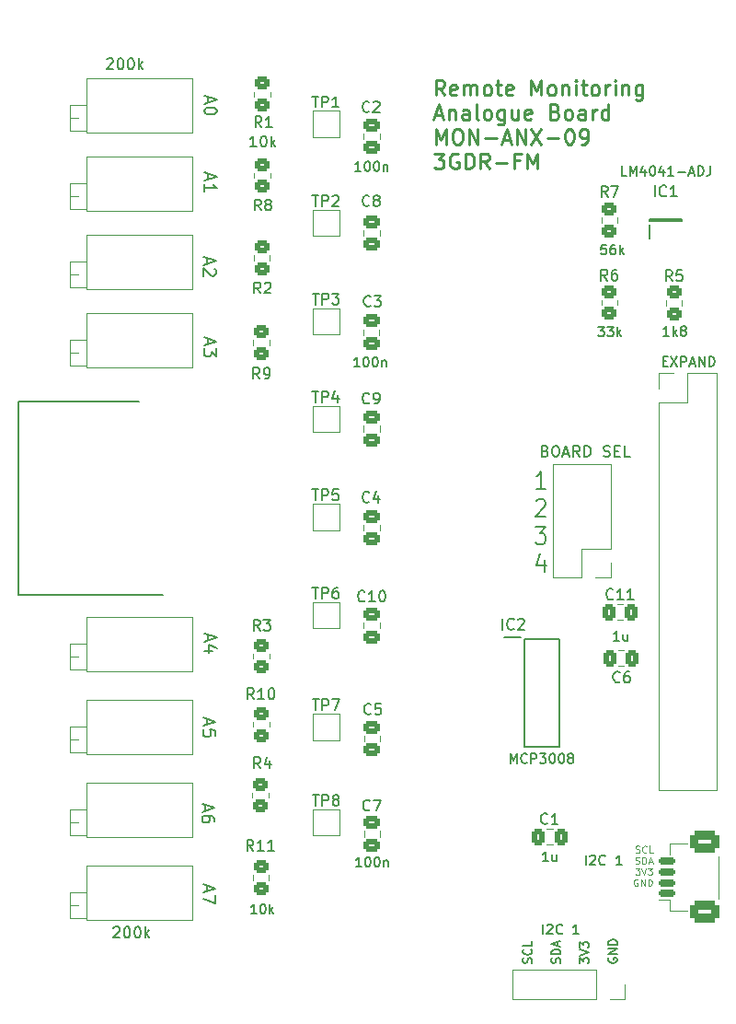
<source format=gbr>
%TF.GenerationSoftware,KiCad,Pcbnew,9.0.2*%
%TF.CreationDate,2025-07-04T16:32:19+10:00*%
%TF.ProjectId,v9_equip_analog_IDC,76395f65-7175-4697-905f-616e616c6f67,rev?*%
%TF.SameCoordinates,Original*%
%TF.FileFunction,Legend,Top*%
%TF.FilePolarity,Positive*%
%FSLAX46Y46*%
G04 Gerber Fmt 4.6, Leading zero omitted, Abs format (unit mm)*
G04 Created by KiCad (PCBNEW 9.0.2) date 2025-07-04 16:32:19*
%MOMM*%
%LPD*%
G01*
G04 APERTURE LIST*
G04 Aperture macros list*
%AMRoundRect*
0 Rectangle with rounded corners*
0 $1 Rounding radius*
0 $2 $3 $4 $5 $6 $7 $8 $9 X,Y pos of 4 corners*
0 Add a 4 corners polygon primitive as box body*
4,1,4,$2,$3,$4,$5,$6,$7,$8,$9,$2,$3,0*
0 Add four circle primitives for the rounded corners*
1,1,$1+$1,$2,$3*
1,1,$1+$1,$4,$5*
1,1,$1+$1,$6,$7*
1,1,$1+$1,$8,$9*
0 Add four rect primitives between the rounded corners*
20,1,$1+$1,$2,$3,$4,$5,0*
20,1,$1+$1,$4,$5,$6,$7,0*
20,1,$1+$1,$6,$7,$8,$9,0*
20,1,$1+$1,$8,$9,$2,$3,0*%
G04 Aperture macros list end*
%ADD10C,0.152400*%
%ADD11C,0.127000*%
%ADD12C,0.203200*%
%ADD13C,0.101600*%
%ADD14C,0.254000*%
%ADD15C,0.150000*%
%ADD16C,0.177800*%
%ADD17C,0.120000*%
%ADD18C,0.200000*%
%ADD19R,2.000000X2.000000*%
%ADD20RoundRect,0.250000X-0.337500X-0.475000X0.337500X-0.475000X0.337500X0.475000X-0.337500X0.475000X0*%
%ADD21C,3.500000*%
%ADD22RoundRect,0.250000X0.450000X-0.350000X0.450000X0.350000X-0.450000X0.350000X-0.450000X-0.350000X0*%
%ADD23RoundRect,0.250000X0.337500X0.475000X-0.337500X0.475000X-0.337500X-0.475000X0.337500X-0.475000X0*%
%ADD24RoundRect,0.250000X-0.475000X0.337500X-0.475000X-0.337500X0.475000X-0.337500X0.475000X0.337500X0*%
%ADD25RoundRect,0.250000X-0.450000X0.350000X-0.450000X-0.350000X0.450000X-0.350000X0.450000X0.350000X0*%
%ADD26R,1.650000X1.650000*%
%ADD27C,1.650000*%
%ADD28C,1.440000*%
%ADD29R,1.700000X1.700000*%
%ADD30C,1.700000*%
%ADD31RoundRect,0.150000X0.625000X-0.150000X0.625000X0.150000X-0.625000X0.150000X-0.625000X-0.150000X0*%
%ADD32RoundRect,0.416666X0.970834X-0.583334X0.970834X0.583334X-0.970834X0.583334X-0.970834X-0.583334X0*%
%ADD33R,0.600000X1.250000*%
%ADD34R,1.525000X0.650000*%
G04 APERTURE END LIST*
D10*
X11904377Y-75730577D02*
X11904377Y-76274863D01*
X11577806Y-75621720D02*
X12720806Y-76002720D01*
X12720806Y-76002720D02*
X11577806Y-76383720D01*
X12720806Y-77254577D02*
X12720806Y-77036862D01*
X12720806Y-77036862D02*
X12666377Y-76928005D01*
X12666377Y-76928005D02*
X12611949Y-76873577D01*
X12611949Y-76873577D02*
X12448663Y-76764719D01*
X12448663Y-76764719D02*
X12230949Y-76710291D01*
X12230949Y-76710291D02*
X11795520Y-76710291D01*
X11795520Y-76710291D02*
X11686663Y-76764719D01*
X11686663Y-76764719D02*
X11632235Y-76819148D01*
X11632235Y-76819148D02*
X11577806Y-76928005D01*
X11577806Y-76928005D02*
X11577806Y-77145719D01*
X11577806Y-77145719D02*
X11632235Y-77254577D01*
X11632235Y-77254577D02*
X11686663Y-77309005D01*
X11686663Y-77309005D02*
X11795520Y-77363434D01*
X11795520Y-77363434D02*
X12067663Y-77363434D01*
X12067663Y-77363434D02*
X12176520Y-77309005D01*
X12176520Y-77309005D02*
X12230949Y-77254577D01*
X12230949Y-77254577D02*
X12285377Y-77145719D01*
X12285377Y-77145719D02*
X12285377Y-76928005D01*
X12285377Y-76928005D02*
X12230949Y-76819148D01*
X12230949Y-76819148D02*
X12176520Y-76764719D01*
X12176520Y-76764719D02*
X12067663Y-76710291D01*
D11*
X41889448Y-90287228D02*
X41928152Y-90171114D01*
X41928152Y-90171114D02*
X41928152Y-89977590D01*
X41928152Y-89977590D02*
X41889448Y-89900181D01*
X41889448Y-89900181D02*
X41850743Y-89861476D01*
X41850743Y-89861476D02*
X41773333Y-89822771D01*
X41773333Y-89822771D02*
X41695924Y-89822771D01*
X41695924Y-89822771D02*
X41618514Y-89861476D01*
X41618514Y-89861476D02*
X41579809Y-89900181D01*
X41579809Y-89900181D02*
X41541105Y-89977590D01*
X41541105Y-89977590D02*
X41502400Y-90132409D01*
X41502400Y-90132409D02*
X41463695Y-90209819D01*
X41463695Y-90209819D02*
X41424990Y-90248524D01*
X41424990Y-90248524D02*
X41347581Y-90287228D01*
X41347581Y-90287228D02*
X41270171Y-90287228D01*
X41270171Y-90287228D02*
X41192762Y-90248524D01*
X41192762Y-90248524D02*
X41154057Y-90209819D01*
X41154057Y-90209819D02*
X41115352Y-90132409D01*
X41115352Y-90132409D02*
X41115352Y-89938886D01*
X41115352Y-89938886D02*
X41154057Y-89822771D01*
X41850743Y-89009972D02*
X41889448Y-89048676D01*
X41889448Y-89048676D02*
X41928152Y-89164791D01*
X41928152Y-89164791D02*
X41928152Y-89242200D01*
X41928152Y-89242200D02*
X41889448Y-89358314D01*
X41889448Y-89358314D02*
X41812038Y-89435724D01*
X41812038Y-89435724D02*
X41734628Y-89474429D01*
X41734628Y-89474429D02*
X41579809Y-89513133D01*
X41579809Y-89513133D02*
X41463695Y-89513133D01*
X41463695Y-89513133D02*
X41308876Y-89474429D01*
X41308876Y-89474429D02*
X41231467Y-89435724D01*
X41231467Y-89435724D02*
X41154057Y-89358314D01*
X41154057Y-89358314D02*
X41115352Y-89242200D01*
X41115352Y-89242200D02*
X41115352Y-89164791D01*
X41115352Y-89164791D02*
X41154057Y-89048676D01*
X41154057Y-89048676D02*
X41192762Y-89009972D01*
X41928152Y-88274581D02*
X41928152Y-88661629D01*
X41928152Y-88661629D02*
X41115352Y-88661629D01*
X44506572Y-90287228D02*
X44545276Y-90171114D01*
X44545276Y-90171114D02*
X44545276Y-89977590D01*
X44545276Y-89977590D02*
X44506572Y-89900181D01*
X44506572Y-89900181D02*
X44467867Y-89861476D01*
X44467867Y-89861476D02*
X44390457Y-89822771D01*
X44390457Y-89822771D02*
X44313048Y-89822771D01*
X44313048Y-89822771D02*
X44235638Y-89861476D01*
X44235638Y-89861476D02*
X44196933Y-89900181D01*
X44196933Y-89900181D02*
X44158229Y-89977590D01*
X44158229Y-89977590D02*
X44119524Y-90132409D01*
X44119524Y-90132409D02*
X44080819Y-90209819D01*
X44080819Y-90209819D02*
X44042114Y-90248524D01*
X44042114Y-90248524D02*
X43964705Y-90287228D01*
X43964705Y-90287228D02*
X43887295Y-90287228D01*
X43887295Y-90287228D02*
X43809886Y-90248524D01*
X43809886Y-90248524D02*
X43771181Y-90209819D01*
X43771181Y-90209819D02*
X43732476Y-90132409D01*
X43732476Y-90132409D02*
X43732476Y-89938886D01*
X43732476Y-89938886D02*
X43771181Y-89822771D01*
X44545276Y-89474429D02*
X43732476Y-89474429D01*
X43732476Y-89474429D02*
X43732476Y-89280905D01*
X43732476Y-89280905D02*
X43771181Y-89164791D01*
X43771181Y-89164791D02*
X43848591Y-89087381D01*
X43848591Y-89087381D02*
X43926000Y-89048676D01*
X43926000Y-89048676D02*
X44080819Y-89009972D01*
X44080819Y-89009972D02*
X44196933Y-89009972D01*
X44196933Y-89009972D02*
X44351752Y-89048676D01*
X44351752Y-89048676D02*
X44429162Y-89087381D01*
X44429162Y-89087381D02*
X44506572Y-89164791D01*
X44506572Y-89164791D02*
X44545276Y-89280905D01*
X44545276Y-89280905D02*
X44545276Y-89474429D01*
X44313048Y-88700333D02*
X44313048Y-88313286D01*
X44545276Y-88777743D02*
X43732476Y-88506810D01*
X43732476Y-88506810D02*
X44545276Y-88235876D01*
X46349600Y-90325933D02*
X46349600Y-89822771D01*
X46349600Y-89822771D02*
X46659238Y-90093705D01*
X46659238Y-90093705D02*
X46659238Y-89977590D01*
X46659238Y-89977590D02*
X46697943Y-89900181D01*
X46697943Y-89900181D02*
X46736648Y-89861476D01*
X46736648Y-89861476D02*
X46814057Y-89822771D01*
X46814057Y-89822771D02*
X47007581Y-89822771D01*
X47007581Y-89822771D02*
X47084991Y-89861476D01*
X47084991Y-89861476D02*
X47123696Y-89900181D01*
X47123696Y-89900181D02*
X47162400Y-89977590D01*
X47162400Y-89977590D02*
X47162400Y-90209819D01*
X47162400Y-90209819D02*
X47123696Y-90287228D01*
X47123696Y-90287228D02*
X47084991Y-90325933D01*
X46349600Y-89590543D02*
X47162400Y-89319610D01*
X47162400Y-89319610D02*
X46349600Y-89048676D01*
X46349600Y-88855152D02*
X46349600Y-88351990D01*
X46349600Y-88351990D02*
X46659238Y-88622924D01*
X46659238Y-88622924D02*
X46659238Y-88506809D01*
X46659238Y-88506809D02*
X46697943Y-88429400D01*
X46697943Y-88429400D02*
X46736648Y-88390695D01*
X46736648Y-88390695D02*
X46814057Y-88351990D01*
X46814057Y-88351990D02*
X47007581Y-88351990D01*
X47007581Y-88351990D02*
X47084991Y-88390695D01*
X47084991Y-88390695D02*
X47123696Y-88429400D01*
X47123696Y-88429400D02*
X47162400Y-88506809D01*
X47162400Y-88506809D02*
X47162400Y-88739038D01*
X47162400Y-88739038D02*
X47123696Y-88816447D01*
X47123696Y-88816447D02*
X47084991Y-88855152D01*
X49005429Y-89822771D02*
X48966724Y-89900181D01*
X48966724Y-89900181D02*
X48966724Y-90016295D01*
X48966724Y-90016295D02*
X49005429Y-90132409D01*
X49005429Y-90132409D02*
X49082839Y-90209819D01*
X49082839Y-90209819D02*
X49160248Y-90248524D01*
X49160248Y-90248524D02*
X49315067Y-90287228D01*
X49315067Y-90287228D02*
X49431181Y-90287228D01*
X49431181Y-90287228D02*
X49586000Y-90248524D01*
X49586000Y-90248524D02*
X49663410Y-90209819D01*
X49663410Y-90209819D02*
X49740820Y-90132409D01*
X49740820Y-90132409D02*
X49779524Y-90016295D01*
X49779524Y-90016295D02*
X49779524Y-89938886D01*
X49779524Y-89938886D02*
X49740820Y-89822771D01*
X49740820Y-89822771D02*
X49702115Y-89784067D01*
X49702115Y-89784067D02*
X49431181Y-89784067D01*
X49431181Y-89784067D02*
X49431181Y-89938886D01*
X49779524Y-89435724D02*
X48966724Y-89435724D01*
X48966724Y-89435724D02*
X49779524Y-88971267D01*
X49779524Y-88971267D02*
X48966724Y-88971267D01*
X49779524Y-88584219D02*
X48966724Y-88584219D01*
X48966724Y-88584219D02*
X48966724Y-88390695D01*
X48966724Y-88390695D02*
X49005429Y-88274581D01*
X49005429Y-88274581D02*
X49082839Y-88197171D01*
X49082839Y-88197171D02*
X49160248Y-88158466D01*
X49160248Y-88158466D02*
X49315067Y-88119762D01*
X49315067Y-88119762D02*
X49431181Y-88119762D01*
X49431181Y-88119762D02*
X49586000Y-88158466D01*
X49586000Y-88158466D02*
X49663410Y-88197171D01*
X49663410Y-88197171D02*
X49740820Y-88274581D01*
X49740820Y-88274581D02*
X49779524Y-88390695D01*
X49779524Y-88390695D02*
X49779524Y-88584219D01*
D10*
X12031377Y-25463977D02*
X12031377Y-26008263D01*
X11704806Y-25355120D02*
X12847806Y-25736120D01*
X12847806Y-25736120D02*
X11704806Y-26117120D01*
X12738949Y-26443691D02*
X12793377Y-26498119D01*
X12793377Y-26498119D02*
X12847806Y-26606977D01*
X12847806Y-26606977D02*
X12847806Y-26879119D01*
X12847806Y-26879119D02*
X12793377Y-26987977D01*
X12793377Y-26987977D02*
X12738949Y-27042405D01*
X12738949Y-27042405D02*
X12630092Y-27096834D01*
X12630092Y-27096834D02*
X12521235Y-27096834D01*
X12521235Y-27096834D02*
X12357949Y-27042405D01*
X12357949Y-27042405D02*
X11704806Y-26389262D01*
X11704806Y-26389262D02*
X11704806Y-27096834D01*
D12*
X43218131Y-46673687D02*
X42318245Y-46673687D01*
X42768188Y-46673687D02*
X42768188Y-45098887D01*
X42768188Y-45098887D02*
X42618207Y-45323858D01*
X42618207Y-45323858D02*
X42468226Y-45473839D01*
X42468226Y-45473839D02*
X42318245Y-45548830D01*
X42318245Y-47784208D02*
X42393236Y-47709217D01*
X42393236Y-47709217D02*
X42543217Y-47634227D01*
X42543217Y-47634227D02*
X42918169Y-47634227D01*
X42918169Y-47634227D02*
X43068150Y-47709217D01*
X43068150Y-47709217D02*
X43143141Y-47784208D01*
X43143141Y-47784208D02*
X43218131Y-47934189D01*
X43218131Y-47934189D02*
X43218131Y-48084170D01*
X43218131Y-48084170D02*
X43143141Y-48309141D01*
X43143141Y-48309141D02*
X42243255Y-49209027D01*
X42243255Y-49209027D02*
X43218131Y-49209027D01*
X42243255Y-50169567D02*
X43218131Y-50169567D01*
X43218131Y-50169567D02*
X42693198Y-50769491D01*
X42693198Y-50769491D02*
X42918169Y-50769491D01*
X42918169Y-50769491D02*
X43068150Y-50844481D01*
X43068150Y-50844481D02*
X43143141Y-50919472D01*
X43143141Y-50919472D02*
X43218131Y-51069453D01*
X43218131Y-51069453D02*
X43218131Y-51444405D01*
X43218131Y-51444405D02*
X43143141Y-51594386D01*
X43143141Y-51594386D02*
X43068150Y-51669377D01*
X43068150Y-51669377D02*
X42918169Y-51744367D01*
X42918169Y-51744367D02*
X42468226Y-51744367D01*
X42468226Y-51744367D02*
X42318245Y-51669377D01*
X42318245Y-51669377D02*
X42243255Y-51594386D01*
X43068150Y-53229840D02*
X43068150Y-54279707D01*
X42693198Y-52629917D02*
X42318245Y-53754774D01*
X42318245Y-53754774D02*
X43293122Y-53754774D01*
D10*
X12107577Y-10630377D02*
X12107577Y-11174663D01*
X11781006Y-10521520D02*
X12924006Y-10902520D01*
X12924006Y-10902520D02*
X11781006Y-11283520D01*
X12924006Y-11882234D02*
X12924006Y-11991091D01*
X12924006Y-11991091D02*
X12869577Y-12099948D01*
X12869577Y-12099948D02*
X12815149Y-12154377D01*
X12815149Y-12154377D02*
X12706292Y-12208805D01*
X12706292Y-12208805D02*
X12488577Y-12263234D01*
X12488577Y-12263234D02*
X12216435Y-12263234D01*
X12216435Y-12263234D02*
X11998720Y-12208805D01*
X11998720Y-12208805D02*
X11889863Y-12154377D01*
X11889863Y-12154377D02*
X11835435Y-12099948D01*
X11835435Y-12099948D02*
X11781006Y-11991091D01*
X11781006Y-11991091D02*
X11781006Y-11882234D01*
X11781006Y-11882234D02*
X11835435Y-11773377D01*
X11835435Y-11773377D02*
X11889863Y-11718948D01*
X11889863Y-11718948D02*
X11998720Y-11664519D01*
X11998720Y-11664519D02*
X12216435Y-11610091D01*
X12216435Y-11610091D02*
X12488577Y-11610091D01*
X12488577Y-11610091D02*
X12706292Y-11664519D01*
X12706292Y-11664519D02*
X12815149Y-11718948D01*
X12815149Y-11718948D02*
X12869577Y-11773377D01*
X12869577Y-11773377D02*
X12924006Y-11882234D01*
D13*
X51487900Y-80106424D02*
X51578614Y-80136662D01*
X51578614Y-80136662D02*
X51729805Y-80136662D01*
X51729805Y-80136662D02*
X51790281Y-80106424D01*
X51790281Y-80106424D02*
X51820519Y-80076185D01*
X51820519Y-80076185D02*
X51850757Y-80015709D01*
X51850757Y-80015709D02*
X51850757Y-79955233D01*
X51850757Y-79955233D02*
X51820519Y-79894757D01*
X51820519Y-79894757D02*
X51790281Y-79864519D01*
X51790281Y-79864519D02*
X51729805Y-79834281D01*
X51729805Y-79834281D02*
X51608852Y-79804043D01*
X51608852Y-79804043D02*
X51548376Y-79773804D01*
X51548376Y-79773804D02*
X51518138Y-79743566D01*
X51518138Y-79743566D02*
X51487900Y-79683090D01*
X51487900Y-79683090D02*
X51487900Y-79622614D01*
X51487900Y-79622614D02*
X51518138Y-79562138D01*
X51518138Y-79562138D02*
X51548376Y-79531900D01*
X51548376Y-79531900D02*
X51608852Y-79501662D01*
X51608852Y-79501662D02*
X51760043Y-79501662D01*
X51760043Y-79501662D02*
X51850757Y-79531900D01*
X52485757Y-80076185D02*
X52455519Y-80106424D01*
X52455519Y-80106424D02*
X52364805Y-80136662D01*
X52364805Y-80136662D02*
X52304329Y-80136662D01*
X52304329Y-80136662D02*
X52213614Y-80106424D01*
X52213614Y-80106424D02*
X52153138Y-80045947D01*
X52153138Y-80045947D02*
X52122900Y-79985471D01*
X52122900Y-79985471D02*
X52092662Y-79864519D01*
X52092662Y-79864519D02*
X52092662Y-79773804D01*
X52092662Y-79773804D02*
X52122900Y-79652852D01*
X52122900Y-79652852D02*
X52153138Y-79592376D01*
X52153138Y-79592376D02*
X52213614Y-79531900D01*
X52213614Y-79531900D02*
X52304329Y-79501662D01*
X52304329Y-79501662D02*
X52364805Y-79501662D01*
X52364805Y-79501662D02*
X52455519Y-79531900D01*
X52455519Y-79531900D02*
X52485757Y-79562138D01*
X53060281Y-80136662D02*
X52757900Y-80136662D01*
X52757900Y-80136662D02*
X52757900Y-79501662D01*
X51457662Y-81128738D02*
X51548376Y-81158976D01*
X51548376Y-81158976D02*
X51699567Y-81158976D01*
X51699567Y-81158976D02*
X51760043Y-81128738D01*
X51760043Y-81128738D02*
X51790281Y-81098499D01*
X51790281Y-81098499D02*
X51820519Y-81038023D01*
X51820519Y-81038023D02*
X51820519Y-80977547D01*
X51820519Y-80977547D02*
X51790281Y-80917071D01*
X51790281Y-80917071D02*
X51760043Y-80886833D01*
X51760043Y-80886833D02*
X51699567Y-80856595D01*
X51699567Y-80856595D02*
X51578614Y-80826357D01*
X51578614Y-80826357D02*
X51518138Y-80796118D01*
X51518138Y-80796118D02*
X51487900Y-80765880D01*
X51487900Y-80765880D02*
X51457662Y-80705404D01*
X51457662Y-80705404D02*
X51457662Y-80644928D01*
X51457662Y-80644928D02*
X51487900Y-80584452D01*
X51487900Y-80584452D02*
X51518138Y-80554214D01*
X51518138Y-80554214D02*
X51578614Y-80523976D01*
X51578614Y-80523976D02*
X51729805Y-80523976D01*
X51729805Y-80523976D02*
X51820519Y-80554214D01*
X52092662Y-81158976D02*
X52092662Y-80523976D01*
X52092662Y-80523976D02*
X52243852Y-80523976D01*
X52243852Y-80523976D02*
X52334567Y-80554214D01*
X52334567Y-80554214D02*
X52395043Y-80614690D01*
X52395043Y-80614690D02*
X52425281Y-80675166D01*
X52425281Y-80675166D02*
X52455519Y-80796118D01*
X52455519Y-80796118D02*
X52455519Y-80886833D01*
X52455519Y-80886833D02*
X52425281Y-81007785D01*
X52425281Y-81007785D02*
X52395043Y-81068261D01*
X52395043Y-81068261D02*
X52334567Y-81128738D01*
X52334567Y-81128738D02*
X52243852Y-81158976D01*
X52243852Y-81158976D02*
X52092662Y-81158976D01*
X52697424Y-80977547D02*
X52999805Y-80977547D01*
X52636948Y-81158976D02*
X52848614Y-80523976D01*
X52848614Y-80523976D02*
X53060281Y-81158976D01*
X51457662Y-81546290D02*
X51850757Y-81546290D01*
X51850757Y-81546290D02*
X51639090Y-81788194D01*
X51639090Y-81788194D02*
X51729805Y-81788194D01*
X51729805Y-81788194D02*
X51790281Y-81818432D01*
X51790281Y-81818432D02*
X51820519Y-81848671D01*
X51820519Y-81848671D02*
X51850757Y-81909147D01*
X51850757Y-81909147D02*
X51850757Y-82060337D01*
X51850757Y-82060337D02*
X51820519Y-82120813D01*
X51820519Y-82120813D02*
X51790281Y-82151052D01*
X51790281Y-82151052D02*
X51729805Y-82181290D01*
X51729805Y-82181290D02*
X51548376Y-82181290D01*
X51548376Y-82181290D02*
X51487900Y-82151052D01*
X51487900Y-82151052D02*
X51457662Y-82120813D01*
X52032186Y-81546290D02*
X52243852Y-82181290D01*
X52243852Y-82181290D02*
X52455519Y-81546290D01*
X52606710Y-81546290D02*
X52999805Y-81546290D01*
X52999805Y-81546290D02*
X52788138Y-81788194D01*
X52788138Y-81788194D02*
X52878853Y-81788194D01*
X52878853Y-81788194D02*
X52939329Y-81818432D01*
X52939329Y-81818432D02*
X52969567Y-81848671D01*
X52969567Y-81848671D02*
X52999805Y-81909147D01*
X52999805Y-81909147D02*
X52999805Y-82060337D01*
X52999805Y-82060337D02*
X52969567Y-82120813D01*
X52969567Y-82120813D02*
X52939329Y-82151052D01*
X52939329Y-82151052D02*
X52878853Y-82181290D01*
X52878853Y-82181290D02*
X52697424Y-82181290D01*
X52697424Y-82181290D02*
X52636948Y-82151052D01*
X52636948Y-82151052D02*
X52606710Y-82120813D01*
X51669329Y-82598842D02*
X51608853Y-82568604D01*
X51608853Y-82568604D02*
X51518139Y-82568604D01*
X51518139Y-82568604D02*
X51427424Y-82598842D01*
X51427424Y-82598842D02*
X51366948Y-82659318D01*
X51366948Y-82659318D02*
X51336710Y-82719794D01*
X51336710Y-82719794D02*
X51306472Y-82840746D01*
X51306472Y-82840746D02*
X51306472Y-82931461D01*
X51306472Y-82931461D02*
X51336710Y-83052413D01*
X51336710Y-83052413D02*
X51366948Y-83112889D01*
X51366948Y-83112889D02*
X51427424Y-83173366D01*
X51427424Y-83173366D02*
X51518139Y-83203604D01*
X51518139Y-83203604D02*
X51578615Y-83203604D01*
X51578615Y-83203604D02*
X51669329Y-83173366D01*
X51669329Y-83173366D02*
X51699567Y-83143127D01*
X51699567Y-83143127D02*
X51699567Y-82931461D01*
X51699567Y-82931461D02*
X51578615Y-82931461D01*
X51971710Y-83203604D02*
X51971710Y-82568604D01*
X51971710Y-82568604D02*
X52334567Y-83203604D01*
X52334567Y-83203604D02*
X52334567Y-82568604D01*
X52636948Y-83203604D02*
X52636948Y-82568604D01*
X52636948Y-82568604D02*
X52788138Y-82568604D01*
X52788138Y-82568604D02*
X52878853Y-82598842D01*
X52878853Y-82598842D02*
X52939329Y-82659318D01*
X52939329Y-82659318D02*
X52969567Y-82719794D01*
X52969567Y-82719794D02*
X52999805Y-82840746D01*
X52999805Y-82840746D02*
X52999805Y-82931461D01*
X52999805Y-82931461D02*
X52969567Y-83052413D01*
X52969567Y-83052413D02*
X52939329Y-83112889D01*
X52939329Y-83112889D02*
X52878853Y-83173366D01*
X52878853Y-83173366D02*
X52788138Y-83203604D01*
X52788138Y-83203604D02*
X52636948Y-83203604D01*
D10*
X43149634Y-43201345D02*
X43294777Y-43249726D01*
X43294777Y-43249726D02*
X43343158Y-43298107D01*
X43343158Y-43298107D02*
X43391539Y-43394869D01*
X43391539Y-43394869D02*
X43391539Y-43540012D01*
X43391539Y-43540012D02*
X43343158Y-43636774D01*
X43343158Y-43636774D02*
X43294777Y-43685155D01*
X43294777Y-43685155D02*
X43198015Y-43733535D01*
X43198015Y-43733535D02*
X42810967Y-43733535D01*
X42810967Y-43733535D02*
X42810967Y-42717535D01*
X42810967Y-42717535D02*
X43149634Y-42717535D01*
X43149634Y-42717535D02*
X43246396Y-42765916D01*
X43246396Y-42765916D02*
X43294777Y-42814297D01*
X43294777Y-42814297D02*
X43343158Y-42911059D01*
X43343158Y-42911059D02*
X43343158Y-43007821D01*
X43343158Y-43007821D02*
X43294777Y-43104583D01*
X43294777Y-43104583D02*
X43246396Y-43152964D01*
X43246396Y-43152964D02*
X43149634Y-43201345D01*
X43149634Y-43201345D02*
X42810967Y-43201345D01*
X44020491Y-42717535D02*
X44214015Y-42717535D01*
X44214015Y-42717535D02*
X44310777Y-42765916D01*
X44310777Y-42765916D02*
X44407539Y-42862678D01*
X44407539Y-42862678D02*
X44455920Y-43056202D01*
X44455920Y-43056202D02*
X44455920Y-43394869D01*
X44455920Y-43394869D02*
X44407539Y-43588393D01*
X44407539Y-43588393D02*
X44310777Y-43685155D01*
X44310777Y-43685155D02*
X44214015Y-43733535D01*
X44214015Y-43733535D02*
X44020491Y-43733535D01*
X44020491Y-43733535D02*
X43923729Y-43685155D01*
X43923729Y-43685155D02*
X43826967Y-43588393D01*
X43826967Y-43588393D02*
X43778586Y-43394869D01*
X43778586Y-43394869D02*
X43778586Y-43056202D01*
X43778586Y-43056202D02*
X43826967Y-42862678D01*
X43826967Y-42862678D02*
X43923729Y-42765916D01*
X43923729Y-42765916D02*
X44020491Y-42717535D01*
X44842967Y-43443250D02*
X45326777Y-43443250D01*
X44746205Y-43733535D02*
X45084872Y-42717535D01*
X45084872Y-42717535D02*
X45423539Y-43733535D01*
X46342777Y-43733535D02*
X46004110Y-43249726D01*
X45762205Y-43733535D02*
X45762205Y-42717535D01*
X45762205Y-42717535D02*
X46149253Y-42717535D01*
X46149253Y-42717535D02*
X46246015Y-42765916D01*
X46246015Y-42765916D02*
X46294396Y-42814297D01*
X46294396Y-42814297D02*
X46342777Y-42911059D01*
X46342777Y-42911059D02*
X46342777Y-43056202D01*
X46342777Y-43056202D02*
X46294396Y-43152964D01*
X46294396Y-43152964D02*
X46246015Y-43201345D01*
X46246015Y-43201345D02*
X46149253Y-43249726D01*
X46149253Y-43249726D02*
X45762205Y-43249726D01*
X46778205Y-43733535D02*
X46778205Y-42717535D01*
X46778205Y-42717535D02*
X47020110Y-42717535D01*
X47020110Y-42717535D02*
X47165253Y-42765916D01*
X47165253Y-42765916D02*
X47262015Y-42862678D01*
X47262015Y-42862678D02*
X47310396Y-42959440D01*
X47310396Y-42959440D02*
X47358777Y-43152964D01*
X47358777Y-43152964D02*
X47358777Y-43298107D01*
X47358777Y-43298107D02*
X47310396Y-43491631D01*
X47310396Y-43491631D02*
X47262015Y-43588393D01*
X47262015Y-43588393D02*
X47165253Y-43685155D01*
X47165253Y-43685155D02*
X47020110Y-43733535D01*
X47020110Y-43733535D02*
X46778205Y-43733535D01*
X48519919Y-43685155D02*
X48665062Y-43733535D01*
X48665062Y-43733535D02*
X48906967Y-43733535D01*
X48906967Y-43733535D02*
X49003729Y-43685155D01*
X49003729Y-43685155D02*
X49052110Y-43636774D01*
X49052110Y-43636774D02*
X49100491Y-43540012D01*
X49100491Y-43540012D02*
X49100491Y-43443250D01*
X49100491Y-43443250D02*
X49052110Y-43346488D01*
X49052110Y-43346488D02*
X49003729Y-43298107D01*
X49003729Y-43298107D02*
X48906967Y-43249726D01*
X48906967Y-43249726D02*
X48713443Y-43201345D01*
X48713443Y-43201345D02*
X48616681Y-43152964D01*
X48616681Y-43152964D02*
X48568300Y-43104583D01*
X48568300Y-43104583D02*
X48519919Y-43007821D01*
X48519919Y-43007821D02*
X48519919Y-42911059D01*
X48519919Y-42911059D02*
X48568300Y-42814297D01*
X48568300Y-42814297D02*
X48616681Y-42765916D01*
X48616681Y-42765916D02*
X48713443Y-42717535D01*
X48713443Y-42717535D02*
X48955348Y-42717535D01*
X48955348Y-42717535D02*
X49100491Y-42765916D01*
X49535919Y-43201345D02*
X49874586Y-43201345D01*
X50019729Y-43733535D02*
X49535919Y-43733535D01*
X49535919Y-43733535D02*
X49535919Y-42717535D01*
X49535919Y-42717535D02*
X50019729Y-42717535D01*
X50938967Y-43733535D02*
X50455157Y-43733535D01*
X50455157Y-43733535D02*
X50455157Y-42717535D01*
X12082177Y-32855377D02*
X12082177Y-33399663D01*
X11755606Y-32746520D02*
X12898606Y-33127520D01*
X12898606Y-33127520D02*
X11755606Y-33508520D01*
X12898606Y-33780662D02*
X12898606Y-34488234D01*
X12898606Y-34488234D02*
X12463177Y-34107234D01*
X12463177Y-34107234D02*
X12463177Y-34270519D01*
X12463177Y-34270519D02*
X12408749Y-34379377D01*
X12408749Y-34379377D02*
X12354320Y-34433805D01*
X12354320Y-34433805D02*
X12245463Y-34488234D01*
X12245463Y-34488234D02*
X11973320Y-34488234D01*
X11973320Y-34488234D02*
X11864463Y-34433805D01*
X11864463Y-34433805D02*
X11810035Y-34379377D01*
X11810035Y-34379377D02*
X11755606Y-34270519D01*
X11755606Y-34270519D02*
X11755606Y-33943948D01*
X11755606Y-33943948D02*
X11810035Y-33835091D01*
X11810035Y-33835091D02*
X11864463Y-33780662D01*
D14*
X33886209Y-10492949D02*
X33420543Y-9827711D01*
X33087924Y-10492949D02*
X33087924Y-9095949D01*
X33087924Y-9095949D02*
X33620114Y-9095949D01*
X33620114Y-9095949D02*
X33753162Y-9162473D01*
X33753162Y-9162473D02*
X33819685Y-9228997D01*
X33819685Y-9228997D02*
X33886209Y-9362045D01*
X33886209Y-9362045D02*
X33886209Y-9561616D01*
X33886209Y-9561616D02*
X33819685Y-9694664D01*
X33819685Y-9694664D02*
X33753162Y-9761187D01*
X33753162Y-9761187D02*
X33620114Y-9827711D01*
X33620114Y-9827711D02*
X33087924Y-9827711D01*
X35017114Y-10426426D02*
X34884066Y-10492949D01*
X34884066Y-10492949D02*
X34617971Y-10492949D01*
X34617971Y-10492949D02*
X34484924Y-10426426D01*
X34484924Y-10426426D02*
X34418400Y-10293378D01*
X34418400Y-10293378D02*
X34418400Y-9761187D01*
X34418400Y-9761187D02*
X34484924Y-9628140D01*
X34484924Y-9628140D02*
X34617971Y-9561616D01*
X34617971Y-9561616D02*
X34884066Y-9561616D01*
X34884066Y-9561616D02*
X35017114Y-9628140D01*
X35017114Y-9628140D02*
X35083638Y-9761187D01*
X35083638Y-9761187D02*
X35083638Y-9894235D01*
X35083638Y-9894235D02*
X34418400Y-10027283D01*
X35682353Y-10492949D02*
X35682353Y-9561616D01*
X35682353Y-9694664D02*
X35748876Y-9628140D01*
X35748876Y-9628140D02*
X35881924Y-9561616D01*
X35881924Y-9561616D02*
X36081495Y-9561616D01*
X36081495Y-9561616D02*
X36214543Y-9628140D01*
X36214543Y-9628140D02*
X36281067Y-9761187D01*
X36281067Y-9761187D02*
X36281067Y-10492949D01*
X36281067Y-9761187D02*
X36347591Y-9628140D01*
X36347591Y-9628140D02*
X36480638Y-9561616D01*
X36480638Y-9561616D02*
X36680210Y-9561616D01*
X36680210Y-9561616D02*
X36813257Y-9628140D01*
X36813257Y-9628140D02*
X36879781Y-9761187D01*
X36879781Y-9761187D02*
X36879781Y-10492949D01*
X37744591Y-10492949D02*
X37611543Y-10426426D01*
X37611543Y-10426426D02*
X37545020Y-10359902D01*
X37545020Y-10359902D02*
X37478496Y-10226854D01*
X37478496Y-10226854D02*
X37478496Y-9827711D01*
X37478496Y-9827711D02*
X37545020Y-9694664D01*
X37545020Y-9694664D02*
X37611543Y-9628140D01*
X37611543Y-9628140D02*
X37744591Y-9561616D01*
X37744591Y-9561616D02*
X37944162Y-9561616D01*
X37944162Y-9561616D02*
X38077210Y-9628140D01*
X38077210Y-9628140D02*
X38143734Y-9694664D01*
X38143734Y-9694664D02*
X38210258Y-9827711D01*
X38210258Y-9827711D02*
X38210258Y-10226854D01*
X38210258Y-10226854D02*
X38143734Y-10359902D01*
X38143734Y-10359902D02*
X38077210Y-10426426D01*
X38077210Y-10426426D02*
X37944162Y-10492949D01*
X37944162Y-10492949D02*
X37744591Y-10492949D01*
X38609400Y-9561616D02*
X39141591Y-9561616D01*
X38808972Y-9095949D02*
X38808972Y-10293378D01*
X38808972Y-10293378D02*
X38875495Y-10426426D01*
X38875495Y-10426426D02*
X39008543Y-10492949D01*
X39008543Y-10492949D02*
X39141591Y-10492949D01*
X40139448Y-10426426D02*
X40006400Y-10492949D01*
X40006400Y-10492949D02*
X39740305Y-10492949D01*
X39740305Y-10492949D02*
X39607258Y-10426426D01*
X39607258Y-10426426D02*
X39540734Y-10293378D01*
X39540734Y-10293378D02*
X39540734Y-9761187D01*
X39540734Y-9761187D02*
X39607258Y-9628140D01*
X39607258Y-9628140D02*
X39740305Y-9561616D01*
X39740305Y-9561616D02*
X40006400Y-9561616D01*
X40006400Y-9561616D02*
X40139448Y-9628140D01*
X40139448Y-9628140D02*
X40205972Y-9761187D01*
X40205972Y-9761187D02*
X40205972Y-9894235D01*
X40205972Y-9894235D02*
X39540734Y-10027283D01*
X41869068Y-10492949D02*
X41869068Y-9095949D01*
X41869068Y-9095949D02*
X42334734Y-10093806D01*
X42334734Y-10093806D02*
X42800401Y-9095949D01*
X42800401Y-9095949D02*
X42800401Y-10492949D01*
X43665210Y-10492949D02*
X43532162Y-10426426D01*
X43532162Y-10426426D02*
X43465639Y-10359902D01*
X43465639Y-10359902D02*
X43399115Y-10226854D01*
X43399115Y-10226854D02*
X43399115Y-9827711D01*
X43399115Y-9827711D02*
X43465639Y-9694664D01*
X43465639Y-9694664D02*
X43532162Y-9628140D01*
X43532162Y-9628140D02*
X43665210Y-9561616D01*
X43665210Y-9561616D02*
X43864781Y-9561616D01*
X43864781Y-9561616D02*
X43997829Y-9628140D01*
X43997829Y-9628140D02*
X44064353Y-9694664D01*
X44064353Y-9694664D02*
X44130877Y-9827711D01*
X44130877Y-9827711D02*
X44130877Y-10226854D01*
X44130877Y-10226854D02*
X44064353Y-10359902D01*
X44064353Y-10359902D02*
X43997829Y-10426426D01*
X43997829Y-10426426D02*
X43864781Y-10492949D01*
X43864781Y-10492949D02*
X43665210Y-10492949D01*
X44729591Y-9561616D02*
X44729591Y-10492949D01*
X44729591Y-9694664D02*
X44796114Y-9628140D01*
X44796114Y-9628140D02*
X44929162Y-9561616D01*
X44929162Y-9561616D02*
X45128733Y-9561616D01*
X45128733Y-9561616D02*
X45261781Y-9628140D01*
X45261781Y-9628140D02*
X45328305Y-9761187D01*
X45328305Y-9761187D02*
X45328305Y-10492949D01*
X45993543Y-10492949D02*
X45993543Y-9561616D01*
X45993543Y-9095949D02*
X45927019Y-9162473D01*
X45927019Y-9162473D02*
X45993543Y-9228997D01*
X45993543Y-9228997D02*
X46060066Y-9162473D01*
X46060066Y-9162473D02*
X45993543Y-9095949D01*
X45993543Y-9095949D02*
X45993543Y-9228997D01*
X46459209Y-9561616D02*
X46991400Y-9561616D01*
X46658781Y-9095949D02*
X46658781Y-10293378D01*
X46658781Y-10293378D02*
X46725304Y-10426426D01*
X46725304Y-10426426D02*
X46858352Y-10492949D01*
X46858352Y-10492949D02*
X46991400Y-10492949D01*
X47656638Y-10492949D02*
X47523590Y-10426426D01*
X47523590Y-10426426D02*
X47457067Y-10359902D01*
X47457067Y-10359902D02*
X47390543Y-10226854D01*
X47390543Y-10226854D02*
X47390543Y-9827711D01*
X47390543Y-9827711D02*
X47457067Y-9694664D01*
X47457067Y-9694664D02*
X47523590Y-9628140D01*
X47523590Y-9628140D02*
X47656638Y-9561616D01*
X47656638Y-9561616D02*
X47856209Y-9561616D01*
X47856209Y-9561616D02*
X47989257Y-9628140D01*
X47989257Y-9628140D02*
X48055781Y-9694664D01*
X48055781Y-9694664D02*
X48122305Y-9827711D01*
X48122305Y-9827711D02*
X48122305Y-10226854D01*
X48122305Y-10226854D02*
X48055781Y-10359902D01*
X48055781Y-10359902D02*
X47989257Y-10426426D01*
X47989257Y-10426426D02*
X47856209Y-10492949D01*
X47856209Y-10492949D02*
X47656638Y-10492949D01*
X48721019Y-10492949D02*
X48721019Y-9561616D01*
X48721019Y-9827711D02*
X48787542Y-9694664D01*
X48787542Y-9694664D02*
X48854066Y-9628140D01*
X48854066Y-9628140D02*
X48987114Y-9561616D01*
X48987114Y-9561616D02*
X49120161Y-9561616D01*
X49585829Y-10492949D02*
X49585829Y-9561616D01*
X49585829Y-9095949D02*
X49519305Y-9162473D01*
X49519305Y-9162473D02*
X49585829Y-9228997D01*
X49585829Y-9228997D02*
X49652352Y-9162473D01*
X49652352Y-9162473D02*
X49585829Y-9095949D01*
X49585829Y-9095949D02*
X49585829Y-9228997D01*
X50251067Y-9561616D02*
X50251067Y-10492949D01*
X50251067Y-9694664D02*
X50317590Y-9628140D01*
X50317590Y-9628140D02*
X50450638Y-9561616D01*
X50450638Y-9561616D02*
X50650209Y-9561616D01*
X50650209Y-9561616D02*
X50783257Y-9628140D01*
X50783257Y-9628140D02*
X50849781Y-9761187D01*
X50849781Y-9761187D02*
X50849781Y-10492949D01*
X52113733Y-9561616D02*
X52113733Y-10692521D01*
X52113733Y-10692521D02*
X52047209Y-10825568D01*
X52047209Y-10825568D02*
X51980685Y-10892092D01*
X51980685Y-10892092D02*
X51847638Y-10958616D01*
X51847638Y-10958616D02*
X51648066Y-10958616D01*
X51648066Y-10958616D02*
X51515019Y-10892092D01*
X52113733Y-10426426D02*
X51980685Y-10492949D01*
X51980685Y-10492949D02*
X51714590Y-10492949D01*
X51714590Y-10492949D02*
X51581542Y-10426426D01*
X51581542Y-10426426D02*
X51515019Y-10359902D01*
X51515019Y-10359902D02*
X51448495Y-10226854D01*
X51448495Y-10226854D02*
X51448495Y-9827711D01*
X51448495Y-9827711D02*
X51515019Y-9694664D01*
X51515019Y-9694664D02*
X51581542Y-9628140D01*
X51581542Y-9628140D02*
X51714590Y-9561616D01*
X51714590Y-9561616D02*
X51980685Y-9561616D01*
X51980685Y-9561616D02*
X52113733Y-9628140D01*
X33021400Y-12342898D02*
X33686638Y-12342898D01*
X32888352Y-12742041D02*
X33354019Y-11345041D01*
X33354019Y-11345041D02*
X33819685Y-12742041D01*
X34285353Y-11810708D02*
X34285353Y-12742041D01*
X34285353Y-11943756D02*
X34351876Y-11877232D01*
X34351876Y-11877232D02*
X34484924Y-11810708D01*
X34484924Y-11810708D02*
X34684495Y-11810708D01*
X34684495Y-11810708D02*
X34817543Y-11877232D01*
X34817543Y-11877232D02*
X34884067Y-12010279D01*
X34884067Y-12010279D02*
X34884067Y-12742041D01*
X36148019Y-12742041D02*
X36148019Y-12010279D01*
X36148019Y-12010279D02*
X36081495Y-11877232D01*
X36081495Y-11877232D02*
X35948447Y-11810708D01*
X35948447Y-11810708D02*
X35682352Y-11810708D01*
X35682352Y-11810708D02*
X35549305Y-11877232D01*
X36148019Y-12675518D02*
X36014971Y-12742041D01*
X36014971Y-12742041D02*
X35682352Y-12742041D01*
X35682352Y-12742041D02*
X35549305Y-12675518D01*
X35549305Y-12675518D02*
X35482781Y-12542470D01*
X35482781Y-12542470D02*
X35482781Y-12409422D01*
X35482781Y-12409422D02*
X35549305Y-12276375D01*
X35549305Y-12276375D02*
X35682352Y-12209851D01*
X35682352Y-12209851D02*
X36014971Y-12209851D01*
X36014971Y-12209851D02*
X36148019Y-12143327D01*
X37012828Y-12742041D02*
X36879780Y-12675518D01*
X36879780Y-12675518D02*
X36813257Y-12542470D01*
X36813257Y-12542470D02*
X36813257Y-11345041D01*
X37744590Y-12742041D02*
X37611542Y-12675518D01*
X37611542Y-12675518D02*
X37545019Y-12608994D01*
X37545019Y-12608994D02*
X37478495Y-12475946D01*
X37478495Y-12475946D02*
X37478495Y-12076803D01*
X37478495Y-12076803D02*
X37545019Y-11943756D01*
X37545019Y-11943756D02*
X37611542Y-11877232D01*
X37611542Y-11877232D02*
X37744590Y-11810708D01*
X37744590Y-11810708D02*
X37944161Y-11810708D01*
X37944161Y-11810708D02*
X38077209Y-11877232D01*
X38077209Y-11877232D02*
X38143733Y-11943756D01*
X38143733Y-11943756D02*
X38210257Y-12076803D01*
X38210257Y-12076803D02*
X38210257Y-12475946D01*
X38210257Y-12475946D02*
X38143733Y-12608994D01*
X38143733Y-12608994D02*
X38077209Y-12675518D01*
X38077209Y-12675518D02*
X37944161Y-12742041D01*
X37944161Y-12742041D02*
X37744590Y-12742041D01*
X39407685Y-11810708D02*
X39407685Y-12941613D01*
X39407685Y-12941613D02*
X39341161Y-13074660D01*
X39341161Y-13074660D02*
X39274637Y-13141184D01*
X39274637Y-13141184D02*
X39141590Y-13207708D01*
X39141590Y-13207708D02*
X38942018Y-13207708D01*
X38942018Y-13207708D02*
X38808971Y-13141184D01*
X39407685Y-12675518D02*
X39274637Y-12742041D01*
X39274637Y-12742041D02*
X39008542Y-12742041D01*
X39008542Y-12742041D02*
X38875494Y-12675518D01*
X38875494Y-12675518D02*
X38808971Y-12608994D01*
X38808971Y-12608994D02*
X38742447Y-12475946D01*
X38742447Y-12475946D02*
X38742447Y-12076803D01*
X38742447Y-12076803D02*
X38808971Y-11943756D01*
X38808971Y-11943756D02*
X38875494Y-11877232D01*
X38875494Y-11877232D02*
X39008542Y-11810708D01*
X39008542Y-11810708D02*
X39274637Y-11810708D01*
X39274637Y-11810708D02*
X39407685Y-11877232D01*
X40671637Y-11810708D02*
X40671637Y-12742041D01*
X40072923Y-11810708D02*
X40072923Y-12542470D01*
X40072923Y-12542470D02*
X40139446Y-12675518D01*
X40139446Y-12675518D02*
X40272494Y-12742041D01*
X40272494Y-12742041D02*
X40472065Y-12742041D01*
X40472065Y-12742041D02*
X40605113Y-12675518D01*
X40605113Y-12675518D02*
X40671637Y-12608994D01*
X41869065Y-12675518D02*
X41736017Y-12742041D01*
X41736017Y-12742041D02*
X41469922Y-12742041D01*
X41469922Y-12742041D02*
X41336875Y-12675518D01*
X41336875Y-12675518D02*
X41270351Y-12542470D01*
X41270351Y-12542470D02*
X41270351Y-12010279D01*
X41270351Y-12010279D02*
X41336875Y-11877232D01*
X41336875Y-11877232D02*
X41469922Y-11810708D01*
X41469922Y-11810708D02*
X41736017Y-11810708D01*
X41736017Y-11810708D02*
X41869065Y-11877232D01*
X41869065Y-11877232D02*
X41935589Y-12010279D01*
X41935589Y-12010279D02*
X41935589Y-12143327D01*
X41935589Y-12143327D02*
X41270351Y-12276375D01*
X44064351Y-12010279D02*
X44263923Y-12076803D01*
X44263923Y-12076803D02*
X44330446Y-12143327D01*
X44330446Y-12143327D02*
X44396970Y-12276375D01*
X44396970Y-12276375D02*
X44396970Y-12475946D01*
X44396970Y-12475946D02*
X44330446Y-12608994D01*
X44330446Y-12608994D02*
X44263923Y-12675518D01*
X44263923Y-12675518D02*
X44130875Y-12742041D01*
X44130875Y-12742041D02*
X43598685Y-12742041D01*
X43598685Y-12742041D02*
X43598685Y-11345041D01*
X43598685Y-11345041D02*
X44064351Y-11345041D01*
X44064351Y-11345041D02*
X44197399Y-11411565D01*
X44197399Y-11411565D02*
X44263923Y-11478089D01*
X44263923Y-11478089D02*
X44330446Y-11611137D01*
X44330446Y-11611137D02*
X44330446Y-11744184D01*
X44330446Y-11744184D02*
X44263923Y-11877232D01*
X44263923Y-11877232D02*
X44197399Y-11943756D01*
X44197399Y-11943756D02*
X44064351Y-12010279D01*
X44064351Y-12010279D02*
X43598685Y-12010279D01*
X45195256Y-12742041D02*
X45062208Y-12675518D01*
X45062208Y-12675518D02*
X44995685Y-12608994D01*
X44995685Y-12608994D02*
X44929161Y-12475946D01*
X44929161Y-12475946D02*
X44929161Y-12076803D01*
X44929161Y-12076803D02*
X44995685Y-11943756D01*
X44995685Y-11943756D02*
X45062208Y-11877232D01*
X45062208Y-11877232D02*
X45195256Y-11810708D01*
X45195256Y-11810708D02*
X45394827Y-11810708D01*
X45394827Y-11810708D02*
X45527875Y-11877232D01*
X45527875Y-11877232D02*
X45594399Y-11943756D01*
X45594399Y-11943756D02*
X45660923Y-12076803D01*
X45660923Y-12076803D02*
X45660923Y-12475946D01*
X45660923Y-12475946D02*
X45594399Y-12608994D01*
X45594399Y-12608994D02*
X45527875Y-12675518D01*
X45527875Y-12675518D02*
X45394827Y-12742041D01*
X45394827Y-12742041D02*
X45195256Y-12742041D01*
X46858351Y-12742041D02*
X46858351Y-12010279D01*
X46858351Y-12010279D02*
X46791827Y-11877232D01*
X46791827Y-11877232D02*
X46658779Y-11810708D01*
X46658779Y-11810708D02*
X46392684Y-11810708D01*
X46392684Y-11810708D02*
X46259637Y-11877232D01*
X46858351Y-12675518D02*
X46725303Y-12742041D01*
X46725303Y-12742041D02*
X46392684Y-12742041D01*
X46392684Y-12742041D02*
X46259637Y-12675518D01*
X46259637Y-12675518D02*
X46193113Y-12542470D01*
X46193113Y-12542470D02*
X46193113Y-12409422D01*
X46193113Y-12409422D02*
X46259637Y-12276375D01*
X46259637Y-12276375D02*
X46392684Y-12209851D01*
X46392684Y-12209851D02*
X46725303Y-12209851D01*
X46725303Y-12209851D02*
X46858351Y-12143327D01*
X47523589Y-12742041D02*
X47523589Y-11810708D01*
X47523589Y-12076803D02*
X47590112Y-11943756D01*
X47590112Y-11943756D02*
X47656636Y-11877232D01*
X47656636Y-11877232D02*
X47789684Y-11810708D01*
X47789684Y-11810708D02*
X47922731Y-11810708D01*
X48987113Y-12742041D02*
X48987113Y-11345041D01*
X48987113Y-12675518D02*
X48854065Y-12742041D01*
X48854065Y-12742041D02*
X48587970Y-12742041D01*
X48587970Y-12742041D02*
X48454922Y-12675518D01*
X48454922Y-12675518D02*
X48388399Y-12608994D01*
X48388399Y-12608994D02*
X48321875Y-12475946D01*
X48321875Y-12475946D02*
X48321875Y-12076803D01*
X48321875Y-12076803D02*
X48388399Y-11943756D01*
X48388399Y-11943756D02*
X48454922Y-11877232D01*
X48454922Y-11877232D02*
X48587970Y-11810708D01*
X48587970Y-11810708D02*
X48854065Y-11810708D01*
X48854065Y-11810708D02*
X48987113Y-11877232D01*
X33087924Y-14991133D02*
X33087924Y-13594133D01*
X33087924Y-13594133D02*
X33553590Y-14591990D01*
X33553590Y-14591990D02*
X34019257Y-13594133D01*
X34019257Y-13594133D02*
X34019257Y-14991133D01*
X34950590Y-13594133D02*
X35216685Y-13594133D01*
X35216685Y-13594133D02*
X35349733Y-13660657D01*
X35349733Y-13660657D02*
X35482780Y-13793705D01*
X35482780Y-13793705D02*
X35549304Y-14059800D01*
X35549304Y-14059800D02*
X35549304Y-14525467D01*
X35549304Y-14525467D02*
X35482780Y-14791562D01*
X35482780Y-14791562D02*
X35349733Y-14924610D01*
X35349733Y-14924610D02*
X35216685Y-14991133D01*
X35216685Y-14991133D02*
X34950590Y-14991133D01*
X34950590Y-14991133D02*
X34817542Y-14924610D01*
X34817542Y-14924610D02*
X34684495Y-14791562D01*
X34684495Y-14791562D02*
X34617971Y-14525467D01*
X34617971Y-14525467D02*
X34617971Y-14059800D01*
X34617971Y-14059800D02*
X34684495Y-13793705D01*
X34684495Y-13793705D02*
X34817542Y-13660657D01*
X34817542Y-13660657D02*
X34950590Y-13594133D01*
X36148019Y-14991133D02*
X36148019Y-13594133D01*
X36148019Y-13594133D02*
X36946304Y-14991133D01*
X36946304Y-14991133D02*
X36946304Y-13594133D01*
X37611543Y-14458943D02*
X38675924Y-14458943D01*
X39274638Y-14591990D02*
X39939876Y-14591990D01*
X39141590Y-14991133D02*
X39607257Y-13594133D01*
X39607257Y-13594133D02*
X40072923Y-14991133D01*
X40538591Y-14991133D02*
X40538591Y-13594133D01*
X40538591Y-13594133D02*
X41336876Y-14991133D01*
X41336876Y-14991133D02*
X41336876Y-13594133D01*
X41869067Y-13594133D02*
X42800400Y-14991133D01*
X42800400Y-13594133D02*
X41869067Y-14991133D01*
X43332591Y-14458943D02*
X44396972Y-14458943D01*
X45328305Y-13594133D02*
X45461352Y-13594133D01*
X45461352Y-13594133D02*
X45594400Y-13660657D01*
X45594400Y-13660657D02*
X45660924Y-13727181D01*
X45660924Y-13727181D02*
X45727448Y-13860229D01*
X45727448Y-13860229D02*
X45793971Y-14126324D01*
X45793971Y-14126324D02*
X45793971Y-14458943D01*
X45793971Y-14458943D02*
X45727448Y-14725038D01*
X45727448Y-14725038D02*
X45660924Y-14858086D01*
X45660924Y-14858086D02*
X45594400Y-14924610D01*
X45594400Y-14924610D02*
X45461352Y-14991133D01*
X45461352Y-14991133D02*
X45328305Y-14991133D01*
X45328305Y-14991133D02*
X45195257Y-14924610D01*
X45195257Y-14924610D02*
X45128733Y-14858086D01*
X45128733Y-14858086D02*
X45062210Y-14725038D01*
X45062210Y-14725038D02*
X44995686Y-14458943D01*
X44995686Y-14458943D02*
X44995686Y-14126324D01*
X44995686Y-14126324D02*
X45062210Y-13860229D01*
X45062210Y-13860229D02*
X45128733Y-13727181D01*
X45128733Y-13727181D02*
X45195257Y-13660657D01*
X45195257Y-13660657D02*
X45328305Y-13594133D01*
X46459209Y-14991133D02*
X46725305Y-14991133D01*
X46725305Y-14991133D02*
X46858352Y-14924610D01*
X46858352Y-14924610D02*
X46924876Y-14858086D01*
X46924876Y-14858086D02*
X47057924Y-14658514D01*
X47057924Y-14658514D02*
X47124447Y-14392419D01*
X47124447Y-14392419D02*
X47124447Y-13860229D01*
X47124447Y-13860229D02*
X47057924Y-13727181D01*
X47057924Y-13727181D02*
X46991400Y-13660657D01*
X46991400Y-13660657D02*
X46858352Y-13594133D01*
X46858352Y-13594133D02*
X46592257Y-13594133D01*
X46592257Y-13594133D02*
X46459209Y-13660657D01*
X46459209Y-13660657D02*
X46392686Y-13727181D01*
X46392686Y-13727181D02*
X46326162Y-13860229D01*
X46326162Y-13860229D02*
X46326162Y-14192848D01*
X46326162Y-14192848D02*
X46392686Y-14325895D01*
X46392686Y-14325895D02*
X46459209Y-14392419D01*
X46459209Y-14392419D02*
X46592257Y-14458943D01*
X46592257Y-14458943D02*
X46858352Y-14458943D01*
X46858352Y-14458943D02*
X46991400Y-14392419D01*
X46991400Y-14392419D02*
X47057924Y-14325895D01*
X47057924Y-14325895D02*
X47124447Y-14192848D01*
X32954876Y-15843225D02*
X33819685Y-15843225D01*
X33819685Y-15843225D02*
X33354019Y-16375416D01*
X33354019Y-16375416D02*
X33553590Y-16375416D01*
X33553590Y-16375416D02*
X33686638Y-16441940D01*
X33686638Y-16441940D02*
X33753162Y-16508463D01*
X33753162Y-16508463D02*
X33819685Y-16641511D01*
X33819685Y-16641511D02*
X33819685Y-16974130D01*
X33819685Y-16974130D02*
X33753162Y-17107178D01*
X33753162Y-17107178D02*
X33686638Y-17173702D01*
X33686638Y-17173702D02*
X33553590Y-17240225D01*
X33553590Y-17240225D02*
X33154447Y-17240225D01*
X33154447Y-17240225D02*
X33021400Y-17173702D01*
X33021400Y-17173702D02*
X32954876Y-17107178D01*
X35150161Y-15909749D02*
X35017114Y-15843225D01*
X35017114Y-15843225D02*
X34817542Y-15843225D01*
X34817542Y-15843225D02*
X34617971Y-15909749D01*
X34617971Y-15909749D02*
X34484923Y-16042797D01*
X34484923Y-16042797D02*
X34418400Y-16175844D01*
X34418400Y-16175844D02*
X34351876Y-16441940D01*
X34351876Y-16441940D02*
X34351876Y-16641511D01*
X34351876Y-16641511D02*
X34418400Y-16907606D01*
X34418400Y-16907606D02*
X34484923Y-17040654D01*
X34484923Y-17040654D02*
X34617971Y-17173702D01*
X34617971Y-17173702D02*
X34817542Y-17240225D01*
X34817542Y-17240225D02*
X34950590Y-17240225D01*
X34950590Y-17240225D02*
X35150161Y-17173702D01*
X35150161Y-17173702D02*
X35216685Y-17107178D01*
X35216685Y-17107178D02*
X35216685Y-16641511D01*
X35216685Y-16641511D02*
X34950590Y-16641511D01*
X35815400Y-17240225D02*
X35815400Y-15843225D01*
X35815400Y-15843225D02*
X36148019Y-15843225D01*
X36148019Y-15843225D02*
X36347590Y-15909749D01*
X36347590Y-15909749D02*
X36480638Y-16042797D01*
X36480638Y-16042797D02*
X36547161Y-16175844D01*
X36547161Y-16175844D02*
X36613685Y-16441940D01*
X36613685Y-16441940D02*
X36613685Y-16641511D01*
X36613685Y-16641511D02*
X36547161Y-16907606D01*
X36547161Y-16907606D02*
X36480638Y-17040654D01*
X36480638Y-17040654D02*
X36347590Y-17173702D01*
X36347590Y-17173702D02*
X36148019Y-17240225D01*
X36148019Y-17240225D02*
X35815400Y-17240225D01*
X38010685Y-17240225D02*
X37545019Y-16574987D01*
X37212400Y-17240225D02*
X37212400Y-15843225D01*
X37212400Y-15843225D02*
X37744590Y-15843225D01*
X37744590Y-15843225D02*
X37877638Y-15909749D01*
X37877638Y-15909749D02*
X37944161Y-15976273D01*
X37944161Y-15976273D02*
X38010685Y-16109321D01*
X38010685Y-16109321D02*
X38010685Y-16308892D01*
X38010685Y-16308892D02*
X37944161Y-16441940D01*
X37944161Y-16441940D02*
X37877638Y-16508463D01*
X37877638Y-16508463D02*
X37744590Y-16574987D01*
X37744590Y-16574987D02*
X37212400Y-16574987D01*
X38609400Y-16708035D02*
X39673781Y-16708035D01*
X40804685Y-16508463D02*
X40339019Y-16508463D01*
X40339019Y-17240225D02*
X40339019Y-15843225D01*
X40339019Y-15843225D02*
X41004257Y-15843225D01*
X41536448Y-17240225D02*
X41536448Y-15843225D01*
X41536448Y-15843225D02*
X42002114Y-16841082D01*
X42002114Y-16841082D02*
X42467781Y-15843225D01*
X42467781Y-15843225D02*
X42467781Y-17240225D01*
D10*
X12005977Y-67831177D02*
X12005977Y-68375463D01*
X11679406Y-67722320D02*
X12822406Y-68103320D01*
X12822406Y-68103320D02*
X11679406Y-68484320D01*
X12822406Y-69409605D02*
X12822406Y-68865319D01*
X12822406Y-68865319D02*
X12278120Y-68810891D01*
X12278120Y-68810891D02*
X12332549Y-68865319D01*
X12332549Y-68865319D02*
X12386977Y-68974177D01*
X12386977Y-68974177D02*
X12386977Y-69246319D01*
X12386977Y-69246319D02*
X12332549Y-69355177D01*
X12332549Y-69355177D02*
X12278120Y-69409605D01*
X12278120Y-69409605D02*
X12169263Y-69464034D01*
X12169263Y-69464034D02*
X11897120Y-69464034D01*
X11897120Y-69464034D02*
X11788263Y-69409605D01*
X11788263Y-69409605D02*
X11733835Y-69355177D01*
X11733835Y-69355177D02*
X11679406Y-69246319D01*
X11679406Y-69246319D02*
X11679406Y-68974177D01*
X11679406Y-68974177D02*
X11733835Y-68865319D01*
X11733835Y-68865319D02*
X11788263Y-68810891D01*
X12005977Y-83147377D02*
X12005977Y-83691663D01*
X11679406Y-83038520D02*
X12822406Y-83419520D01*
X12822406Y-83419520D02*
X11679406Y-83800520D01*
X12822406Y-84072662D02*
X12822406Y-84834662D01*
X12822406Y-84834662D02*
X11679406Y-84344805D01*
X12107577Y-60058777D02*
X12107577Y-60603063D01*
X11781006Y-59949920D02*
X12924006Y-60330920D01*
X12924006Y-60330920D02*
X11781006Y-60711920D01*
X12543006Y-61582777D02*
X11781006Y-61582777D01*
X12978435Y-61310634D02*
X12162006Y-61038491D01*
X12162006Y-61038491D02*
X12162006Y-61746062D01*
X12107577Y-17691577D02*
X12107577Y-18235863D01*
X11781006Y-17582720D02*
X12924006Y-17963720D01*
X12924006Y-17963720D02*
X11781006Y-18344720D01*
X11781006Y-19324434D02*
X11781006Y-18671291D01*
X11781006Y-18997862D02*
X12924006Y-18997862D01*
X12924006Y-18997862D02*
X12760720Y-18889005D01*
X12760720Y-18889005D02*
X12651863Y-18780148D01*
X12651863Y-18780148D02*
X12597435Y-18671291D01*
D15*
X21725095Y-46732819D02*
X22296523Y-46732819D01*
X22010809Y-47732819D02*
X22010809Y-46732819D01*
X22629857Y-47732819D02*
X22629857Y-46732819D01*
X22629857Y-46732819D02*
X23010809Y-46732819D01*
X23010809Y-46732819D02*
X23106047Y-46780438D01*
X23106047Y-46780438D02*
X23153666Y-46828057D01*
X23153666Y-46828057D02*
X23201285Y-46923295D01*
X23201285Y-46923295D02*
X23201285Y-47066152D01*
X23201285Y-47066152D02*
X23153666Y-47161390D01*
X23153666Y-47161390D02*
X23106047Y-47209009D01*
X23106047Y-47209009D02*
X23010809Y-47256628D01*
X23010809Y-47256628D02*
X22629857Y-47256628D01*
X24106047Y-46732819D02*
X23629857Y-46732819D01*
X23629857Y-46732819D02*
X23582238Y-47209009D01*
X23582238Y-47209009D02*
X23629857Y-47161390D01*
X23629857Y-47161390D02*
X23725095Y-47113771D01*
X23725095Y-47113771D02*
X23963190Y-47113771D01*
X23963190Y-47113771D02*
X24058428Y-47161390D01*
X24058428Y-47161390D02*
X24106047Y-47209009D01*
X24106047Y-47209009D02*
X24153666Y-47304247D01*
X24153666Y-47304247D02*
X24153666Y-47542342D01*
X24153666Y-47542342D02*
X24106047Y-47637580D01*
X24106047Y-47637580D02*
X24058428Y-47685200D01*
X24058428Y-47685200D02*
X23963190Y-47732819D01*
X23963190Y-47732819D02*
X23725095Y-47732819D01*
X23725095Y-47732819D02*
X23629857Y-47685200D01*
X23629857Y-47685200D02*
X23582238Y-47637580D01*
X50023733Y-64392980D02*
X49976114Y-64440600D01*
X49976114Y-64440600D02*
X49833257Y-64488219D01*
X49833257Y-64488219D02*
X49738019Y-64488219D01*
X49738019Y-64488219D02*
X49595162Y-64440600D01*
X49595162Y-64440600D02*
X49499924Y-64345361D01*
X49499924Y-64345361D02*
X49452305Y-64250123D01*
X49452305Y-64250123D02*
X49404686Y-64059647D01*
X49404686Y-64059647D02*
X49404686Y-63916790D01*
X49404686Y-63916790D02*
X49452305Y-63726314D01*
X49452305Y-63726314D02*
X49499924Y-63631076D01*
X49499924Y-63631076D02*
X49595162Y-63535838D01*
X49595162Y-63535838D02*
X49738019Y-63488219D01*
X49738019Y-63488219D02*
X49833257Y-63488219D01*
X49833257Y-63488219D02*
X49976114Y-63535838D01*
X49976114Y-63535838D02*
X50023733Y-63583457D01*
X50880876Y-63488219D02*
X50690400Y-63488219D01*
X50690400Y-63488219D02*
X50595162Y-63535838D01*
X50595162Y-63535838D02*
X50547543Y-63583457D01*
X50547543Y-63583457D02*
X50452305Y-63726314D01*
X50452305Y-63726314D02*
X50404686Y-63916790D01*
X50404686Y-63916790D02*
X50404686Y-64297742D01*
X50404686Y-64297742D02*
X50452305Y-64392980D01*
X50452305Y-64392980D02*
X50499924Y-64440600D01*
X50499924Y-64440600D02*
X50595162Y-64488219D01*
X50595162Y-64488219D02*
X50785638Y-64488219D01*
X50785638Y-64488219D02*
X50880876Y-64440600D01*
X50880876Y-64440600D02*
X50928495Y-64392980D01*
X50928495Y-64392980D02*
X50976114Y-64297742D01*
X50976114Y-64297742D02*
X50976114Y-64059647D01*
X50976114Y-64059647D02*
X50928495Y-63964409D01*
X50928495Y-63964409D02*
X50880876Y-63916790D01*
X50880876Y-63916790D02*
X50785638Y-63869171D01*
X50785638Y-63869171D02*
X50595162Y-63869171D01*
X50595162Y-63869171D02*
X50499924Y-63916790D01*
X50499924Y-63916790D02*
X50452305Y-63964409D01*
X50452305Y-63964409D02*
X50404686Y-64059647D01*
D11*
X49940633Y-60628065D02*
X49432633Y-60628065D01*
X49686633Y-60628065D02*
X49686633Y-59739065D01*
X49686633Y-59739065D02*
X49601966Y-59866065D01*
X49601966Y-59866065D02*
X49517300Y-59950732D01*
X49517300Y-59950732D02*
X49432633Y-59993065D01*
X50702633Y-60035398D02*
X50702633Y-60628065D01*
X50321633Y-60035398D02*
X50321633Y-60501065D01*
X50321633Y-60501065D02*
X50363967Y-60585732D01*
X50363967Y-60585732D02*
X50448633Y-60628065D01*
X50448633Y-60628065D02*
X50575633Y-60628065D01*
X50575633Y-60628065D02*
X50660300Y-60585732D01*
X50660300Y-60585732D02*
X50702633Y-60543398D01*
D15*
X48906133Y-19851019D02*
X48572800Y-19374828D01*
X48334705Y-19851019D02*
X48334705Y-18851019D01*
X48334705Y-18851019D02*
X48715657Y-18851019D01*
X48715657Y-18851019D02*
X48810895Y-18898638D01*
X48810895Y-18898638D02*
X48858514Y-18946257D01*
X48858514Y-18946257D02*
X48906133Y-19041495D01*
X48906133Y-19041495D02*
X48906133Y-19184352D01*
X48906133Y-19184352D02*
X48858514Y-19279590D01*
X48858514Y-19279590D02*
X48810895Y-19327209D01*
X48810895Y-19327209D02*
X48715657Y-19374828D01*
X48715657Y-19374828D02*
X48334705Y-19374828D01*
X49239467Y-18851019D02*
X49906133Y-18851019D01*
X49906133Y-18851019D02*
X49477562Y-19851019D01*
D11*
X48755300Y-24220465D02*
X48331966Y-24220465D01*
X48331966Y-24220465D02*
X48289633Y-24643798D01*
X48289633Y-24643798D02*
X48331966Y-24601465D01*
X48331966Y-24601465D02*
X48416633Y-24559132D01*
X48416633Y-24559132D02*
X48628300Y-24559132D01*
X48628300Y-24559132D02*
X48712966Y-24601465D01*
X48712966Y-24601465D02*
X48755300Y-24643798D01*
X48755300Y-24643798D02*
X48797633Y-24728465D01*
X48797633Y-24728465D02*
X48797633Y-24940132D01*
X48797633Y-24940132D02*
X48755300Y-25024798D01*
X48755300Y-25024798D02*
X48712966Y-25067132D01*
X48712966Y-25067132D02*
X48628300Y-25109465D01*
X48628300Y-25109465D02*
X48416633Y-25109465D01*
X48416633Y-25109465D02*
X48331966Y-25067132D01*
X48331966Y-25067132D02*
X48289633Y-25024798D01*
X49559633Y-24220465D02*
X49390300Y-24220465D01*
X49390300Y-24220465D02*
X49305633Y-24262798D01*
X49305633Y-24262798D02*
X49263300Y-24305132D01*
X49263300Y-24305132D02*
X49178633Y-24432132D01*
X49178633Y-24432132D02*
X49136300Y-24601465D01*
X49136300Y-24601465D02*
X49136300Y-24940132D01*
X49136300Y-24940132D02*
X49178633Y-25024798D01*
X49178633Y-25024798D02*
X49220967Y-25067132D01*
X49220967Y-25067132D02*
X49305633Y-25109465D01*
X49305633Y-25109465D02*
X49474967Y-25109465D01*
X49474967Y-25109465D02*
X49559633Y-25067132D01*
X49559633Y-25067132D02*
X49601967Y-25024798D01*
X49601967Y-25024798D02*
X49644300Y-24940132D01*
X49644300Y-24940132D02*
X49644300Y-24728465D01*
X49644300Y-24728465D02*
X49601967Y-24643798D01*
X49601967Y-24643798D02*
X49559633Y-24601465D01*
X49559633Y-24601465D02*
X49474967Y-24559132D01*
X49474967Y-24559132D02*
X49305633Y-24559132D01*
X49305633Y-24559132D02*
X49220967Y-24601465D01*
X49220967Y-24601465D02*
X49178633Y-24643798D01*
X49178633Y-24643798D02*
X49136300Y-24728465D01*
X50025300Y-25109465D02*
X50025300Y-24220465D01*
X50109967Y-24770798D02*
X50363967Y-25109465D01*
X50363967Y-24516798D02*
X50025300Y-24855465D01*
D15*
X43365033Y-77423180D02*
X43317414Y-77470800D01*
X43317414Y-77470800D02*
X43174557Y-77518419D01*
X43174557Y-77518419D02*
X43079319Y-77518419D01*
X43079319Y-77518419D02*
X42936462Y-77470800D01*
X42936462Y-77470800D02*
X42841224Y-77375561D01*
X42841224Y-77375561D02*
X42793605Y-77280323D01*
X42793605Y-77280323D02*
X42745986Y-77089847D01*
X42745986Y-77089847D02*
X42745986Y-76946990D01*
X42745986Y-76946990D02*
X42793605Y-76756514D01*
X42793605Y-76756514D02*
X42841224Y-76661276D01*
X42841224Y-76661276D02*
X42936462Y-76566038D01*
X42936462Y-76566038D02*
X43079319Y-76518419D01*
X43079319Y-76518419D02*
X43174557Y-76518419D01*
X43174557Y-76518419D02*
X43317414Y-76566038D01*
X43317414Y-76566038D02*
X43365033Y-76613657D01*
X44317414Y-77518419D02*
X43745986Y-77518419D01*
X44031700Y-77518419D02*
X44031700Y-76518419D01*
X44031700Y-76518419D02*
X43936462Y-76661276D01*
X43936462Y-76661276D02*
X43841224Y-76756514D01*
X43841224Y-76756514D02*
X43745986Y-76804133D01*
D11*
X43434333Y-80922665D02*
X42926333Y-80922665D01*
X43180333Y-80922665D02*
X43180333Y-80033665D01*
X43180333Y-80033665D02*
X43095666Y-80160665D01*
X43095666Y-80160665D02*
X43011000Y-80245332D01*
X43011000Y-80245332D02*
X42926333Y-80287665D01*
X44196333Y-80329998D02*
X44196333Y-80922665D01*
X43815333Y-80329998D02*
X43815333Y-80795665D01*
X43815333Y-80795665D02*
X43857667Y-80880332D01*
X43857667Y-80880332D02*
X43942333Y-80922665D01*
X43942333Y-80922665D02*
X44069333Y-80922665D01*
X44069333Y-80922665D02*
X44154000Y-80880332D01*
X44154000Y-80880332D02*
X44196333Y-80837998D01*
D15*
X27112933Y-67339380D02*
X27065314Y-67387000D01*
X27065314Y-67387000D02*
X26922457Y-67434619D01*
X26922457Y-67434619D02*
X26827219Y-67434619D01*
X26827219Y-67434619D02*
X26684362Y-67387000D01*
X26684362Y-67387000D02*
X26589124Y-67291761D01*
X26589124Y-67291761D02*
X26541505Y-67196523D01*
X26541505Y-67196523D02*
X26493886Y-67006047D01*
X26493886Y-67006047D02*
X26493886Y-66863190D01*
X26493886Y-66863190D02*
X26541505Y-66672714D01*
X26541505Y-66672714D02*
X26589124Y-66577476D01*
X26589124Y-66577476D02*
X26684362Y-66482238D01*
X26684362Y-66482238D02*
X26827219Y-66434619D01*
X26827219Y-66434619D02*
X26922457Y-66434619D01*
X26922457Y-66434619D02*
X27065314Y-66482238D01*
X27065314Y-66482238D02*
X27112933Y-66529857D01*
X28017695Y-66434619D02*
X27541505Y-66434619D01*
X27541505Y-66434619D02*
X27493886Y-66910809D01*
X27493886Y-66910809D02*
X27541505Y-66863190D01*
X27541505Y-66863190D02*
X27636743Y-66815571D01*
X27636743Y-66815571D02*
X27874838Y-66815571D01*
X27874838Y-66815571D02*
X27970076Y-66863190D01*
X27970076Y-66863190D02*
X28017695Y-66910809D01*
X28017695Y-66910809D02*
X28065314Y-67006047D01*
X28065314Y-67006047D02*
X28065314Y-67244142D01*
X28065314Y-67244142D02*
X28017695Y-67339380D01*
X28017695Y-67339380D02*
X27970076Y-67387000D01*
X27970076Y-67387000D02*
X27874838Y-67434619D01*
X27874838Y-67434619D02*
X27636743Y-67434619D01*
X27636743Y-67434619D02*
X27541505Y-67387000D01*
X27541505Y-67387000D02*
X27493886Y-67339380D01*
X16952933Y-72362219D02*
X16619600Y-71886028D01*
X16381505Y-72362219D02*
X16381505Y-71362219D01*
X16381505Y-71362219D02*
X16762457Y-71362219D01*
X16762457Y-71362219D02*
X16857695Y-71409838D01*
X16857695Y-71409838D02*
X16905314Y-71457457D01*
X16905314Y-71457457D02*
X16952933Y-71552695D01*
X16952933Y-71552695D02*
X16952933Y-71695552D01*
X16952933Y-71695552D02*
X16905314Y-71790790D01*
X16905314Y-71790790D02*
X16857695Y-71838409D01*
X16857695Y-71838409D02*
X16762457Y-71886028D01*
X16762457Y-71886028D02*
X16381505Y-71886028D01*
X17810076Y-71695552D02*
X17810076Y-72362219D01*
X17571981Y-71314600D02*
X17333886Y-72028885D01*
X17333886Y-72028885D02*
X17952933Y-72028885D01*
X26958233Y-47842380D02*
X26910614Y-47890000D01*
X26910614Y-47890000D02*
X26767757Y-47937619D01*
X26767757Y-47937619D02*
X26672519Y-47937619D01*
X26672519Y-47937619D02*
X26529662Y-47890000D01*
X26529662Y-47890000D02*
X26434424Y-47794761D01*
X26434424Y-47794761D02*
X26386805Y-47699523D01*
X26386805Y-47699523D02*
X26339186Y-47509047D01*
X26339186Y-47509047D02*
X26339186Y-47366190D01*
X26339186Y-47366190D02*
X26386805Y-47175714D01*
X26386805Y-47175714D02*
X26434424Y-47080476D01*
X26434424Y-47080476D02*
X26529662Y-46985238D01*
X26529662Y-46985238D02*
X26672519Y-46937619D01*
X26672519Y-46937619D02*
X26767757Y-46937619D01*
X26767757Y-46937619D02*
X26910614Y-46985238D01*
X26910614Y-46985238D02*
X26958233Y-47032857D01*
X27815376Y-47270952D02*
X27815376Y-47937619D01*
X27577281Y-46890000D02*
X27339186Y-47604285D01*
X27339186Y-47604285D02*
X27958233Y-47604285D01*
X17003733Y-21079619D02*
X16670400Y-20603428D01*
X16432305Y-21079619D02*
X16432305Y-20079619D01*
X16432305Y-20079619D02*
X16813257Y-20079619D01*
X16813257Y-20079619D02*
X16908495Y-20127238D01*
X16908495Y-20127238D02*
X16956114Y-20174857D01*
X16956114Y-20174857D02*
X17003733Y-20270095D01*
X17003733Y-20270095D02*
X17003733Y-20412952D01*
X17003733Y-20412952D02*
X16956114Y-20508190D01*
X16956114Y-20508190D02*
X16908495Y-20555809D01*
X16908495Y-20555809D02*
X16813257Y-20603428D01*
X16813257Y-20603428D02*
X16432305Y-20603428D01*
X17575162Y-20508190D02*
X17479924Y-20460571D01*
X17479924Y-20460571D02*
X17432305Y-20412952D01*
X17432305Y-20412952D02*
X17384686Y-20317714D01*
X17384686Y-20317714D02*
X17384686Y-20270095D01*
X17384686Y-20270095D02*
X17432305Y-20174857D01*
X17432305Y-20174857D02*
X17479924Y-20127238D01*
X17479924Y-20127238D02*
X17575162Y-20079619D01*
X17575162Y-20079619D02*
X17765638Y-20079619D01*
X17765638Y-20079619D02*
X17860876Y-20127238D01*
X17860876Y-20127238D02*
X17908495Y-20174857D01*
X17908495Y-20174857D02*
X17956114Y-20270095D01*
X17956114Y-20270095D02*
X17956114Y-20317714D01*
X17956114Y-20317714D02*
X17908495Y-20412952D01*
X17908495Y-20412952D02*
X17860876Y-20460571D01*
X17860876Y-20460571D02*
X17765638Y-20508190D01*
X17765638Y-20508190D02*
X17575162Y-20508190D01*
X17575162Y-20508190D02*
X17479924Y-20555809D01*
X17479924Y-20555809D02*
X17432305Y-20603428D01*
X17432305Y-20603428D02*
X17384686Y-20698666D01*
X17384686Y-20698666D02*
X17384686Y-20889142D01*
X17384686Y-20889142D02*
X17432305Y-20984380D01*
X17432305Y-20984380D02*
X17479924Y-21032000D01*
X17479924Y-21032000D02*
X17575162Y-21079619D01*
X17575162Y-21079619D02*
X17765638Y-21079619D01*
X17765638Y-21079619D02*
X17860876Y-21032000D01*
X17860876Y-21032000D02*
X17908495Y-20984380D01*
X17908495Y-20984380D02*
X17956114Y-20889142D01*
X17956114Y-20889142D02*
X17956114Y-20698666D01*
X17956114Y-20698666D02*
X17908495Y-20603428D01*
X17908495Y-20603428D02*
X17860876Y-20555809D01*
X17860876Y-20555809D02*
X17765638Y-20508190D01*
X21750495Y-66036819D02*
X22321923Y-66036819D01*
X22036209Y-67036819D02*
X22036209Y-66036819D01*
X22655257Y-67036819D02*
X22655257Y-66036819D01*
X22655257Y-66036819D02*
X23036209Y-66036819D01*
X23036209Y-66036819D02*
X23131447Y-66084438D01*
X23131447Y-66084438D02*
X23179066Y-66132057D01*
X23179066Y-66132057D02*
X23226685Y-66227295D01*
X23226685Y-66227295D02*
X23226685Y-66370152D01*
X23226685Y-66370152D02*
X23179066Y-66465390D01*
X23179066Y-66465390D02*
X23131447Y-66513009D01*
X23131447Y-66513009D02*
X23036209Y-66560628D01*
X23036209Y-66560628D02*
X22655257Y-66560628D01*
X23560019Y-66036819D02*
X24226685Y-66036819D01*
X24226685Y-66036819D02*
X23798114Y-67036819D01*
X16349742Y-66012219D02*
X16016409Y-65536028D01*
X15778314Y-66012219D02*
X15778314Y-65012219D01*
X15778314Y-65012219D02*
X16159266Y-65012219D01*
X16159266Y-65012219D02*
X16254504Y-65059838D01*
X16254504Y-65059838D02*
X16302123Y-65107457D01*
X16302123Y-65107457D02*
X16349742Y-65202695D01*
X16349742Y-65202695D02*
X16349742Y-65345552D01*
X16349742Y-65345552D02*
X16302123Y-65440790D01*
X16302123Y-65440790D02*
X16254504Y-65488409D01*
X16254504Y-65488409D02*
X16159266Y-65536028D01*
X16159266Y-65536028D02*
X15778314Y-65536028D01*
X17302123Y-66012219D02*
X16730695Y-66012219D01*
X17016409Y-66012219D02*
X17016409Y-65012219D01*
X17016409Y-65012219D02*
X16921171Y-65155076D01*
X16921171Y-65155076D02*
X16825933Y-65250314D01*
X16825933Y-65250314D02*
X16730695Y-65297933D01*
X17921171Y-65012219D02*
X18016409Y-65012219D01*
X18016409Y-65012219D02*
X18111647Y-65059838D01*
X18111647Y-65059838D02*
X18159266Y-65107457D01*
X18159266Y-65107457D02*
X18206885Y-65202695D01*
X18206885Y-65202695D02*
X18254504Y-65393171D01*
X18254504Y-65393171D02*
X18254504Y-65631266D01*
X18254504Y-65631266D02*
X18206885Y-65821742D01*
X18206885Y-65821742D02*
X18159266Y-65916980D01*
X18159266Y-65916980D02*
X18111647Y-65964600D01*
X18111647Y-65964600D02*
X18016409Y-66012219D01*
X18016409Y-66012219D02*
X17921171Y-66012219D01*
X17921171Y-66012219D02*
X17825933Y-65964600D01*
X17825933Y-65964600D02*
X17778314Y-65916980D01*
X17778314Y-65916980D02*
X17730695Y-65821742D01*
X17730695Y-65821742D02*
X17683076Y-65631266D01*
X17683076Y-65631266D02*
X17683076Y-65393171D01*
X17683076Y-65393171D02*
X17730695Y-65202695D01*
X17730695Y-65202695D02*
X17778314Y-65107457D01*
X17778314Y-65107457D02*
X17825933Y-65059838D01*
X17825933Y-65059838D02*
X17921171Y-65012219D01*
X3439143Y-87040057D02*
X3486762Y-86992438D01*
X3486762Y-86992438D02*
X3582000Y-86944819D01*
X3582000Y-86944819D02*
X3820095Y-86944819D01*
X3820095Y-86944819D02*
X3915333Y-86992438D01*
X3915333Y-86992438D02*
X3962952Y-87040057D01*
X3962952Y-87040057D02*
X4010571Y-87135295D01*
X4010571Y-87135295D02*
X4010571Y-87230533D01*
X4010571Y-87230533D02*
X3962952Y-87373390D01*
X3962952Y-87373390D02*
X3391524Y-87944819D01*
X3391524Y-87944819D02*
X4010571Y-87944819D01*
X4629619Y-86944819D02*
X4724857Y-86944819D01*
X4724857Y-86944819D02*
X4820095Y-86992438D01*
X4820095Y-86992438D02*
X4867714Y-87040057D01*
X4867714Y-87040057D02*
X4915333Y-87135295D01*
X4915333Y-87135295D02*
X4962952Y-87325771D01*
X4962952Y-87325771D02*
X4962952Y-87563866D01*
X4962952Y-87563866D02*
X4915333Y-87754342D01*
X4915333Y-87754342D02*
X4867714Y-87849580D01*
X4867714Y-87849580D02*
X4820095Y-87897200D01*
X4820095Y-87897200D02*
X4724857Y-87944819D01*
X4724857Y-87944819D02*
X4629619Y-87944819D01*
X4629619Y-87944819D02*
X4534381Y-87897200D01*
X4534381Y-87897200D02*
X4486762Y-87849580D01*
X4486762Y-87849580D02*
X4439143Y-87754342D01*
X4439143Y-87754342D02*
X4391524Y-87563866D01*
X4391524Y-87563866D02*
X4391524Y-87325771D01*
X4391524Y-87325771D02*
X4439143Y-87135295D01*
X4439143Y-87135295D02*
X4486762Y-87040057D01*
X4486762Y-87040057D02*
X4534381Y-86992438D01*
X4534381Y-86992438D02*
X4629619Y-86944819D01*
X5582000Y-86944819D02*
X5677238Y-86944819D01*
X5677238Y-86944819D02*
X5772476Y-86992438D01*
X5772476Y-86992438D02*
X5820095Y-87040057D01*
X5820095Y-87040057D02*
X5867714Y-87135295D01*
X5867714Y-87135295D02*
X5915333Y-87325771D01*
X5915333Y-87325771D02*
X5915333Y-87563866D01*
X5915333Y-87563866D02*
X5867714Y-87754342D01*
X5867714Y-87754342D02*
X5820095Y-87849580D01*
X5820095Y-87849580D02*
X5772476Y-87897200D01*
X5772476Y-87897200D02*
X5677238Y-87944819D01*
X5677238Y-87944819D02*
X5582000Y-87944819D01*
X5582000Y-87944819D02*
X5486762Y-87897200D01*
X5486762Y-87897200D02*
X5439143Y-87849580D01*
X5439143Y-87849580D02*
X5391524Y-87754342D01*
X5391524Y-87754342D02*
X5343905Y-87563866D01*
X5343905Y-87563866D02*
X5343905Y-87325771D01*
X5343905Y-87325771D02*
X5391524Y-87135295D01*
X5391524Y-87135295D02*
X5439143Y-87040057D01*
X5439143Y-87040057D02*
X5486762Y-86992438D01*
X5486762Y-86992438D02*
X5582000Y-86944819D01*
X6343905Y-87944819D02*
X6343905Y-86944819D01*
X6439143Y-87563866D02*
X6724857Y-87944819D01*
X6724857Y-87278152D02*
X6343905Y-87659104D01*
X21750495Y-74825219D02*
X22321923Y-74825219D01*
X22036209Y-75825219D02*
X22036209Y-74825219D01*
X22655257Y-75825219D02*
X22655257Y-74825219D01*
X22655257Y-74825219D02*
X23036209Y-74825219D01*
X23036209Y-74825219D02*
X23131447Y-74872838D01*
X23131447Y-74872838D02*
X23179066Y-74920457D01*
X23179066Y-74920457D02*
X23226685Y-75015695D01*
X23226685Y-75015695D02*
X23226685Y-75158552D01*
X23226685Y-75158552D02*
X23179066Y-75253790D01*
X23179066Y-75253790D02*
X23131447Y-75301409D01*
X23131447Y-75301409D02*
X23036209Y-75349028D01*
X23036209Y-75349028D02*
X22655257Y-75349028D01*
X23798114Y-75253790D02*
X23702876Y-75206171D01*
X23702876Y-75206171D02*
X23655257Y-75158552D01*
X23655257Y-75158552D02*
X23607638Y-75063314D01*
X23607638Y-75063314D02*
X23607638Y-75015695D01*
X23607638Y-75015695D02*
X23655257Y-74920457D01*
X23655257Y-74920457D02*
X23702876Y-74872838D01*
X23702876Y-74872838D02*
X23798114Y-74825219D01*
X23798114Y-74825219D02*
X23988590Y-74825219D01*
X23988590Y-74825219D02*
X24083828Y-74872838D01*
X24083828Y-74872838D02*
X24131447Y-74920457D01*
X24131447Y-74920457D02*
X24179066Y-75015695D01*
X24179066Y-75015695D02*
X24179066Y-75063314D01*
X24179066Y-75063314D02*
X24131447Y-75158552D01*
X24131447Y-75158552D02*
X24083828Y-75206171D01*
X24083828Y-75206171D02*
X23988590Y-75253790D01*
X23988590Y-75253790D02*
X23798114Y-75253790D01*
X23798114Y-75253790D02*
X23702876Y-75301409D01*
X23702876Y-75301409D02*
X23655257Y-75349028D01*
X23655257Y-75349028D02*
X23607638Y-75444266D01*
X23607638Y-75444266D02*
X23607638Y-75634742D01*
X23607638Y-75634742D02*
X23655257Y-75729980D01*
X23655257Y-75729980D02*
X23702876Y-75777600D01*
X23702876Y-75777600D02*
X23798114Y-75825219D01*
X23798114Y-75825219D02*
X23988590Y-75825219D01*
X23988590Y-75825219D02*
X24083828Y-75777600D01*
X24083828Y-75777600D02*
X24131447Y-75729980D01*
X24131447Y-75729980D02*
X24179066Y-75634742D01*
X24179066Y-75634742D02*
X24179066Y-75444266D01*
X24179066Y-75444266D02*
X24131447Y-75349028D01*
X24131447Y-75349028D02*
X24083828Y-75301409D01*
X24083828Y-75301409D02*
X23988590Y-75253790D01*
D11*
X53987700Y-34965598D02*
X54284034Y-34965598D01*
X54411034Y-35431265D02*
X53987700Y-35431265D01*
X53987700Y-35431265D02*
X53987700Y-34542265D01*
X53987700Y-34542265D02*
X54411034Y-34542265D01*
X54707367Y-34542265D02*
X55300033Y-35431265D01*
X55300033Y-34542265D02*
X54707367Y-35431265D01*
X55638700Y-35431265D02*
X55638700Y-34542265D01*
X55638700Y-34542265D02*
X55977367Y-34542265D01*
X55977367Y-34542265D02*
X56062034Y-34584598D01*
X56062034Y-34584598D02*
X56104367Y-34626932D01*
X56104367Y-34626932D02*
X56146700Y-34711598D01*
X56146700Y-34711598D02*
X56146700Y-34838598D01*
X56146700Y-34838598D02*
X56104367Y-34923265D01*
X56104367Y-34923265D02*
X56062034Y-34965598D01*
X56062034Y-34965598D02*
X55977367Y-35007932D01*
X55977367Y-35007932D02*
X55638700Y-35007932D01*
X56485367Y-35177265D02*
X56908700Y-35177265D01*
X56400700Y-35431265D02*
X56697034Y-34542265D01*
X56697034Y-34542265D02*
X56993367Y-35431265D01*
X57289700Y-35431265D02*
X57289700Y-34542265D01*
X57289700Y-34542265D02*
X57797700Y-35431265D01*
X57797700Y-35431265D02*
X57797700Y-34542265D01*
X58221033Y-35431265D02*
X58221033Y-34542265D01*
X58221033Y-34542265D02*
X58432700Y-34542265D01*
X58432700Y-34542265D02*
X58559700Y-34584598D01*
X58559700Y-34584598D02*
X58644367Y-34669265D01*
X58644367Y-34669265D02*
X58686700Y-34753932D01*
X58686700Y-34753932D02*
X58729033Y-34923265D01*
X58729033Y-34923265D02*
X58729033Y-35050265D01*
X58729033Y-35050265D02*
X58686700Y-35219598D01*
X58686700Y-35219598D02*
X58644367Y-35304265D01*
X58644367Y-35304265D02*
X58559700Y-35388932D01*
X58559700Y-35388932D02*
X58432700Y-35431265D01*
X58432700Y-35431265D02*
X58221033Y-35431265D01*
D15*
X54849733Y-27572619D02*
X54516400Y-27096428D01*
X54278305Y-27572619D02*
X54278305Y-26572619D01*
X54278305Y-26572619D02*
X54659257Y-26572619D01*
X54659257Y-26572619D02*
X54754495Y-26620238D01*
X54754495Y-26620238D02*
X54802114Y-26667857D01*
X54802114Y-26667857D02*
X54849733Y-26763095D01*
X54849733Y-26763095D02*
X54849733Y-26905952D01*
X54849733Y-26905952D02*
X54802114Y-27001190D01*
X54802114Y-27001190D02*
X54754495Y-27048809D01*
X54754495Y-27048809D02*
X54659257Y-27096428D01*
X54659257Y-27096428D02*
X54278305Y-27096428D01*
X55754495Y-26572619D02*
X55278305Y-26572619D01*
X55278305Y-26572619D02*
X55230686Y-27048809D01*
X55230686Y-27048809D02*
X55278305Y-27001190D01*
X55278305Y-27001190D02*
X55373543Y-26953571D01*
X55373543Y-26953571D02*
X55611638Y-26953571D01*
X55611638Y-26953571D02*
X55706876Y-27001190D01*
X55706876Y-27001190D02*
X55754495Y-27048809D01*
X55754495Y-27048809D02*
X55802114Y-27144047D01*
X55802114Y-27144047D02*
X55802114Y-27382142D01*
X55802114Y-27382142D02*
X55754495Y-27477380D01*
X55754495Y-27477380D02*
X55706876Y-27525000D01*
X55706876Y-27525000D02*
X55611638Y-27572619D01*
X55611638Y-27572619D02*
X55373543Y-27572619D01*
X55373543Y-27572619D02*
X55278305Y-27525000D01*
X55278305Y-27525000D02*
X55230686Y-27477380D01*
D11*
X54563433Y-32627865D02*
X54055433Y-32627865D01*
X54309433Y-32627865D02*
X54309433Y-31738865D01*
X54309433Y-31738865D02*
X54224766Y-31865865D01*
X54224766Y-31865865D02*
X54140100Y-31950532D01*
X54140100Y-31950532D02*
X54055433Y-31992865D01*
X54944433Y-32627865D02*
X54944433Y-31738865D01*
X55029100Y-32289198D02*
X55283100Y-32627865D01*
X55283100Y-32035198D02*
X54944433Y-32373865D01*
X55791100Y-32119865D02*
X55706434Y-32077532D01*
X55706434Y-32077532D02*
X55664100Y-32035198D01*
X55664100Y-32035198D02*
X55621767Y-31950532D01*
X55621767Y-31950532D02*
X55621767Y-31908198D01*
X55621767Y-31908198D02*
X55664100Y-31823532D01*
X55664100Y-31823532D02*
X55706434Y-31781198D01*
X55706434Y-31781198D02*
X55791100Y-31738865D01*
X55791100Y-31738865D02*
X55960434Y-31738865D01*
X55960434Y-31738865D02*
X56045100Y-31781198D01*
X56045100Y-31781198D02*
X56087434Y-31823532D01*
X56087434Y-31823532D02*
X56129767Y-31908198D01*
X56129767Y-31908198D02*
X56129767Y-31950532D01*
X56129767Y-31950532D02*
X56087434Y-32035198D01*
X56087434Y-32035198D02*
X56045100Y-32077532D01*
X56045100Y-32077532D02*
X55960434Y-32119865D01*
X55960434Y-32119865D02*
X55791100Y-32119865D01*
X55791100Y-32119865D02*
X55706434Y-32162198D01*
X55706434Y-32162198D02*
X55664100Y-32204532D01*
X55664100Y-32204532D02*
X55621767Y-32289198D01*
X55621767Y-32289198D02*
X55621767Y-32458532D01*
X55621767Y-32458532D02*
X55664100Y-32543198D01*
X55664100Y-32543198D02*
X55706434Y-32585532D01*
X55706434Y-32585532D02*
X55791100Y-32627865D01*
X55791100Y-32627865D02*
X55960434Y-32627865D01*
X55960434Y-32627865D02*
X56045100Y-32585532D01*
X56045100Y-32585532D02*
X56087434Y-32543198D01*
X56087434Y-32543198D02*
X56129767Y-32458532D01*
X56129767Y-32458532D02*
X56129767Y-32289198D01*
X56129767Y-32289198D02*
X56087434Y-32204532D01*
X56087434Y-32204532D02*
X56045100Y-32162198D01*
X56045100Y-32162198D02*
X55960434Y-32119865D01*
D15*
X26960533Y-20592495D02*
X26912914Y-20640115D01*
X26912914Y-20640115D02*
X26770057Y-20687734D01*
X26770057Y-20687734D02*
X26674819Y-20687734D01*
X26674819Y-20687734D02*
X26531962Y-20640115D01*
X26531962Y-20640115D02*
X26436724Y-20544876D01*
X26436724Y-20544876D02*
X26389105Y-20449638D01*
X26389105Y-20449638D02*
X26341486Y-20259162D01*
X26341486Y-20259162D02*
X26341486Y-20116305D01*
X26341486Y-20116305D02*
X26389105Y-19925829D01*
X26389105Y-19925829D02*
X26436724Y-19830591D01*
X26436724Y-19830591D02*
X26531962Y-19735353D01*
X26531962Y-19735353D02*
X26674819Y-19687734D01*
X26674819Y-19687734D02*
X26770057Y-19687734D01*
X26770057Y-19687734D02*
X26912914Y-19735353D01*
X26912914Y-19735353D02*
X26960533Y-19782972D01*
X27531962Y-20116305D02*
X27436724Y-20068686D01*
X27436724Y-20068686D02*
X27389105Y-20021067D01*
X27389105Y-20021067D02*
X27341486Y-19925829D01*
X27341486Y-19925829D02*
X27341486Y-19878210D01*
X27341486Y-19878210D02*
X27389105Y-19782972D01*
X27389105Y-19782972D02*
X27436724Y-19735353D01*
X27436724Y-19735353D02*
X27531962Y-19687734D01*
X27531962Y-19687734D02*
X27722438Y-19687734D01*
X27722438Y-19687734D02*
X27817676Y-19735353D01*
X27817676Y-19735353D02*
X27865295Y-19782972D01*
X27865295Y-19782972D02*
X27912914Y-19878210D01*
X27912914Y-19878210D02*
X27912914Y-19925829D01*
X27912914Y-19925829D02*
X27865295Y-20021067D01*
X27865295Y-20021067D02*
X27817676Y-20068686D01*
X27817676Y-20068686D02*
X27722438Y-20116305D01*
X27722438Y-20116305D02*
X27531962Y-20116305D01*
X27531962Y-20116305D02*
X27436724Y-20163924D01*
X27436724Y-20163924D02*
X27389105Y-20211543D01*
X27389105Y-20211543D02*
X27341486Y-20306781D01*
X27341486Y-20306781D02*
X27341486Y-20497257D01*
X27341486Y-20497257D02*
X27389105Y-20592495D01*
X27389105Y-20592495D02*
X27436724Y-20640115D01*
X27436724Y-20640115D02*
X27531962Y-20687734D01*
X27531962Y-20687734D02*
X27722438Y-20687734D01*
X27722438Y-20687734D02*
X27817676Y-20640115D01*
X27817676Y-20640115D02*
X27865295Y-20592495D01*
X27865295Y-20592495D02*
X27912914Y-20497257D01*
X27912914Y-20497257D02*
X27912914Y-20306781D01*
X27912914Y-20306781D02*
X27865295Y-20211543D01*
X27865295Y-20211543D02*
X27817676Y-20163924D01*
X27817676Y-20163924D02*
X27722438Y-20116305D01*
X16876733Y-36548219D02*
X16543400Y-36072028D01*
X16305305Y-36548219D02*
X16305305Y-35548219D01*
X16305305Y-35548219D02*
X16686257Y-35548219D01*
X16686257Y-35548219D02*
X16781495Y-35595838D01*
X16781495Y-35595838D02*
X16829114Y-35643457D01*
X16829114Y-35643457D02*
X16876733Y-35738695D01*
X16876733Y-35738695D02*
X16876733Y-35881552D01*
X16876733Y-35881552D02*
X16829114Y-35976790D01*
X16829114Y-35976790D02*
X16781495Y-36024409D01*
X16781495Y-36024409D02*
X16686257Y-36072028D01*
X16686257Y-36072028D02*
X16305305Y-36072028D01*
X17352924Y-36548219D02*
X17543400Y-36548219D01*
X17543400Y-36548219D02*
X17638638Y-36500600D01*
X17638638Y-36500600D02*
X17686257Y-36452980D01*
X17686257Y-36452980D02*
X17781495Y-36310123D01*
X17781495Y-36310123D02*
X17829114Y-36119647D01*
X17829114Y-36119647D02*
X17829114Y-35738695D01*
X17829114Y-35738695D02*
X17781495Y-35643457D01*
X17781495Y-35643457D02*
X17733876Y-35595838D01*
X17733876Y-35595838D02*
X17638638Y-35548219D01*
X17638638Y-35548219D02*
X17448162Y-35548219D01*
X17448162Y-35548219D02*
X17352924Y-35595838D01*
X17352924Y-35595838D02*
X17305305Y-35643457D01*
X17305305Y-35643457D02*
X17257686Y-35738695D01*
X17257686Y-35738695D02*
X17257686Y-35976790D01*
X17257686Y-35976790D02*
X17305305Y-36072028D01*
X17305305Y-36072028D02*
X17352924Y-36119647D01*
X17352924Y-36119647D02*
X17448162Y-36167266D01*
X17448162Y-36167266D02*
X17638638Y-36167266D01*
X17638638Y-36167266D02*
X17733876Y-36119647D01*
X17733876Y-36119647D02*
X17781495Y-36072028D01*
X17781495Y-36072028D02*
X17829114Y-35976790D01*
X21725095Y-19681819D02*
X22296523Y-19681819D01*
X22010809Y-20681819D02*
X22010809Y-19681819D01*
X22629857Y-20681819D02*
X22629857Y-19681819D01*
X22629857Y-19681819D02*
X23010809Y-19681819D01*
X23010809Y-19681819D02*
X23106047Y-19729438D01*
X23106047Y-19729438D02*
X23153666Y-19777057D01*
X23153666Y-19777057D02*
X23201285Y-19872295D01*
X23201285Y-19872295D02*
X23201285Y-20015152D01*
X23201285Y-20015152D02*
X23153666Y-20110390D01*
X23153666Y-20110390D02*
X23106047Y-20158009D01*
X23106047Y-20158009D02*
X23010809Y-20205628D01*
X23010809Y-20205628D02*
X22629857Y-20205628D01*
X23582238Y-19777057D02*
X23629857Y-19729438D01*
X23629857Y-19729438D02*
X23725095Y-19681819D01*
X23725095Y-19681819D02*
X23963190Y-19681819D01*
X23963190Y-19681819D02*
X24058428Y-19729438D01*
X24058428Y-19729438D02*
X24106047Y-19777057D01*
X24106047Y-19777057D02*
X24153666Y-19872295D01*
X24153666Y-19872295D02*
X24153666Y-19967533D01*
X24153666Y-19967533D02*
X24106047Y-20110390D01*
X24106047Y-20110390D02*
X23534619Y-20681819D01*
X23534619Y-20681819D02*
X24153666Y-20681819D01*
X48880733Y-27521819D02*
X48547400Y-27045628D01*
X48309305Y-27521819D02*
X48309305Y-26521819D01*
X48309305Y-26521819D02*
X48690257Y-26521819D01*
X48690257Y-26521819D02*
X48785495Y-26569438D01*
X48785495Y-26569438D02*
X48833114Y-26617057D01*
X48833114Y-26617057D02*
X48880733Y-26712295D01*
X48880733Y-26712295D02*
X48880733Y-26855152D01*
X48880733Y-26855152D02*
X48833114Y-26950390D01*
X48833114Y-26950390D02*
X48785495Y-26998009D01*
X48785495Y-26998009D02*
X48690257Y-27045628D01*
X48690257Y-27045628D02*
X48309305Y-27045628D01*
X49737876Y-26521819D02*
X49547400Y-26521819D01*
X49547400Y-26521819D02*
X49452162Y-26569438D01*
X49452162Y-26569438D02*
X49404543Y-26617057D01*
X49404543Y-26617057D02*
X49309305Y-26759914D01*
X49309305Y-26759914D02*
X49261686Y-26950390D01*
X49261686Y-26950390D02*
X49261686Y-27331342D01*
X49261686Y-27331342D02*
X49309305Y-27426580D01*
X49309305Y-27426580D02*
X49356924Y-27474200D01*
X49356924Y-27474200D02*
X49452162Y-27521819D01*
X49452162Y-27521819D02*
X49642638Y-27521819D01*
X49642638Y-27521819D02*
X49737876Y-27474200D01*
X49737876Y-27474200D02*
X49785495Y-27426580D01*
X49785495Y-27426580D02*
X49833114Y-27331342D01*
X49833114Y-27331342D02*
X49833114Y-27093247D01*
X49833114Y-27093247D02*
X49785495Y-26998009D01*
X49785495Y-26998009D02*
X49737876Y-26950390D01*
X49737876Y-26950390D02*
X49642638Y-26902771D01*
X49642638Y-26902771D02*
X49452162Y-26902771D01*
X49452162Y-26902771D02*
X49356924Y-26950390D01*
X49356924Y-26950390D02*
X49309305Y-26998009D01*
X49309305Y-26998009D02*
X49261686Y-27093247D01*
D11*
X48044100Y-31789665D02*
X48594433Y-31789665D01*
X48594433Y-31789665D02*
X48298100Y-32128332D01*
X48298100Y-32128332D02*
X48425100Y-32128332D01*
X48425100Y-32128332D02*
X48509766Y-32170665D01*
X48509766Y-32170665D02*
X48552100Y-32212998D01*
X48552100Y-32212998D02*
X48594433Y-32297665D01*
X48594433Y-32297665D02*
X48594433Y-32509332D01*
X48594433Y-32509332D02*
X48552100Y-32593998D01*
X48552100Y-32593998D02*
X48509766Y-32636332D01*
X48509766Y-32636332D02*
X48425100Y-32678665D01*
X48425100Y-32678665D02*
X48171100Y-32678665D01*
X48171100Y-32678665D02*
X48086433Y-32636332D01*
X48086433Y-32636332D02*
X48044100Y-32593998D01*
X48890767Y-31789665D02*
X49441100Y-31789665D01*
X49441100Y-31789665D02*
X49144767Y-32128332D01*
X49144767Y-32128332D02*
X49271767Y-32128332D01*
X49271767Y-32128332D02*
X49356433Y-32170665D01*
X49356433Y-32170665D02*
X49398767Y-32212998D01*
X49398767Y-32212998D02*
X49441100Y-32297665D01*
X49441100Y-32297665D02*
X49441100Y-32509332D01*
X49441100Y-32509332D02*
X49398767Y-32593998D01*
X49398767Y-32593998D02*
X49356433Y-32636332D01*
X49356433Y-32636332D02*
X49271767Y-32678665D01*
X49271767Y-32678665D02*
X49017767Y-32678665D01*
X49017767Y-32678665D02*
X48933100Y-32636332D01*
X48933100Y-32636332D02*
X48890767Y-32593998D01*
X49822100Y-32678665D02*
X49822100Y-31789665D01*
X49906767Y-32339998D02*
X50160767Y-32678665D01*
X50160767Y-32085998D02*
X49822100Y-32424665D01*
D15*
X21725095Y-55749819D02*
X22296523Y-55749819D01*
X22010809Y-56749819D02*
X22010809Y-55749819D01*
X22629857Y-56749819D02*
X22629857Y-55749819D01*
X22629857Y-55749819D02*
X23010809Y-55749819D01*
X23010809Y-55749819D02*
X23106047Y-55797438D01*
X23106047Y-55797438D02*
X23153666Y-55845057D01*
X23153666Y-55845057D02*
X23201285Y-55940295D01*
X23201285Y-55940295D02*
X23201285Y-56083152D01*
X23201285Y-56083152D02*
X23153666Y-56178390D01*
X23153666Y-56178390D02*
X23106047Y-56226009D01*
X23106047Y-56226009D02*
X23010809Y-56273628D01*
X23010809Y-56273628D02*
X22629857Y-56273628D01*
X24058428Y-55749819D02*
X23867952Y-55749819D01*
X23867952Y-55749819D02*
X23772714Y-55797438D01*
X23772714Y-55797438D02*
X23725095Y-55845057D01*
X23725095Y-55845057D02*
X23629857Y-55987914D01*
X23629857Y-55987914D02*
X23582238Y-56178390D01*
X23582238Y-56178390D02*
X23582238Y-56559342D01*
X23582238Y-56559342D02*
X23629857Y-56654580D01*
X23629857Y-56654580D02*
X23677476Y-56702200D01*
X23677476Y-56702200D02*
X23772714Y-56749819D01*
X23772714Y-56749819D02*
X23963190Y-56749819D01*
X23963190Y-56749819D02*
X24058428Y-56702200D01*
X24058428Y-56702200D02*
X24106047Y-56654580D01*
X24106047Y-56654580D02*
X24153666Y-56559342D01*
X24153666Y-56559342D02*
X24153666Y-56321247D01*
X24153666Y-56321247D02*
X24106047Y-56226009D01*
X24106047Y-56226009D02*
X24058428Y-56178390D01*
X24058428Y-56178390D02*
X23963190Y-56130771D01*
X23963190Y-56130771D02*
X23772714Y-56130771D01*
X23772714Y-56130771D02*
X23677476Y-56178390D01*
X23677476Y-56178390D02*
X23629857Y-56226009D01*
X23629857Y-56226009D02*
X23582238Y-56321247D01*
X16902133Y-59713019D02*
X16568800Y-59236828D01*
X16330705Y-59713019D02*
X16330705Y-58713019D01*
X16330705Y-58713019D02*
X16711657Y-58713019D01*
X16711657Y-58713019D02*
X16806895Y-58760638D01*
X16806895Y-58760638D02*
X16854514Y-58808257D01*
X16854514Y-58808257D02*
X16902133Y-58903495D01*
X16902133Y-58903495D02*
X16902133Y-59046352D01*
X16902133Y-59046352D02*
X16854514Y-59141590D01*
X16854514Y-59141590D02*
X16806895Y-59189209D01*
X16806895Y-59189209D02*
X16711657Y-59236828D01*
X16711657Y-59236828D02*
X16330705Y-59236828D01*
X17235467Y-58713019D02*
X17854514Y-58713019D01*
X17854514Y-58713019D02*
X17521181Y-59093971D01*
X17521181Y-59093971D02*
X17664038Y-59093971D01*
X17664038Y-59093971D02*
X17759276Y-59141590D01*
X17759276Y-59141590D02*
X17806895Y-59189209D01*
X17806895Y-59189209D02*
X17854514Y-59284447D01*
X17854514Y-59284447D02*
X17854514Y-59522542D01*
X17854514Y-59522542D02*
X17806895Y-59617780D01*
X17806895Y-59617780D02*
X17759276Y-59665400D01*
X17759276Y-59665400D02*
X17664038Y-59713019D01*
X17664038Y-59713019D02*
X17378324Y-59713019D01*
X17378324Y-59713019D02*
X17283086Y-59665400D01*
X17283086Y-59665400D02*
X17235467Y-59617780D01*
X21750495Y-28724219D02*
X22321923Y-28724219D01*
X22036209Y-29724219D02*
X22036209Y-28724219D01*
X22655257Y-29724219D02*
X22655257Y-28724219D01*
X22655257Y-28724219D02*
X23036209Y-28724219D01*
X23036209Y-28724219D02*
X23131447Y-28771838D01*
X23131447Y-28771838D02*
X23179066Y-28819457D01*
X23179066Y-28819457D02*
X23226685Y-28914695D01*
X23226685Y-28914695D02*
X23226685Y-29057552D01*
X23226685Y-29057552D02*
X23179066Y-29152790D01*
X23179066Y-29152790D02*
X23131447Y-29200409D01*
X23131447Y-29200409D02*
X23036209Y-29248028D01*
X23036209Y-29248028D02*
X22655257Y-29248028D01*
X23560019Y-28724219D02*
X24179066Y-28724219D01*
X24179066Y-28724219D02*
X23845733Y-29105171D01*
X23845733Y-29105171D02*
X23988590Y-29105171D01*
X23988590Y-29105171D02*
X24083828Y-29152790D01*
X24083828Y-29152790D02*
X24131447Y-29200409D01*
X24131447Y-29200409D02*
X24179066Y-29295647D01*
X24179066Y-29295647D02*
X24179066Y-29533742D01*
X24179066Y-29533742D02*
X24131447Y-29628980D01*
X24131447Y-29628980D02*
X24083828Y-29676600D01*
X24083828Y-29676600D02*
X23988590Y-29724219D01*
X23988590Y-29724219D02*
X23702876Y-29724219D01*
X23702876Y-29724219D02*
X23607638Y-29676600D01*
X23607638Y-29676600D02*
X23560019Y-29628980D01*
X26535142Y-56950780D02*
X26487523Y-56998400D01*
X26487523Y-56998400D02*
X26344666Y-57046019D01*
X26344666Y-57046019D02*
X26249428Y-57046019D01*
X26249428Y-57046019D02*
X26106571Y-56998400D01*
X26106571Y-56998400D02*
X26011333Y-56903161D01*
X26011333Y-56903161D02*
X25963714Y-56807923D01*
X25963714Y-56807923D02*
X25916095Y-56617447D01*
X25916095Y-56617447D02*
X25916095Y-56474590D01*
X25916095Y-56474590D02*
X25963714Y-56284114D01*
X25963714Y-56284114D02*
X26011333Y-56188876D01*
X26011333Y-56188876D02*
X26106571Y-56093638D01*
X26106571Y-56093638D02*
X26249428Y-56046019D01*
X26249428Y-56046019D02*
X26344666Y-56046019D01*
X26344666Y-56046019D02*
X26487523Y-56093638D01*
X26487523Y-56093638D02*
X26535142Y-56141257D01*
X27487523Y-57046019D02*
X26916095Y-57046019D01*
X27201809Y-57046019D02*
X27201809Y-56046019D01*
X27201809Y-56046019D02*
X27106571Y-56188876D01*
X27106571Y-56188876D02*
X27011333Y-56284114D01*
X27011333Y-56284114D02*
X26916095Y-56331733D01*
X28106571Y-56046019D02*
X28201809Y-56046019D01*
X28201809Y-56046019D02*
X28297047Y-56093638D01*
X28297047Y-56093638D02*
X28344666Y-56141257D01*
X28344666Y-56141257D02*
X28392285Y-56236495D01*
X28392285Y-56236495D02*
X28439904Y-56426971D01*
X28439904Y-56426971D02*
X28439904Y-56665066D01*
X28439904Y-56665066D02*
X28392285Y-56855542D01*
X28392285Y-56855542D02*
X28344666Y-56950780D01*
X28344666Y-56950780D02*
X28297047Y-56998400D01*
X28297047Y-56998400D02*
X28201809Y-57046019D01*
X28201809Y-57046019D02*
X28106571Y-57046019D01*
X28106571Y-57046019D02*
X28011333Y-56998400D01*
X28011333Y-56998400D02*
X27963714Y-56950780D01*
X27963714Y-56950780D02*
X27916095Y-56855542D01*
X27916095Y-56855542D02*
X27868476Y-56665066D01*
X27868476Y-56665066D02*
X27868476Y-56426971D01*
X27868476Y-56426971D02*
X27916095Y-56236495D01*
X27916095Y-56236495D02*
X27963714Y-56141257D01*
X27963714Y-56141257D02*
X28011333Y-56093638D01*
X28011333Y-56093638D02*
X28106571Y-56046019D01*
D11*
X46909566Y-81252865D02*
X46909566Y-80363865D01*
X47290566Y-80448532D02*
X47332899Y-80406198D01*
X47332899Y-80406198D02*
X47417566Y-80363865D01*
X47417566Y-80363865D02*
X47629233Y-80363865D01*
X47629233Y-80363865D02*
X47713899Y-80406198D01*
X47713899Y-80406198D02*
X47756233Y-80448532D01*
X47756233Y-80448532D02*
X47798566Y-80533198D01*
X47798566Y-80533198D02*
X47798566Y-80617865D01*
X47798566Y-80617865D02*
X47756233Y-80744865D01*
X47756233Y-80744865D02*
X47248233Y-81252865D01*
X47248233Y-81252865D02*
X47798566Y-81252865D01*
X48687566Y-81168198D02*
X48645233Y-81210532D01*
X48645233Y-81210532D02*
X48518233Y-81252865D01*
X48518233Y-81252865D02*
X48433566Y-81252865D01*
X48433566Y-81252865D02*
X48306566Y-81210532D01*
X48306566Y-81210532D02*
X48221900Y-81125865D01*
X48221900Y-81125865D02*
X48179566Y-81041198D01*
X48179566Y-81041198D02*
X48137233Y-80871865D01*
X48137233Y-80871865D02*
X48137233Y-80744865D01*
X48137233Y-80744865D02*
X48179566Y-80575532D01*
X48179566Y-80575532D02*
X48221900Y-80490865D01*
X48221900Y-80490865D02*
X48306566Y-80406198D01*
X48306566Y-80406198D02*
X48433566Y-80363865D01*
X48433566Y-80363865D02*
X48518233Y-80363865D01*
X48518233Y-80363865D02*
X48645233Y-80406198D01*
X48645233Y-80406198D02*
X48687566Y-80448532D01*
X50211566Y-81252865D02*
X49703566Y-81252865D01*
X49957566Y-81252865D02*
X49957566Y-80363865D01*
X49957566Y-80363865D02*
X49872899Y-80490865D01*
X49872899Y-80490865D02*
X49788233Y-80575532D01*
X49788233Y-80575532D02*
X49703566Y-80617865D01*
D10*
X53237190Y-19807495D02*
X53237190Y-18791495D01*
X54301572Y-19710734D02*
X54253191Y-19759115D01*
X54253191Y-19759115D02*
X54108048Y-19807495D01*
X54108048Y-19807495D02*
X54011286Y-19807495D01*
X54011286Y-19807495D02*
X53866143Y-19759115D01*
X53866143Y-19759115D02*
X53769381Y-19662353D01*
X53769381Y-19662353D02*
X53721000Y-19565591D01*
X53721000Y-19565591D02*
X53672619Y-19372067D01*
X53672619Y-19372067D02*
X53672619Y-19226924D01*
X53672619Y-19226924D02*
X53721000Y-19033400D01*
X53721000Y-19033400D02*
X53769381Y-18936638D01*
X53769381Y-18936638D02*
X53866143Y-18839876D01*
X53866143Y-18839876D02*
X54011286Y-18791495D01*
X54011286Y-18791495D02*
X54108048Y-18791495D01*
X54108048Y-18791495D02*
X54253191Y-18839876D01*
X54253191Y-18839876D02*
X54301572Y-18888257D01*
X55269191Y-19807495D02*
X54688619Y-19807495D01*
X54978905Y-19807495D02*
X54978905Y-18791495D01*
X54978905Y-18791495D02*
X54882143Y-18936638D01*
X54882143Y-18936638D02*
X54785381Y-19033400D01*
X54785381Y-19033400D02*
X54688619Y-19081781D01*
D11*
X50664533Y-17879865D02*
X50241199Y-17879865D01*
X50241199Y-17879865D02*
X50241199Y-16990865D01*
X50960866Y-17879865D02*
X50960866Y-16990865D01*
X50960866Y-16990865D02*
X51257200Y-17625865D01*
X51257200Y-17625865D02*
X51553533Y-16990865D01*
X51553533Y-16990865D02*
X51553533Y-17879865D01*
X52357866Y-17287198D02*
X52357866Y-17879865D01*
X52146200Y-16948532D02*
X51934533Y-17583532D01*
X51934533Y-17583532D02*
X52484866Y-17583532D01*
X52992867Y-16990865D02*
X53077533Y-16990865D01*
X53077533Y-16990865D02*
X53162200Y-17033198D01*
X53162200Y-17033198D02*
X53204533Y-17075532D01*
X53204533Y-17075532D02*
X53246867Y-17160198D01*
X53246867Y-17160198D02*
X53289200Y-17329532D01*
X53289200Y-17329532D02*
X53289200Y-17541198D01*
X53289200Y-17541198D02*
X53246867Y-17710532D01*
X53246867Y-17710532D02*
X53204533Y-17795198D01*
X53204533Y-17795198D02*
X53162200Y-17837532D01*
X53162200Y-17837532D02*
X53077533Y-17879865D01*
X53077533Y-17879865D02*
X52992867Y-17879865D01*
X52992867Y-17879865D02*
X52908200Y-17837532D01*
X52908200Y-17837532D02*
X52865867Y-17795198D01*
X52865867Y-17795198D02*
X52823533Y-17710532D01*
X52823533Y-17710532D02*
X52781200Y-17541198D01*
X52781200Y-17541198D02*
X52781200Y-17329532D01*
X52781200Y-17329532D02*
X52823533Y-17160198D01*
X52823533Y-17160198D02*
X52865867Y-17075532D01*
X52865867Y-17075532D02*
X52908200Y-17033198D01*
X52908200Y-17033198D02*
X52992867Y-16990865D01*
X54051200Y-17287198D02*
X54051200Y-17879865D01*
X53839534Y-16948532D02*
X53627867Y-17583532D01*
X53627867Y-17583532D02*
X54178200Y-17583532D01*
X54982534Y-17879865D02*
X54474534Y-17879865D01*
X54728534Y-17879865D02*
X54728534Y-16990865D01*
X54728534Y-16990865D02*
X54643867Y-17117865D01*
X54643867Y-17117865D02*
X54559201Y-17202532D01*
X54559201Y-17202532D02*
X54474534Y-17244865D01*
X55363534Y-17541198D02*
X56040868Y-17541198D01*
X56421868Y-17625865D02*
X56845201Y-17625865D01*
X56337201Y-17879865D02*
X56633535Y-16990865D01*
X56633535Y-16990865D02*
X56929868Y-17879865D01*
X57226201Y-17879865D02*
X57226201Y-16990865D01*
X57226201Y-16990865D02*
X57437868Y-16990865D01*
X57437868Y-16990865D02*
X57564868Y-17033198D01*
X57564868Y-17033198D02*
X57649535Y-17117865D01*
X57649535Y-17117865D02*
X57691868Y-17202532D01*
X57691868Y-17202532D02*
X57734201Y-17371865D01*
X57734201Y-17371865D02*
X57734201Y-17498865D01*
X57734201Y-17498865D02*
X57691868Y-17668198D01*
X57691868Y-17668198D02*
X57649535Y-17752865D01*
X57649535Y-17752865D02*
X57564868Y-17837532D01*
X57564868Y-17837532D02*
X57437868Y-17879865D01*
X57437868Y-17879865D02*
X57226201Y-17879865D01*
X58369201Y-16990865D02*
X58369201Y-17625865D01*
X58369201Y-17625865D02*
X58326868Y-17752865D01*
X58326868Y-17752865D02*
X58242201Y-17837532D01*
X58242201Y-17837532D02*
X58115201Y-17879865D01*
X58115201Y-17879865D02*
X58030535Y-17879865D01*
D15*
X26960533Y-11967380D02*
X26912914Y-12015000D01*
X26912914Y-12015000D02*
X26770057Y-12062619D01*
X26770057Y-12062619D02*
X26674819Y-12062619D01*
X26674819Y-12062619D02*
X26531962Y-12015000D01*
X26531962Y-12015000D02*
X26436724Y-11919761D01*
X26436724Y-11919761D02*
X26389105Y-11824523D01*
X26389105Y-11824523D02*
X26341486Y-11634047D01*
X26341486Y-11634047D02*
X26341486Y-11491190D01*
X26341486Y-11491190D02*
X26389105Y-11300714D01*
X26389105Y-11300714D02*
X26436724Y-11205476D01*
X26436724Y-11205476D02*
X26531962Y-11110238D01*
X26531962Y-11110238D02*
X26674819Y-11062619D01*
X26674819Y-11062619D02*
X26770057Y-11062619D01*
X26770057Y-11062619D02*
X26912914Y-11110238D01*
X26912914Y-11110238D02*
X26960533Y-11157857D01*
X27341486Y-11157857D02*
X27389105Y-11110238D01*
X27389105Y-11110238D02*
X27484343Y-11062619D01*
X27484343Y-11062619D02*
X27722438Y-11062619D01*
X27722438Y-11062619D02*
X27817676Y-11110238D01*
X27817676Y-11110238D02*
X27865295Y-11157857D01*
X27865295Y-11157857D02*
X27912914Y-11253095D01*
X27912914Y-11253095D02*
X27912914Y-11348333D01*
X27912914Y-11348333D02*
X27865295Y-11491190D01*
X27865295Y-11491190D02*
X27293867Y-12062619D01*
X27293867Y-12062619D02*
X27912914Y-12062619D01*
D11*
X26208566Y-17473465D02*
X25700566Y-17473465D01*
X25954566Y-17473465D02*
X25954566Y-16584465D01*
X25954566Y-16584465D02*
X25869899Y-16711465D01*
X25869899Y-16711465D02*
X25785233Y-16796132D01*
X25785233Y-16796132D02*
X25700566Y-16838465D01*
X26758900Y-16584465D02*
X26843566Y-16584465D01*
X26843566Y-16584465D02*
X26928233Y-16626798D01*
X26928233Y-16626798D02*
X26970566Y-16669132D01*
X26970566Y-16669132D02*
X27012900Y-16753798D01*
X27012900Y-16753798D02*
X27055233Y-16923132D01*
X27055233Y-16923132D02*
X27055233Y-17134798D01*
X27055233Y-17134798D02*
X27012900Y-17304132D01*
X27012900Y-17304132D02*
X26970566Y-17388798D01*
X26970566Y-17388798D02*
X26928233Y-17431132D01*
X26928233Y-17431132D02*
X26843566Y-17473465D01*
X26843566Y-17473465D02*
X26758900Y-17473465D01*
X26758900Y-17473465D02*
X26674233Y-17431132D01*
X26674233Y-17431132D02*
X26631900Y-17388798D01*
X26631900Y-17388798D02*
X26589566Y-17304132D01*
X26589566Y-17304132D02*
X26547233Y-17134798D01*
X26547233Y-17134798D02*
X26547233Y-16923132D01*
X26547233Y-16923132D02*
X26589566Y-16753798D01*
X26589566Y-16753798D02*
X26631900Y-16669132D01*
X26631900Y-16669132D02*
X26674233Y-16626798D01*
X26674233Y-16626798D02*
X26758900Y-16584465D01*
X27605567Y-16584465D02*
X27690233Y-16584465D01*
X27690233Y-16584465D02*
X27774900Y-16626798D01*
X27774900Y-16626798D02*
X27817233Y-16669132D01*
X27817233Y-16669132D02*
X27859567Y-16753798D01*
X27859567Y-16753798D02*
X27901900Y-16923132D01*
X27901900Y-16923132D02*
X27901900Y-17134798D01*
X27901900Y-17134798D02*
X27859567Y-17304132D01*
X27859567Y-17304132D02*
X27817233Y-17388798D01*
X27817233Y-17388798D02*
X27774900Y-17431132D01*
X27774900Y-17431132D02*
X27690233Y-17473465D01*
X27690233Y-17473465D02*
X27605567Y-17473465D01*
X27605567Y-17473465D02*
X27520900Y-17431132D01*
X27520900Y-17431132D02*
X27478567Y-17388798D01*
X27478567Y-17388798D02*
X27436233Y-17304132D01*
X27436233Y-17304132D02*
X27393900Y-17134798D01*
X27393900Y-17134798D02*
X27393900Y-16923132D01*
X27393900Y-16923132D02*
X27436233Y-16753798D01*
X27436233Y-16753798D02*
X27478567Y-16669132D01*
X27478567Y-16669132D02*
X27520900Y-16626798D01*
X27520900Y-16626798D02*
X27605567Y-16584465D01*
X28282900Y-16880798D02*
X28282900Y-17473465D01*
X28282900Y-16965465D02*
X28325234Y-16923132D01*
X28325234Y-16923132D02*
X28409900Y-16880798D01*
X28409900Y-16880798D02*
X28536900Y-16880798D01*
X28536900Y-16880798D02*
X28621567Y-16923132D01*
X28621567Y-16923132D02*
X28663900Y-17007798D01*
X28663900Y-17007798D02*
X28663900Y-17473465D01*
D15*
X26960533Y-38764380D02*
X26912914Y-38812000D01*
X26912914Y-38812000D02*
X26770057Y-38859619D01*
X26770057Y-38859619D02*
X26674819Y-38859619D01*
X26674819Y-38859619D02*
X26531962Y-38812000D01*
X26531962Y-38812000D02*
X26436724Y-38716761D01*
X26436724Y-38716761D02*
X26389105Y-38621523D01*
X26389105Y-38621523D02*
X26341486Y-38431047D01*
X26341486Y-38431047D02*
X26341486Y-38288190D01*
X26341486Y-38288190D02*
X26389105Y-38097714D01*
X26389105Y-38097714D02*
X26436724Y-38002476D01*
X26436724Y-38002476D02*
X26531962Y-37907238D01*
X26531962Y-37907238D02*
X26674819Y-37859619D01*
X26674819Y-37859619D02*
X26770057Y-37859619D01*
X26770057Y-37859619D02*
X26912914Y-37907238D01*
X26912914Y-37907238D02*
X26960533Y-37954857D01*
X27436724Y-38859619D02*
X27627200Y-38859619D01*
X27627200Y-38859619D02*
X27722438Y-38812000D01*
X27722438Y-38812000D02*
X27770057Y-38764380D01*
X27770057Y-38764380D02*
X27865295Y-38621523D01*
X27865295Y-38621523D02*
X27912914Y-38431047D01*
X27912914Y-38431047D02*
X27912914Y-38050095D01*
X27912914Y-38050095D02*
X27865295Y-37954857D01*
X27865295Y-37954857D02*
X27817676Y-37907238D01*
X27817676Y-37907238D02*
X27722438Y-37859619D01*
X27722438Y-37859619D02*
X27531962Y-37859619D01*
X27531962Y-37859619D02*
X27436724Y-37907238D01*
X27436724Y-37907238D02*
X27389105Y-37954857D01*
X27389105Y-37954857D02*
X27341486Y-38050095D01*
X27341486Y-38050095D02*
X27341486Y-38288190D01*
X27341486Y-38288190D02*
X27389105Y-38383428D01*
X27389105Y-38383428D02*
X27436724Y-38431047D01*
X27436724Y-38431047D02*
X27531962Y-38478666D01*
X27531962Y-38478666D02*
X27722438Y-38478666D01*
X27722438Y-38478666D02*
X27817676Y-38431047D01*
X27817676Y-38431047D02*
X27865295Y-38383428D01*
X27865295Y-38383428D02*
X27912914Y-38288190D01*
X16298942Y-79956819D02*
X15965609Y-79480628D01*
X15727514Y-79956819D02*
X15727514Y-78956819D01*
X15727514Y-78956819D02*
X16108466Y-78956819D01*
X16108466Y-78956819D02*
X16203704Y-79004438D01*
X16203704Y-79004438D02*
X16251323Y-79052057D01*
X16251323Y-79052057D02*
X16298942Y-79147295D01*
X16298942Y-79147295D02*
X16298942Y-79290152D01*
X16298942Y-79290152D02*
X16251323Y-79385390D01*
X16251323Y-79385390D02*
X16203704Y-79433009D01*
X16203704Y-79433009D02*
X16108466Y-79480628D01*
X16108466Y-79480628D02*
X15727514Y-79480628D01*
X17251323Y-79956819D02*
X16679895Y-79956819D01*
X16965609Y-79956819D02*
X16965609Y-78956819D01*
X16965609Y-78956819D02*
X16870371Y-79099676D01*
X16870371Y-79099676D02*
X16775133Y-79194914D01*
X16775133Y-79194914D02*
X16679895Y-79242533D01*
X18203704Y-79956819D02*
X17632276Y-79956819D01*
X17917990Y-79956819D02*
X17917990Y-78956819D01*
X17917990Y-78956819D02*
X17822752Y-79099676D01*
X17822752Y-79099676D02*
X17727514Y-79194914D01*
X17727514Y-79194914D02*
X17632276Y-79242533D01*
D11*
X16565033Y-85748665D02*
X16057033Y-85748665D01*
X16311033Y-85748665D02*
X16311033Y-84859665D01*
X16311033Y-84859665D02*
X16226366Y-84986665D01*
X16226366Y-84986665D02*
X16141700Y-85071332D01*
X16141700Y-85071332D02*
X16057033Y-85113665D01*
X17115367Y-84859665D02*
X17200033Y-84859665D01*
X17200033Y-84859665D02*
X17284700Y-84901998D01*
X17284700Y-84901998D02*
X17327033Y-84944332D01*
X17327033Y-84944332D02*
X17369367Y-85028998D01*
X17369367Y-85028998D02*
X17411700Y-85198332D01*
X17411700Y-85198332D02*
X17411700Y-85409998D01*
X17411700Y-85409998D02*
X17369367Y-85579332D01*
X17369367Y-85579332D02*
X17327033Y-85663998D01*
X17327033Y-85663998D02*
X17284700Y-85706332D01*
X17284700Y-85706332D02*
X17200033Y-85748665D01*
X17200033Y-85748665D02*
X17115367Y-85748665D01*
X17115367Y-85748665D02*
X17030700Y-85706332D01*
X17030700Y-85706332D02*
X16988367Y-85663998D01*
X16988367Y-85663998D02*
X16946033Y-85579332D01*
X16946033Y-85579332D02*
X16903700Y-85409998D01*
X16903700Y-85409998D02*
X16903700Y-85198332D01*
X16903700Y-85198332D02*
X16946033Y-85028998D01*
X16946033Y-85028998D02*
X16988367Y-84944332D01*
X16988367Y-84944332D02*
X17030700Y-84901998D01*
X17030700Y-84901998D02*
X17115367Y-84859665D01*
X17792700Y-85748665D02*
X17792700Y-84859665D01*
X17877367Y-85409998D02*
X18131367Y-85748665D01*
X18131367Y-85155998D02*
X17792700Y-85494665D01*
D15*
X17054533Y-13434219D02*
X16721200Y-12958028D01*
X16483105Y-13434219D02*
X16483105Y-12434219D01*
X16483105Y-12434219D02*
X16864057Y-12434219D01*
X16864057Y-12434219D02*
X16959295Y-12481838D01*
X16959295Y-12481838D02*
X17006914Y-12529457D01*
X17006914Y-12529457D02*
X17054533Y-12624695D01*
X17054533Y-12624695D02*
X17054533Y-12767552D01*
X17054533Y-12767552D02*
X17006914Y-12862790D01*
X17006914Y-12862790D02*
X16959295Y-12910409D01*
X16959295Y-12910409D02*
X16864057Y-12958028D01*
X16864057Y-12958028D02*
X16483105Y-12958028D01*
X18006914Y-13434219D02*
X17435486Y-13434219D01*
X17721200Y-13434219D02*
X17721200Y-12434219D01*
X17721200Y-12434219D02*
X17625962Y-12577076D01*
X17625962Y-12577076D02*
X17530724Y-12672314D01*
X17530724Y-12672314D02*
X17435486Y-12719933D01*
X16575161Y-15237619D02*
X16003733Y-15237619D01*
X16289447Y-15237619D02*
X16289447Y-14237619D01*
X16289447Y-14237619D02*
X16194209Y-14380476D01*
X16194209Y-14380476D02*
X16098971Y-14475714D01*
X16098971Y-14475714D02*
X16003733Y-14523333D01*
X17194209Y-14237619D02*
X17289447Y-14237619D01*
X17289447Y-14237619D02*
X17384685Y-14285238D01*
X17384685Y-14285238D02*
X17432304Y-14332857D01*
X17432304Y-14332857D02*
X17479923Y-14428095D01*
X17479923Y-14428095D02*
X17527542Y-14618571D01*
X17527542Y-14618571D02*
X17527542Y-14856666D01*
X17527542Y-14856666D02*
X17479923Y-15047142D01*
X17479923Y-15047142D02*
X17432304Y-15142380D01*
X17432304Y-15142380D02*
X17384685Y-15190000D01*
X17384685Y-15190000D02*
X17289447Y-15237619D01*
X17289447Y-15237619D02*
X17194209Y-15237619D01*
X17194209Y-15237619D02*
X17098971Y-15190000D01*
X17098971Y-15190000D02*
X17051352Y-15142380D01*
X17051352Y-15142380D02*
X17003733Y-15047142D01*
X17003733Y-15047142D02*
X16956114Y-14856666D01*
X16956114Y-14856666D02*
X16956114Y-14618571D01*
X16956114Y-14618571D02*
X17003733Y-14428095D01*
X17003733Y-14428095D02*
X17051352Y-14332857D01*
X17051352Y-14332857D02*
X17098971Y-14285238D01*
X17098971Y-14285238D02*
X17194209Y-14237619D01*
X17956114Y-15237619D02*
X17956114Y-14237619D01*
X18051352Y-14856666D02*
X18337066Y-15237619D01*
X18337066Y-14570952D02*
X17956114Y-14951904D01*
X49395142Y-56772980D02*
X49347523Y-56820600D01*
X49347523Y-56820600D02*
X49204666Y-56868219D01*
X49204666Y-56868219D02*
X49109428Y-56868219D01*
X49109428Y-56868219D02*
X48966571Y-56820600D01*
X48966571Y-56820600D02*
X48871333Y-56725361D01*
X48871333Y-56725361D02*
X48823714Y-56630123D01*
X48823714Y-56630123D02*
X48776095Y-56439647D01*
X48776095Y-56439647D02*
X48776095Y-56296790D01*
X48776095Y-56296790D02*
X48823714Y-56106314D01*
X48823714Y-56106314D02*
X48871333Y-56011076D01*
X48871333Y-56011076D02*
X48966571Y-55915838D01*
X48966571Y-55915838D02*
X49109428Y-55868219D01*
X49109428Y-55868219D02*
X49204666Y-55868219D01*
X49204666Y-55868219D02*
X49347523Y-55915838D01*
X49347523Y-55915838D02*
X49395142Y-55963457D01*
X50347523Y-56868219D02*
X49776095Y-56868219D01*
X50061809Y-56868219D02*
X50061809Y-55868219D01*
X50061809Y-55868219D02*
X49966571Y-56011076D01*
X49966571Y-56011076D02*
X49871333Y-56106314D01*
X49871333Y-56106314D02*
X49776095Y-56153933D01*
X51299904Y-56868219D02*
X50728476Y-56868219D01*
X51014190Y-56868219D02*
X51014190Y-55868219D01*
X51014190Y-55868219D02*
X50918952Y-56011076D01*
X50918952Y-56011076D02*
X50823714Y-56106314D01*
X50823714Y-56106314D02*
X50728476Y-56153933D01*
X21725095Y-10588619D02*
X22296523Y-10588619D01*
X22010809Y-11588619D02*
X22010809Y-10588619D01*
X22629857Y-11588619D02*
X22629857Y-10588619D01*
X22629857Y-10588619D02*
X23010809Y-10588619D01*
X23010809Y-10588619D02*
X23106047Y-10636238D01*
X23106047Y-10636238D02*
X23153666Y-10683857D01*
X23153666Y-10683857D02*
X23201285Y-10779095D01*
X23201285Y-10779095D02*
X23201285Y-10921952D01*
X23201285Y-10921952D02*
X23153666Y-11017190D01*
X23153666Y-11017190D02*
X23106047Y-11064809D01*
X23106047Y-11064809D02*
X23010809Y-11112428D01*
X23010809Y-11112428D02*
X22629857Y-11112428D01*
X24153666Y-11588619D02*
X23582238Y-11588619D01*
X23867952Y-11588619D02*
X23867952Y-10588619D01*
X23867952Y-10588619D02*
X23772714Y-10731476D01*
X23772714Y-10731476D02*
X23677476Y-10826714D01*
X23677476Y-10826714D02*
X23582238Y-10874333D01*
X27087533Y-29838096D02*
X27039914Y-29885716D01*
X27039914Y-29885716D02*
X26897057Y-29933335D01*
X26897057Y-29933335D02*
X26801819Y-29933335D01*
X26801819Y-29933335D02*
X26658962Y-29885716D01*
X26658962Y-29885716D02*
X26563724Y-29790477D01*
X26563724Y-29790477D02*
X26516105Y-29695239D01*
X26516105Y-29695239D02*
X26468486Y-29504763D01*
X26468486Y-29504763D02*
X26468486Y-29361906D01*
X26468486Y-29361906D02*
X26516105Y-29171430D01*
X26516105Y-29171430D02*
X26563724Y-29076192D01*
X26563724Y-29076192D02*
X26658962Y-28980954D01*
X26658962Y-28980954D02*
X26801819Y-28933335D01*
X26801819Y-28933335D02*
X26897057Y-28933335D01*
X26897057Y-28933335D02*
X27039914Y-28980954D01*
X27039914Y-28980954D02*
X27087533Y-29028573D01*
X27420867Y-28933335D02*
X28039914Y-28933335D01*
X28039914Y-28933335D02*
X27706581Y-29314287D01*
X27706581Y-29314287D02*
X27849438Y-29314287D01*
X27849438Y-29314287D02*
X27944676Y-29361906D01*
X27944676Y-29361906D02*
X27992295Y-29409525D01*
X27992295Y-29409525D02*
X28039914Y-29504763D01*
X28039914Y-29504763D02*
X28039914Y-29742858D01*
X28039914Y-29742858D02*
X27992295Y-29838096D01*
X27992295Y-29838096D02*
X27944676Y-29885716D01*
X27944676Y-29885716D02*
X27849438Y-29933335D01*
X27849438Y-29933335D02*
X27563724Y-29933335D01*
X27563724Y-29933335D02*
X27468486Y-29885716D01*
X27468486Y-29885716D02*
X27420867Y-29838096D01*
D11*
X26081566Y-35471181D02*
X25573566Y-35471181D01*
X25827566Y-35471181D02*
X25827566Y-34582181D01*
X25827566Y-34582181D02*
X25742899Y-34709181D01*
X25742899Y-34709181D02*
X25658233Y-34793848D01*
X25658233Y-34793848D02*
X25573566Y-34836181D01*
X26631900Y-34582181D02*
X26716566Y-34582181D01*
X26716566Y-34582181D02*
X26801233Y-34624514D01*
X26801233Y-34624514D02*
X26843566Y-34666848D01*
X26843566Y-34666848D02*
X26885900Y-34751514D01*
X26885900Y-34751514D02*
X26928233Y-34920848D01*
X26928233Y-34920848D02*
X26928233Y-35132514D01*
X26928233Y-35132514D02*
X26885900Y-35301848D01*
X26885900Y-35301848D02*
X26843566Y-35386514D01*
X26843566Y-35386514D02*
X26801233Y-35428848D01*
X26801233Y-35428848D02*
X26716566Y-35471181D01*
X26716566Y-35471181D02*
X26631900Y-35471181D01*
X26631900Y-35471181D02*
X26547233Y-35428848D01*
X26547233Y-35428848D02*
X26504900Y-35386514D01*
X26504900Y-35386514D02*
X26462566Y-35301848D01*
X26462566Y-35301848D02*
X26420233Y-35132514D01*
X26420233Y-35132514D02*
X26420233Y-34920848D01*
X26420233Y-34920848D02*
X26462566Y-34751514D01*
X26462566Y-34751514D02*
X26504900Y-34666848D01*
X26504900Y-34666848D02*
X26547233Y-34624514D01*
X26547233Y-34624514D02*
X26631900Y-34582181D01*
X27478567Y-34582181D02*
X27563233Y-34582181D01*
X27563233Y-34582181D02*
X27647900Y-34624514D01*
X27647900Y-34624514D02*
X27690233Y-34666848D01*
X27690233Y-34666848D02*
X27732567Y-34751514D01*
X27732567Y-34751514D02*
X27774900Y-34920848D01*
X27774900Y-34920848D02*
X27774900Y-35132514D01*
X27774900Y-35132514D02*
X27732567Y-35301848D01*
X27732567Y-35301848D02*
X27690233Y-35386514D01*
X27690233Y-35386514D02*
X27647900Y-35428848D01*
X27647900Y-35428848D02*
X27563233Y-35471181D01*
X27563233Y-35471181D02*
X27478567Y-35471181D01*
X27478567Y-35471181D02*
X27393900Y-35428848D01*
X27393900Y-35428848D02*
X27351567Y-35386514D01*
X27351567Y-35386514D02*
X27309233Y-35301848D01*
X27309233Y-35301848D02*
X27266900Y-35132514D01*
X27266900Y-35132514D02*
X27266900Y-34920848D01*
X27266900Y-34920848D02*
X27309233Y-34751514D01*
X27309233Y-34751514D02*
X27351567Y-34666848D01*
X27351567Y-34666848D02*
X27393900Y-34624514D01*
X27393900Y-34624514D02*
X27478567Y-34582181D01*
X28155900Y-34878514D02*
X28155900Y-35471181D01*
X28155900Y-34963181D02*
X28198234Y-34920848D01*
X28198234Y-34920848D02*
X28282900Y-34878514D01*
X28282900Y-34878514D02*
X28409900Y-34878514D01*
X28409900Y-34878514D02*
X28494567Y-34920848D01*
X28494567Y-34920848D02*
X28536900Y-35005514D01*
X28536900Y-35005514D02*
X28536900Y-35471181D01*
D15*
X27011333Y-76178580D02*
X26963714Y-76226200D01*
X26963714Y-76226200D02*
X26820857Y-76273819D01*
X26820857Y-76273819D02*
X26725619Y-76273819D01*
X26725619Y-76273819D02*
X26582762Y-76226200D01*
X26582762Y-76226200D02*
X26487524Y-76130961D01*
X26487524Y-76130961D02*
X26439905Y-76035723D01*
X26439905Y-76035723D02*
X26392286Y-75845247D01*
X26392286Y-75845247D02*
X26392286Y-75702390D01*
X26392286Y-75702390D02*
X26439905Y-75511914D01*
X26439905Y-75511914D02*
X26487524Y-75416676D01*
X26487524Y-75416676D02*
X26582762Y-75321438D01*
X26582762Y-75321438D02*
X26725619Y-75273819D01*
X26725619Y-75273819D02*
X26820857Y-75273819D01*
X26820857Y-75273819D02*
X26963714Y-75321438D01*
X26963714Y-75321438D02*
X27011333Y-75369057D01*
X27344667Y-75273819D02*
X28011333Y-75273819D01*
X28011333Y-75273819D02*
X27582762Y-76273819D01*
D11*
X26232366Y-81420465D02*
X25724366Y-81420465D01*
X25978366Y-81420465D02*
X25978366Y-80531465D01*
X25978366Y-80531465D02*
X25893699Y-80658465D01*
X25893699Y-80658465D02*
X25809033Y-80743132D01*
X25809033Y-80743132D02*
X25724366Y-80785465D01*
X26782700Y-80531465D02*
X26867366Y-80531465D01*
X26867366Y-80531465D02*
X26952033Y-80573798D01*
X26952033Y-80573798D02*
X26994366Y-80616132D01*
X26994366Y-80616132D02*
X27036700Y-80700798D01*
X27036700Y-80700798D02*
X27079033Y-80870132D01*
X27079033Y-80870132D02*
X27079033Y-81081798D01*
X27079033Y-81081798D02*
X27036700Y-81251132D01*
X27036700Y-81251132D02*
X26994366Y-81335798D01*
X26994366Y-81335798D02*
X26952033Y-81378132D01*
X26952033Y-81378132D02*
X26867366Y-81420465D01*
X26867366Y-81420465D02*
X26782700Y-81420465D01*
X26782700Y-81420465D02*
X26698033Y-81378132D01*
X26698033Y-81378132D02*
X26655700Y-81335798D01*
X26655700Y-81335798D02*
X26613366Y-81251132D01*
X26613366Y-81251132D02*
X26571033Y-81081798D01*
X26571033Y-81081798D02*
X26571033Y-80870132D01*
X26571033Y-80870132D02*
X26613366Y-80700798D01*
X26613366Y-80700798D02*
X26655700Y-80616132D01*
X26655700Y-80616132D02*
X26698033Y-80573798D01*
X26698033Y-80573798D02*
X26782700Y-80531465D01*
X27629367Y-80531465D02*
X27714033Y-80531465D01*
X27714033Y-80531465D02*
X27798700Y-80573798D01*
X27798700Y-80573798D02*
X27841033Y-80616132D01*
X27841033Y-80616132D02*
X27883367Y-80700798D01*
X27883367Y-80700798D02*
X27925700Y-80870132D01*
X27925700Y-80870132D02*
X27925700Y-81081798D01*
X27925700Y-81081798D02*
X27883367Y-81251132D01*
X27883367Y-81251132D02*
X27841033Y-81335798D01*
X27841033Y-81335798D02*
X27798700Y-81378132D01*
X27798700Y-81378132D02*
X27714033Y-81420465D01*
X27714033Y-81420465D02*
X27629367Y-81420465D01*
X27629367Y-81420465D02*
X27544700Y-81378132D01*
X27544700Y-81378132D02*
X27502367Y-81335798D01*
X27502367Y-81335798D02*
X27460033Y-81251132D01*
X27460033Y-81251132D02*
X27417700Y-81081798D01*
X27417700Y-81081798D02*
X27417700Y-80870132D01*
X27417700Y-80870132D02*
X27460033Y-80700798D01*
X27460033Y-80700798D02*
X27502367Y-80616132D01*
X27502367Y-80616132D02*
X27544700Y-80573798D01*
X27544700Y-80573798D02*
X27629367Y-80531465D01*
X28306700Y-80827798D02*
X28306700Y-81420465D01*
X28306700Y-80912465D02*
X28349034Y-80870132D01*
X28349034Y-80870132D02*
X28433700Y-80827798D01*
X28433700Y-80827798D02*
X28560700Y-80827798D01*
X28560700Y-80827798D02*
X28645367Y-80870132D01*
X28645367Y-80870132D02*
X28687700Y-80954798D01*
X28687700Y-80954798D02*
X28687700Y-81420465D01*
X42947166Y-87602865D02*
X42947166Y-86713865D01*
X43328166Y-86798532D02*
X43370499Y-86756198D01*
X43370499Y-86756198D02*
X43455166Y-86713865D01*
X43455166Y-86713865D02*
X43666833Y-86713865D01*
X43666833Y-86713865D02*
X43751499Y-86756198D01*
X43751499Y-86756198D02*
X43793833Y-86798532D01*
X43793833Y-86798532D02*
X43836166Y-86883198D01*
X43836166Y-86883198D02*
X43836166Y-86967865D01*
X43836166Y-86967865D02*
X43793833Y-87094865D01*
X43793833Y-87094865D02*
X43285833Y-87602865D01*
X43285833Y-87602865D02*
X43836166Y-87602865D01*
X44725166Y-87518198D02*
X44682833Y-87560532D01*
X44682833Y-87560532D02*
X44555833Y-87602865D01*
X44555833Y-87602865D02*
X44471166Y-87602865D01*
X44471166Y-87602865D02*
X44344166Y-87560532D01*
X44344166Y-87560532D02*
X44259500Y-87475865D01*
X44259500Y-87475865D02*
X44217166Y-87391198D01*
X44217166Y-87391198D02*
X44174833Y-87221865D01*
X44174833Y-87221865D02*
X44174833Y-87094865D01*
X44174833Y-87094865D02*
X44217166Y-86925532D01*
X44217166Y-86925532D02*
X44259500Y-86840865D01*
X44259500Y-86840865D02*
X44344166Y-86756198D01*
X44344166Y-86756198D02*
X44471166Y-86713865D01*
X44471166Y-86713865D02*
X44555833Y-86713865D01*
X44555833Y-86713865D02*
X44682833Y-86756198D01*
X44682833Y-86756198D02*
X44725166Y-86798532D01*
X46249166Y-87602865D02*
X45741166Y-87602865D01*
X45995166Y-87602865D02*
X45995166Y-86713865D01*
X45995166Y-86713865D02*
X45910499Y-86840865D01*
X45910499Y-86840865D02*
X45825833Y-86925532D01*
X45825833Y-86925532D02*
X45741166Y-86967865D01*
D15*
X2827543Y-7195457D02*
X2875162Y-7147838D01*
X2875162Y-7147838D02*
X2970400Y-7100219D01*
X2970400Y-7100219D02*
X3208495Y-7100219D01*
X3208495Y-7100219D02*
X3303733Y-7147838D01*
X3303733Y-7147838D02*
X3351352Y-7195457D01*
X3351352Y-7195457D02*
X3398971Y-7290695D01*
X3398971Y-7290695D02*
X3398971Y-7385933D01*
X3398971Y-7385933D02*
X3351352Y-7528790D01*
X3351352Y-7528790D02*
X2779924Y-8100219D01*
X2779924Y-8100219D02*
X3398971Y-8100219D01*
X4018019Y-7100219D02*
X4113257Y-7100219D01*
X4113257Y-7100219D02*
X4208495Y-7147838D01*
X4208495Y-7147838D02*
X4256114Y-7195457D01*
X4256114Y-7195457D02*
X4303733Y-7290695D01*
X4303733Y-7290695D02*
X4351352Y-7481171D01*
X4351352Y-7481171D02*
X4351352Y-7719266D01*
X4351352Y-7719266D02*
X4303733Y-7909742D01*
X4303733Y-7909742D02*
X4256114Y-8004980D01*
X4256114Y-8004980D02*
X4208495Y-8052600D01*
X4208495Y-8052600D02*
X4113257Y-8100219D01*
X4113257Y-8100219D02*
X4018019Y-8100219D01*
X4018019Y-8100219D02*
X3922781Y-8052600D01*
X3922781Y-8052600D02*
X3875162Y-8004980D01*
X3875162Y-8004980D02*
X3827543Y-7909742D01*
X3827543Y-7909742D02*
X3779924Y-7719266D01*
X3779924Y-7719266D02*
X3779924Y-7481171D01*
X3779924Y-7481171D02*
X3827543Y-7290695D01*
X3827543Y-7290695D02*
X3875162Y-7195457D01*
X3875162Y-7195457D02*
X3922781Y-7147838D01*
X3922781Y-7147838D02*
X4018019Y-7100219D01*
X4970400Y-7100219D02*
X5065638Y-7100219D01*
X5065638Y-7100219D02*
X5160876Y-7147838D01*
X5160876Y-7147838D02*
X5208495Y-7195457D01*
X5208495Y-7195457D02*
X5256114Y-7290695D01*
X5256114Y-7290695D02*
X5303733Y-7481171D01*
X5303733Y-7481171D02*
X5303733Y-7719266D01*
X5303733Y-7719266D02*
X5256114Y-7909742D01*
X5256114Y-7909742D02*
X5208495Y-8004980D01*
X5208495Y-8004980D02*
X5160876Y-8052600D01*
X5160876Y-8052600D02*
X5065638Y-8100219D01*
X5065638Y-8100219D02*
X4970400Y-8100219D01*
X4970400Y-8100219D02*
X4875162Y-8052600D01*
X4875162Y-8052600D02*
X4827543Y-8004980D01*
X4827543Y-8004980D02*
X4779924Y-7909742D01*
X4779924Y-7909742D02*
X4732305Y-7719266D01*
X4732305Y-7719266D02*
X4732305Y-7481171D01*
X4732305Y-7481171D02*
X4779924Y-7290695D01*
X4779924Y-7290695D02*
X4827543Y-7195457D01*
X4827543Y-7195457D02*
X4875162Y-7147838D01*
X4875162Y-7147838D02*
X4970400Y-7100219D01*
X5732305Y-8100219D02*
X5732305Y-7100219D01*
X5827543Y-7719266D02*
X6113257Y-8100219D01*
X6113257Y-7433552D02*
X5732305Y-7814504D01*
X16952933Y-28699619D02*
X16619600Y-28223428D01*
X16381505Y-28699619D02*
X16381505Y-27699619D01*
X16381505Y-27699619D02*
X16762457Y-27699619D01*
X16762457Y-27699619D02*
X16857695Y-27747238D01*
X16857695Y-27747238D02*
X16905314Y-27794857D01*
X16905314Y-27794857D02*
X16952933Y-27890095D01*
X16952933Y-27890095D02*
X16952933Y-28032952D01*
X16952933Y-28032952D02*
X16905314Y-28128190D01*
X16905314Y-28128190D02*
X16857695Y-28175809D01*
X16857695Y-28175809D02*
X16762457Y-28223428D01*
X16762457Y-28223428D02*
X16381505Y-28223428D01*
X17333886Y-27794857D02*
X17381505Y-27747238D01*
X17381505Y-27747238D02*
X17476743Y-27699619D01*
X17476743Y-27699619D02*
X17714838Y-27699619D01*
X17714838Y-27699619D02*
X17810076Y-27747238D01*
X17810076Y-27747238D02*
X17857695Y-27794857D01*
X17857695Y-27794857D02*
X17905314Y-27890095D01*
X17905314Y-27890095D02*
X17905314Y-27985333D01*
X17905314Y-27985333D02*
X17857695Y-28128190D01*
X17857695Y-28128190D02*
X17286267Y-28699619D01*
X17286267Y-28699619D02*
X17905314Y-28699619D01*
X21725095Y-37715819D02*
X22296523Y-37715819D01*
X22010809Y-38715819D02*
X22010809Y-37715819D01*
X22629857Y-38715819D02*
X22629857Y-37715819D01*
X22629857Y-37715819D02*
X23010809Y-37715819D01*
X23010809Y-37715819D02*
X23106047Y-37763438D01*
X23106047Y-37763438D02*
X23153666Y-37811057D01*
X23153666Y-37811057D02*
X23201285Y-37906295D01*
X23201285Y-37906295D02*
X23201285Y-38049152D01*
X23201285Y-38049152D02*
X23153666Y-38144390D01*
X23153666Y-38144390D02*
X23106047Y-38192009D01*
X23106047Y-38192009D02*
X23010809Y-38239628D01*
X23010809Y-38239628D02*
X22629857Y-38239628D01*
X24058428Y-38049152D02*
X24058428Y-38715819D01*
X23820333Y-37668200D02*
X23582238Y-38382485D01*
X23582238Y-38382485D02*
X24201285Y-38382485D01*
D16*
X39216390Y-59642774D02*
X39216390Y-58626774D01*
X40280772Y-59546013D02*
X40232391Y-59594394D01*
X40232391Y-59594394D02*
X40087248Y-59642774D01*
X40087248Y-59642774D02*
X39990486Y-59642774D01*
X39990486Y-59642774D02*
X39845343Y-59594394D01*
X39845343Y-59594394D02*
X39748581Y-59497632D01*
X39748581Y-59497632D02*
X39700200Y-59400870D01*
X39700200Y-59400870D02*
X39651819Y-59207346D01*
X39651819Y-59207346D02*
X39651819Y-59062203D01*
X39651819Y-59062203D02*
X39700200Y-58868679D01*
X39700200Y-58868679D02*
X39748581Y-58771917D01*
X39748581Y-58771917D02*
X39845343Y-58675155D01*
X39845343Y-58675155D02*
X39990486Y-58626774D01*
X39990486Y-58626774D02*
X40087248Y-58626774D01*
X40087248Y-58626774D02*
X40232391Y-58675155D01*
X40232391Y-58675155D02*
X40280772Y-58723536D01*
X40667819Y-58723536D02*
X40716200Y-58675155D01*
X40716200Y-58675155D02*
X40812962Y-58626774D01*
X40812962Y-58626774D02*
X41054867Y-58626774D01*
X41054867Y-58626774D02*
X41151629Y-58675155D01*
X41151629Y-58675155D02*
X41200010Y-58723536D01*
X41200010Y-58723536D02*
X41248391Y-58820298D01*
X41248391Y-58820298D02*
X41248391Y-58917060D01*
X41248391Y-58917060D02*
X41200010Y-59062203D01*
X41200010Y-59062203D02*
X40619438Y-59642774D01*
X40619438Y-59642774D02*
X41248391Y-59642774D01*
D11*
X39945732Y-71905665D02*
X39945732Y-71016665D01*
X39945732Y-71016665D02*
X40242066Y-71651665D01*
X40242066Y-71651665D02*
X40538399Y-71016665D01*
X40538399Y-71016665D02*
X40538399Y-71905665D01*
X41469732Y-71820998D02*
X41427399Y-71863332D01*
X41427399Y-71863332D02*
X41300399Y-71905665D01*
X41300399Y-71905665D02*
X41215732Y-71905665D01*
X41215732Y-71905665D02*
X41088732Y-71863332D01*
X41088732Y-71863332D02*
X41004066Y-71778665D01*
X41004066Y-71778665D02*
X40961732Y-71693998D01*
X40961732Y-71693998D02*
X40919399Y-71524665D01*
X40919399Y-71524665D02*
X40919399Y-71397665D01*
X40919399Y-71397665D02*
X40961732Y-71228332D01*
X40961732Y-71228332D02*
X41004066Y-71143665D01*
X41004066Y-71143665D02*
X41088732Y-71058998D01*
X41088732Y-71058998D02*
X41215732Y-71016665D01*
X41215732Y-71016665D02*
X41300399Y-71016665D01*
X41300399Y-71016665D02*
X41427399Y-71058998D01*
X41427399Y-71058998D02*
X41469732Y-71101332D01*
X41850732Y-71905665D02*
X41850732Y-71016665D01*
X41850732Y-71016665D02*
X42189399Y-71016665D01*
X42189399Y-71016665D02*
X42274066Y-71058998D01*
X42274066Y-71058998D02*
X42316399Y-71101332D01*
X42316399Y-71101332D02*
X42358732Y-71185998D01*
X42358732Y-71185998D02*
X42358732Y-71312998D01*
X42358732Y-71312998D02*
X42316399Y-71397665D01*
X42316399Y-71397665D02*
X42274066Y-71439998D01*
X42274066Y-71439998D02*
X42189399Y-71482332D01*
X42189399Y-71482332D02*
X41850732Y-71482332D01*
X42655066Y-71016665D02*
X43205399Y-71016665D01*
X43205399Y-71016665D02*
X42909066Y-71355332D01*
X42909066Y-71355332D02*
X43036066Y-71355332D01*
X43036066Y-71355332D02*
X43120732Y-71397665D01*
X43120732Y-71397665D02*
X43163066Y-71439998D01*
X43163066Y-71439998D02*
X43205399Y-71524665D01*
X43205399Y-71524665D02*
X43205399Y-71736332D01*
X43205399Y-71736332D02*
X43163066Y-71820998D01*
X43163066Y-71820998D02*
X43120732Y-71863332D01*
X43120732Y-71863332D02*
X43036066Y-71905665D01*
X43036066Y-71905665D02*
X42782066Y-71905665D01*
X42782066Y-71905665D02*
X42697399Y-71863332D01*
X42697399Y-71863332D02*
X42655066Y-71820998D01*
X43755733Y-71016665D02*
X43840399Y-71016665D01*
X43840399Y-71016665D02*
X43925066Y-71058998D01*
X43925066Y-71058998D02*
X43967399Y-71101332D01*
X43967399Y-71101332D02*
X44009733Y-71185998D01*
X44009733Y-71185998D02*
X44052066Y-71355332D01*
X44052066Y-71355332D02*
X44052066Y-71566998D01*
X44052066Y-71566998D02*
X44009733Y-71736332D01*
X44009733Y-71736332D02*
X43967399Y-71820998D01*
X43967399Y-71820998D02*
X43925066Y-71863332D01*
X43925066Y-71863332D02*
X43840399Y-71905665D01*
X43840399Y-71905665D02*
X43755733Y-71905665D01*
X43755733Y-71905665D02*
X43671066Y-71863332D01*
X43671066Y-71863332D02*
X43628733Y-71820998D01*
X43628733Y-71820998D02*
X43586399Y-71736332D01*
X43586399Y-71736332D02*
X43544066Y-71566998D01*
X43544066Y-71566998D02*
X43544066Y-71355332D01*
X43544066Y-71355332D02*
X43586399Y-71185998D01*
X43586399Y-71185998D02*
X43628733Y-71101332D01*
X43628733Y-71101332D02*
X43671066Y-71058998D01*
X43671066Y-71058998D02*
X43755733Y-71016665D01*
X44602400Y-71016665D02*
X44687066Y-71016665D01*
X44687066Y-71016665D02*
X44771733Y-71058998D01*
X44771733Y-71058998D02*
X44814066Y-71101332D01*
X44814066Y-71101332D02*
X44856400Y-71185998D01*
X44856400Y-71185998D02*
X44898733Y-71355332D01*
X44898733Y-71355332D02*
X44898733Y-71566998D01*
X44898733Y-71566998D02*
X44856400Y-71736332D01*
X44856400Y-71736332D02*
X44814066Y-71820998D01*
X44814066Y-71820998D02*
X44771733Y-71863332D01*
X44771733Y-71863332D02*
X44687066Y-71905665D01*
X44687066Y-71905665D02*
X44602400Y-71905665D01*
X44602400Y-71905665D02*
X44517733Y-71863332D01*
X44517733Y-71863332D02*
X44475400Y-71820998D01*
X44475400Y-71820998D02*
X44433066Y-71736332D01*
X44433066Y-71736332D02*
X44390733Y-71566998D01*
X44390733Y-71566998D02*
X44390733Y-71355332D01*
X44390733Y-71355332D02*
X44433066Y-71185998D01*
X44433066Y-71185998D02*
X44475400Y-71101332D01*
X44475400Y-71101332D02*
X44517733Y-71058998D01*
X44517733Y-71058998D02*
X44602400Y-71016665D01*
X45406733Y-71397665D02*
X45322067Y-71355332D01*
X45322067Y-71355332D02*
X45279733Y-71312998D01*
X45279733Y-71312998D02*
X45237400Y-71228332D01*
X45237400Y-71228332D02*
X45237400Y-71185998D01*
X45237400Y-71185998D02*
X45279733Y-71101332D01*
X45279733Y-71101332D02*
X45322067Y-71058998D01*
X45322067Y-71058998D02*
X45406733Y-71016665D01*
X45406733Y-71016665D02*
X45576067Y-71016665D01*
X45576067Y-71016665D02*
X45660733Y-71058998D01*
X45660733Y-71058998D02*
X45703067Y-71101332D01*
X45703067Y-71101332D02*
X45745400Y-71185998D01*
X45745400Y-71185998D02*
X45745400Y-71228332D01*
X45745400Y-71228332D02*
X45703067Y-71312998D01*
X45703067Y-71312998D02*
X45660733Y-71355332D01*
X45660733Y-71355332D02*
X45576067Y-71397665D01*
X45576067Y-71397665D02*
X45406733Y-71397665D01*
X45406733Y-71397665D02*
X45322067Y-71439998D01*
X45322067Y-71439998D02*
X45279733Y-71482332D01*
X45279733Y-71482332D02*
X45237400Y-71566998D01*
X45237400Y-71566998D02*
X45237400Y-71736332D01*
X45237400Y-71736332D02*
X45279733Y-71820998D01*
X45279733Y-71820998D02*
X45322067Y-71863332D01*
X45322067Y-71863332D02*
X45406733Y-71905665D01*
X45406733Y-71905665D02*
X45576067Y-71905665D01*
X45576067Y-71905665D02*
X45660733Y-71863332D01*
X45660733Y-71863332D02*
X45703067Y-71820998D01*
X45703067Y-71820998D02*
X45745400Y-71736332D01*
X45745400Y-71736332D02*
X45745400Y-71566998D01*
X45745400Y-71566998D02*
X45703067Y-71482332D01*
X45703067Y-71482332D02*
X45660733Y-71439998D01*
X45660733Y-71439998D02*
X45576067Y-71397665D01*
D17*
%TO.C,TP5*%
X21787000Y-48076000D02*
X24187000Y-48076000D01*
X21787000Y-50476000D02*
X21787000Y-48076000D01*
X24187000Y-48076000D02*
X24187000Y-50476000D01*
X24187000Y-50476000D02*
X21787000Y-50476000D01*
%TO.C,C6*%
X49878348Y-61520400D02*
X50400852Y-61520400D01*
X49878348Y-62990400D02*
X50400852Y-62990400D01*
%TO.C,H4*%
X56184801Y-91262200D02*
X56184801Y-91262200D01*
X56184801Y-91262200D01*
X56184801Y-91262200D01*
X56184801Y-91262200D01*
X56184801Y-91262200D01*
X56184801Y-91262201D01*
X56184801Y-91262201D01*
X56184801Y-91262201D01*
X56184801Y-91262201D01*
X56184801Y-91262201D01*
X56184801Y-91262201D01*
X56184801Y-91262201D01*
X56184800Y-91262201D01*
X56184800Y-91262201D01*
X56184800Y-91262201D01*
X56184800Y-91262201D01*
X56184800Y-91262201D01*
X56184800Y-91262201D01*
X56184800Y-91262201D01*
X56184800Y-91262201D01*
X56184800Y-91262201D01*
X56184800Y-91262201D01*
X56184800Y-91262201D01*
X56184800Y-91262201D01*
X56184799Y-91262201D01*
X56184799Y-91262201D01*
X56184799Y-91262201D01*
X56184799Y-91262201D01*
X56184799Y-91262201D01*
X56184799Y-91262201D01*
X56184799Y-91262200D01*
X56184799Y-91262200D01*
X56184799Y-91262200D01*
X56184799Y-91262200D01*
X56184799Y-91262200D01*
X56184799Y-91262200D01*
X56184799Y-91262200D02*
X56184799Y-91262200D01*
X56184799Y-91262200D01*
X56184799Y-91262200D01*
X56184799Y-91262200D01*
X56184799Y-91262200D01*
X56184799Y-91262200D01*
X56184799Y-91262199D01*
X56184799Y-91262199D01*
X56184799Y-91262199D01*
X56184799Y-91262199D01*
X56184799Y-91262199D01*
X56184800Y-91262199D01*
X56184800Y-91262199D01*
X56184800Y-91262199D01*
X56184800Y-91262199D01*
X56184800Y-91262199D01*
X56184800Y-91262199D01*
X56184800Y-91262199D01*
X56184800Y-91262199D01*
X56184800Y-91262199D01*
X56184800Y-91262199D01*
X56184800Y-91262199D01*
X56184800Y-91262199D01*
X56184801Y-91262199D01*
X56184801Y-91262199D01*
X56184801Y-91262199D01*
X56184801Y-91262199D01*
X56184801Y-91262199D01*
X56184801Y-91262199D01*
X56184801Y-91262200D01*
X56184801Y-91262200D01*
X56184801Y-91262200D01*
X56184801Y-91262200D01*
X56184801Y-91262200D01*
X56184801Y-91262200D01*
X56184801Y-91262200D01*
%TO.C,R7*%
X48337800Y-22188664D02*
X48337800Y-21734536D01*
X49807800Y-22188664D02*
X49807800Y-21734536D01*
%TO.C,C1*%
X43826152Y-77928800D02*
X43303648Y-77928800D01*
X43826152Y-79398800D02*
X43303648Y-79398800D01*
%TO.C,C5*%
X26493800Y-69385548D02*
X26493800Y-69908052D01*
X27963800Y-69385548D02*
X27963800Y-69908052D01*
%TO.C,R4*%
X16206800Y-74626736D02*
X16206800Y-75080864D01*
X17676800Y-74626736D02*
X17676800Y-75080864D01*
%TO.C,C4*%
X26443000Y-49979948D02*
X26443000Y-50502452D01*
X27913000Y-49979948D02*
X27913000Y-50502452D01*
%TO.C,R8*%
X16384600Y-18083264D02*
X16384600Y-17629136D01*
X17854600Y-18083264D02*
X17854600Y-17629136D01*
%TO.C,TP7*%
X21812400Y-67380000D02*
X24212400Y-67380000D01*
X21812400Y-69780000D02*
X21812400Y-67380000D01*
X24212400Y-67380000D02*
X24212400Y-69780000D01*
X24212400Y-69780000D02*
X21812400Y-69780000D01*
D18*
%TO.C,J1*%
X-5302400Y-38635000D02*
X5797600Y-38635000D01*
X-5302400Y-56415000D02*
X-5302400Y-38635000D01*
X7975600Y-56415000D02*
X-5302400Y-56415000D01*
D17*
%TO.C,R10*%
X16308400Y-68124336D02*
X16308400Y-68578464D01*
X17778400Y-68124336D02*
X17778400Y-68578464D01*
%TO.C,RV8*%
X-553000Y-83765000D02*
X-553000Y-86175000D01*
X-553000Y-83765000D02*
X967000Y-83765000D01*
X-553000Y-84970000D02*
X207000Y-84970000D01*
X-553000Y-86175000D02*
X967000Y-86175000D01*
X967000Y-81300000D02*
X967000Y-86350000D01*
X967000Y-81300000D02*
X10717000Y-81300000D01*
X967000Y-83765000D02*
X967000Y-86175000D01*
X967000Y-86350000D02*
X10717000Y-86350000D01*
X10717000Y-81300000D02*
X10717000Y-86350000D01*
%TO.C,RV5*%
X-553000Y-18571667D02*
X-553000Y-20981667D01*
X-553000Y-18571667D02*
X967000Y-18571667D01*
X-553000Y-19776667D02*
X207000Y-19776667D01*
X-553000Y-20981667D02*
X967000Y-20981667D01*
X967000Y-16106667D02*
X967000Y-21156667D01*
X967000Y-16106667D02*
X10717000Y-16106667D01*
X967000Y-18571667D02*
X967000Y-20981667D01*
X967000Y-21156667D02*
X10717000Y-21156667D01*
X10717000Y-16106667D02*
X10717000Y-21156667D01*
%TO.C,TP8*%
X21812400Y-76168400D02*
X24212400Y-76168400D01*
X21812400Y-78568400D02*
X21812400Y-76168400D01*
X24212400Y-76168400D02*
X24212400Y-78568400D01*
X24212400Y-78568400D02*
X21812400Y-78568400D01*
%TO.C,J3*%
X53611000Y-36059600D02*
X54991000Y-36059600D01*
X53611000Y-37439600D02*
X53611000Y-36059600D01*
X53611000Y-38709600D02*
X53611000Y-74379600D01*
X53611000Y-38709600D02*
X56261000Y-38709600D01*
X53611000Y-74379600D02*
X58911000Y-74379600D01*
X56261000Y-36059600D02*
X58911000Y-36059600D01*
X56261000Y-38709600D02*
X56261000Y-36059600D01*
X58911000Y-36059600D02*
X58911000Y-74379600D01*
%TO.C,R5*%
X54281400Y-29808664D02*
X54281400Y-29354536D01*
X55751400Y-29808664D02*
X55751400Y-29354536D01*
%TO.C,RV7*%
X-553000Y-68525000D02*
X-553000Y-70935000D01*
X-553000Y-68525000D02*
X967000Y-68525000D01*
X-553000Y-69730000D02*
X207000Y-69730000D01*
X-553000Y-70935000D02*
X967000Y-70935000D01*
X967000Y-66060000D02*
X967000Y-71110000D01*
X967000Y-66060000D02*
X10717000Y-66060000D01*
X967000Y-68525000D02*
X967000Y-70935000D01*
X967000Y-71110000D02*
X10717000Y-71110000D01*
X10717000Y-66060000D02*
X10717000Y-71110000D01*
%TO.C,C8*%
X26468400Y-22878148D02*
X26468400Y-23400652D01*
X27938400Y-22878148D02*
X27938400Y-23400652D01*
%TO.C,R9*%
X16308400Y-33450264D02*
X16308400Y-32996136D01*
X17778400Y-33450264D02*
X17778400Y-32996136D01*
%TO.C,TP2*%
X21787000Y-21025000D02*
X24187000Y-21025000D01*
X21787000Y-23425000D02*
X21787000Y-21025000D01*
X24187000Y-21025000D02*
X24187000Y-23425000D01*
X24187000Y-23425000D02*
X21787000Y-23425000D01*
%TO.C,R6*%
X48337800Y-29783264D02*
X48337800Y-29329136D01*
X49807800Y-29783264D02*
X49807800Y-29329136D01*
%TO.C,TP6*%
X21787000Y-57093000D02*
X24187000Y-57093000D01*
X21787000Y-59493000D02*
X21787000Y-57093000D01*
X24187000Y-57093000D02*
X24187000Y-59493000D01*
X24187000Y-59493000D02*
X21787000Y-59493000D01*
%TO.C,R3*%
X16308400Y-61850536D02*
X16308400Y-62304664D01*
X17778400Y-61850536D02*
X17778400Y-62304664D01*
%TO.C,TP3*%
X21812400Y-30067400D02*
X24212400Y-30067400D01*
X21812400Y-32467400D02*
X21812400Y-30067400D01*
X24212400Y-30067400D02*
X24212400Y-32467400D01*
X24212400Y-32467400D02*
X21812400Y-32467400D01*
%TO.C,C10*%
X26443000Y-58996948D02*
X26443000Y-59519452D01*
X27913000Y-58996948D02*
X27913000Y-59519452D01*
%TO.C,RV3*%
X-553000Y-25768333D02*
X-553000Y-28178333D01*
X-553000Y-25768333D02*
X967000Y-25768333D01*
X-553000Y-26973333D02*
X207000Y-26973333D01*
X-553000Y-28178333D02*
X967000Y-28178333D01*
X967000Y-23303333D02*
X967000Y-28353333D01*
X967000Y-23303333D02*
X10717000Y-23303333D01*
X967000Y-25768333D02*
X967000Y-28178333D01*
X967000Y-28353333D02*
X10717000Y-28353333D01*
X10717000Y-23303333D02*
X10717000Y-28353333D01*
%TO.C,J2*%
X43882800Y-54821600D02*
X43882800Y-44441600D01*
X46532800Y-52171600D02*
X46532800Y-54821600D01*
X46532800Y-54821600D02*
X43882800Y-54821600D01*
X49182800Y-44441600D02*
X43882800Y-44441600D01*
X49182800Y-52171600D02*
X46532800Y-52171600D01*
X49182800Y-52171600D02*
X49182800Y-44441600D01*
X49182800Y-53441600D02*
X49182800Y-54821600D01*
X49182800Y-54821600D02*
X47802800Y-54821600D01*
%TO.C,CON2*%
X54603000Y-79287600D02*
X54603000Y-80337600D01*
X54603000Y-84457600D02*
X53613000Y-84457600D01*
X54603000Y-85507600D02*
X54603000Y-84457600D01*
X56235600Y-79287600D02*
X54603000Y-79287600D01*
X56235600Y-85507600D02*
X54603000Y-85507600D01*
X59073000Y-84337600D02*
X59073000Y-80457600D01*
D18*
%TO.C,IC1*%
X52754400Y-23636600D02*
X52754400Y-22386600D01*
X52794400Y-21886600D02*
X55714400Y-21886600D01*
X52794400Y-22036600D02*
X52794400Y-21886600D01*
X55714400Y-21886600D02*
X55714400Y-22036600D01*
X55714400Y-22036600D02*
X52794400Y-22036600D01*
D17*
%TO.C,C2*%
X26443000Y-13988148D02*
X26443000Y-14510652D01*
X27913000Y-13988148D02*
X27913000Y-14510652D01*
%TO.C,H2*%
X56235601Y-3982200D02*
X56235601Y-3982200D01*
X56235601Y-3982200D01*
X56235601Y-3982200D01*
X56235601Y-3982200D01*
X56235601Y-3982200D01*
X56235601Y-3982201D01*
X56235601Y-3982201D01*
X56235601Y-3982201D01*
X56235601Y-3982201D01*
X56235601Y-3982201D01*
X56235601Y-3982201D01*
X56235601Y-3982201D01*
X56235600Y-3982201D01*
X56235600Y-3982201D01*
X56235600Y-3982201D01*
X56235600Y-3982201D01*
X56235600Y-3982201D01*
X56235600Y-3982201D01*
X56235600Y-3982201D01*
X56235600Y-3982201D01*
X56235600Y-3982201D01*
X56235600Y-3982201D01*
X56235600Y-3982201D01*
X56235600Y-3982201D01*
X56235599Y-3982201D01*
X56235599Y-3982201D01*
X56235599Y-3982201D01*
X56235599Y-3982201D01*
X56235599Y-3982201D01*
X56235599Y-3982201D01*
X56235599Y-3982200D01*
X56235599Y-3982200D01*
X56235599Y-3982200D01*
X56235599Y-3982200D01*
X56235599Y-3982200D01*
X56235599Y-3982200D01*
X56235599Y-3982200D02*
X56235599Y-3982200D01*
X56235599Y-3982200D01*
X56235599Y-3982200D01*
X56235599Y-3982200D01*
X56235599Y-3982200D01*
X56235599Y-3982200D01*
X56235599Y-3982199D01*
X56235599Y-3982199D01*
X56235599Y-3982199D01*
X56235599Y-3982199D01*
X56235599Y-3982199D01*
X56235600Y-3982199D01*
X56235600Y-3982199D01*
X56235600Y-3982199D01*
X56235600Y-3982199D01*
X56235600Y-3982199D01*
X56235600Y-3982199D01*
X56235600Y-3982199D01*
X56235600Y-3982199D01*
X56235600Y-3982199D01*
X56235600Y-3982199D01*
X56235600Y-3982199D01*
X56235600Y-3982199D01*
X56235601Y-3982199D01*
X56235601Y-3982199D01*
X56235601Y-3982199D01*
X56235601Y-3982199D01*
X56235601Y-3982199D01*
X56235601Y-3982199D01*
X56235601Y-3982200D01*
X56235601Y-3982200D01*
X56235601Y-3982200D01*
X56235601Y-3982200D01*
X56235601Y-3982200D01*
X56235601Y-3982200D01*
X56235601Y-3982200D01*
%TO.C,C9*%
X26443000Y-40886748D02*
X26443000Y-41409252D01*
X27913000Y-40886748D02*
X27913000Y-41409252D01*
%TO.C,R11*%
X16257600Y-82195936D02*
X16257600Y-82650064D01*
X17727600Y-82195936D02*
X17727600Y-82650064D01*
%TO.C,R1*%
X16384600Y-10615664D02*
X16384600Y-10161536D01*
X17854600Y-10615664D02*
X17854600Y-10161536D01*
%TO.C,C11*%
X49776748Y-57278600D02*
X50299252Y-57278600D01*
X49776748Y-58748600D02*
X50299252Y-58748600D01*
%TO.C,TP1*%
X21787000Y-11931800D02*
X24187000Y-11931800D01*
X21787000Y-14331800D02*
X21787000Y-11931800D01*
X24187000Y-11931800D02*
X24187000Y-14331800D01*
X24187000Y-14331800D02*
X21787000Y-14331800D01*
%TO.C,RV4*%
X-553000Y-60905000D02*
X-553000Y-63315000D01*
X-553000Y-60905000D02*
X967000Y-60905000D01*
X-553000Y-62110000D02*
X207000Y-62110000D01*
X-553000Y-63315000D02*
X967000Y-63315000D01*
X967000Y-58440000D02*
X967000Y-63490000D01*
X967000Y-58440000D02*
X10717000Y-58440000D01*
X967000Y-60905000D02*
X967000Y-63315000D01*
X967000Y-63490000D02*
X10717000Y-63490000D01*
X10717000Y-58440000D02*
X10717000Y-63490000D01*
%TO.C,C3*%
X26417600Y-32011264D02*
X26417600Y-32533768D01*
X27887600Y-32011264D02*
X27887600Y-32533768D01*
%TO.C,RV2*%
X-553000Y-76145000D02*
X-553000Y-78555000D01*
X-553000Y-76145000D02*
X967000Y-76145000D01*
X-553000Y-77350000D02*
X207000Y-77350000D01*
X-553000Y-78555000D02*
X967000Y-78555000D01*
X967000Y-73680000D02*
X967000Y-78730000D01*
X967000Y-73680000D02*
X10717000Y-73680000D01*
X967000Y-76145000D02*
X967000Y-78555000D01*
X967000Y-78730000D02*
X10717000Y-78730000D01*
X10717000Y-73680000D02*
X10717000Y-78730000D01*
%TO.C,H1*%
X12000001Y-3982200D02*
X12000001Y-3982200D01*
X12000001Y-3982200D01*
X12000001Y-3982200D01*
X12000001Y-3982200D01*
X12000001Y-3982200D01*
X12000001Y-3982201D01*
X12000001Y-3982201D01*
X12000001Y-3982201D01*
X12000001Y-3982201D01*
X12000001Y-3982201D01*
X12000001Y-3982201D01*
X12000001Y-3982201D01*
X12000000Y-3982201D01*
X12000000Y-3982201D01*
X12000000Y-3982201D01*
X12000000Y-3982201D01*
X12000000Y-3982201D01*
X12000000Y-3982201D01*
X12000000Y-3982201D01*
X12000000Y-3982201D01*
X12000000Y-3982201D01*
X12000000Y-3982201D01*
X12000000Y-3982201D01*
X12000000Y-3982201D01*
X11999999Y-3982201D01*
X11999999Y-3982201D01*
X11999999Y-3982201D01*
X11999999Y-3982201D01*
X11999999Y-3982201D01*
X11999999Y-3982201D01*
X11999999Y-3982200D01*
X11999999Y-3982200D01*
X11999999Y-3982200D01*
X11999999Y-3982200D01*
X11999999Y-3982200D01*
X11999999Y-3982200D01*
X11999999Y-3982200D02*
X11999999Y-3982200D01*
X11999999Y-3982200D01*
X11999999Y-3982200D01*
X11999999Y-3982200D01*
X11999999Y-3982200D01*
X11999999Y-3982200D01*
X11999999Y-3982199D01*
X11999999Y-3982199D01*
X11999999Y-3982199D01*
X11999999Y-3982199D01*
X11999999Y-3982199D01*
X12000000Y-3982199D01*
X12000000Y-3982199D01*
X12000000Y-3982199D01*
X12000000Y-3982199D01*
X12000000Y-3982199D01*
X12000000Y-3982199D01*
X12000000Y-3982199D01*
X12000000Y-3982199D01*
X12000000Y-3982199D01*
X12000000Y-3982199D01*
X12000000Y-3982199D01*
X12000000Y-3982199D01*
X12000001Y-3982199D01*
X12000001Y-3982199D01*
X12000001Y-3982199D01*
X12000001Y-3982199D01*
X12000001Y-3982199D01*
X12000001Y-3982199D01*
X12000001Y-3982200D01*
X12000001Y-3982200D01*
X12000001Y-3982200D01*
X12000001Y-3982200D01*
X12000001Y-3982200D01*
X12000001Y-3982200D01*
X12000001Y-3982200D01*
%TO.C,H3*%
X12000001Y-91262200D02*
X12000001Y-91262200D01*
X12000001Y-91262200D01*
X12000001Y-91262200D01*
X12000001Y-91262200D01*
X12000001Y-91262200D01*
X12000001Y-91262201D01*
X12000001Y-91262201D01*
X12000001Y-91262201D01*
X12000001Y-91262201D01*
X12000001Y-91262201D01*
X12000001Y-91262201D01*
X12000001Y-91262201D01*
X12000000Y-91262201D01*
X12000000Y-91262201D01*
X12000000Y-91262201D01*
X12000000Y-91262201D01*
X12000000Y-91262201D01*
X12000000Y-91262201D01*
X12000000Y-91262201D01*
X12000000Y-91262201D01*
X12000000Y-91262201D01*
X12000000Y-91262201D01*
X12000000Y-91262201D01*
X12000000Y-91262201D01*
X11999999Y-91262201D01*
X11999999Y-91262201D01*
X11999999Y-91262201D01*
X11999999Y-91262201D01*
X11999999Y-91262201D01*
X11999999Y-91262201D01*
X11999999Y-91262200D01*
X11999999Y-91262200D01*
X11999999Y-91262200D01*
X11999999Y-91262200D01*
X11999999Y-91262200D01*
X11999999Y-91262200D01*
X11999999Y-91262200D02*
X11999999Y-91262200D01*
X11999999Y-91262200D01*
X11999999Y-91262200D01*
X11999999Y-91262200D01*
X11999999Y-91262200D01*
X11999999Y-91262200D01*
X11999999Y-91262199D01*
X11999999Y-91262199D01*
X11999999Y-91262199D01*
X11999999Y-91262199D01*
X11999999Y-91262199D01*
X12000000Y-91262199D01*
X12000000Y-91262199D01*
X12000000Y-91262199D01*
X12000000Y-91262199D01*
X12000000Y-91262199D01*
X12000000Y-91262199D01*
X12000000Y-91262199D01*
X12000000Y-91262199D01*
X12000000Y-91262199D01*
X12000000Y-91262199D01*
X12000000Y-91262199D01*
X12000000Y-91262199D01*
X12000001Y-91262199D01*
X12000001Y-91262199D01*
X12000001Y-91262199D01*
X12000001Y-91262199D01*
X12000001Y-91262199D01*
X12000001Y-91262199D01*
X12000001Y-91262200D01*
X12000001Y-91262200D01*
X12000001Y-91262200D01*
X12000001Y-91262200D01*
X12000001Y-91262200D01*
X12000001Y-91262200D01*
X12000001Y-91262200D01*
%TO.C,RV6*%
X-553000Y-32965000D02*
X-553000Y-35375000D01*
X-553000Y-32965000D02*
X967000Y-32965000D01*
X-553000Y-34170000D02*
X207000Y-34170000D01*
X-553000Y-35375000D02*
X967000Y-35375000D01*
X967000Y-30500000D02*
X967000Y-35550000D01*
X967000Y-30500000D02*
X10717000Y-30500000D01*
X967000Y-32965000D02*
X967000Y-35375000D01*
X967000Y-35550000D02*
X10717000Y-35550000D01*
X10717000Y-30500000D02*
X10717000Y-35550000D01*
%TO.C,C7*%
X26493800Y-78148548D02*
X26493800Y-78671052D01*
X27963800Y-78148548D02*
X27963800Y-78671052D01*
%TO.C,CON1*%
X40173600Y-90922800D02*
X40173600Y-93582800D01*
X47853600Y-90922800D02*
X40173600Y-90922800D01*
X47853600Y-90922800D02*
X47853600Y-93582800D01*
X47853600Y-93582800D02*
X40173600Y-93582800D01*
X50453600Y-92252800D02*
X50453600Y-93582800D01*
X50453600Y-93582800D02*
X49123600Y-93582800D01*
%TO.C,RV1*%
X-553000Y-11375000D02*
X-553000Y-13785000D01*
X-553000Y-11375000D02*
X967000Y-11375000D01*
X-553000Y-12580000D02*
X207000Y-12580000D01*
X-553000Y-13785000D02*
X967000Y-13785000D01*
X967000Y-8910000D02*
X967000Y-13960000D01*
X967000Y-8910000D02*
X10717000Y-8910000D01*
X967000Y-11375000D02*
X967000Y-13785000D01*
X967000Y-13960000D02*
X10717000Y-13960000D01*
X10717000Y-8910000D02*
X10717000Y-13960000D01*
%TO.C,R2*%
X16359200Y-25677864D02*
X16359200Y-25223736D01*
X17829200Y-25677864D02*
X17829200Y-25223736D01*
%TO.C,TP4*%
X21787000Y-39059000D02*
X24187000Y-39059000D01*
X21787000Y-41459000D02*
X21787000Y-39059000D01*
X24187000Y-39059000D02*
X24187000Y-41459000D01*
X24187000Y-41459000D02*
X21787000Y-41459000D01*
D18*
%TO.C,IC2*%
X39374800Y-60310400D02*
X40899800Y-60310400D01*
X41249800Y-60480400D02*
X44449800Y-60480400D01*
X41249800Y-70380400D02*
X41249800Y-60480400D01*
X44449800Y-60480400D02*
X44449800Y-70380400D01*
X44449800Y-70380400D02*
X41249800Y-70380400D01*
%TD*%
%LPC*%
D19*
%TO.C,TP5*%
X22987000Y-49276000D03*
%TD*%
D20*
%TO.C,C6*%
X49102100Y-62255400D03*
X51177100Y-62255400D03*
%TD*%
D21*
%TO.C,H4*%
X56184800Y-91262200D03*
%TD*%
D22*
%TO.C,R7*%
X49072800Y-22961600D03*
X49072800Y-20961600D03*
%TD*%
D23*
%TO.C,C1*%
X44602400Y-78663800D03*
X42527400Y-78663800D03*
%TD*%
D24*
%TO.C,C5*%
X27228800Y-68609300D03*
X27228800Y-70684300D03*
%TD*%
D25*
%TO.C,R4*%
X16941800Y-73853800D03*
X16941800Y-75853800D03*
%TD*%
D24*
%TO.C,C4*%
X27178000Y-49203700D03*
X27178000Y-51278700D03*
%TD*%
D22*
%TO.C,R8*%
X17119600Y-18856200D03*
X17119600Y-16856200D03*
%TD*%
D19*
%TO.C,TP7*%
X23012400Y-68580000D03*
%TD*%
D26*
%TO.C,J1*%
X7975600Y-53975000D03*
D27*
X5435600Y-53975000D03*
X7975600Y-51435000D03*
X5435600Y-51435000D03*
X7975600Y-48895000D03*
X5435600Y-48895000D03*
X7975600Y-46355000D03*
X5435600Y-46355000D03*
X7975600Y-43815000D03*
X5435600Y-43815000D03*
X7975600Y-41275000D03*
X5435600Y-41275000D03*
%TD*%
D25*
%TO.C,R10*%
X17043400Y-67351400D03*
X17043400Y-69351400D03*
%TD*%
D28*
%TO.C,RV8*%
X8382000Y-83820000D03*
X5842000Y-83820000D03*
X3302000Y-83820000D03*
%TD*%
%TO.C,RV5*%
X8382000Y-18626667D03*
X5842000Y-18626667D03*
X3302000Y-18626667D03*
%TD*%
D19*
%TO.C,TP8*%
X23012400Y-77368400D03*
%TD*%
D29*
%TO.C,J3*%
X54991000Y-37439600D03*
D30*
X57531000Y-37439600D03*
X54991000Y-39979600D03*
X57531000Y-39979600D03*
X54991000Y-42519600D03*
X57531000Y-42519600D03*
X54991000Y-45059600D03*
X57531000Y-45059600D03*
X54991000Y-47599600D03*
X57531000Y-47599600D03*
X54991000Y-50139600D03*
X57531000Y-50139600D03*
X54991000Y-52679600D03*
X57531000Y-52679600D03*
X54991000Y-55219600D03*
X57531000Y-55219600D03*
X54991000Y-57759600D03*
X57531000Y-57759600D03*
X54991000Y-60299600D03*
X57531000Y-60299600D03*
X54991000Y-62839600D03*
X57531000Y-62839600D03*
X54991000Y-65379600D03*
X57531000Y-65379600D03*
X54991000Y-67919600D03*
X57531000Y-67919600D03*
X54991000Y-70459600D03*
X57531000Y-70459600D03*
X54991000Y-72999600D03*
X57531000Y-72999600D03*
%TD*%
D22*
%TO.C,R5*%
X55016400Y-30581600D03*
X55016400Y-28581600D03*
%TD*%
D28*
%TO.C,RV7*%
X8382000Y-68580000D03*
X5842000Y-68580000D03*
X3302000Y-68580000D03*
%TD*%
D24*
%TO.C,C8*%
X27203400Y-22101900D03*
X27203400Y-24176900D03*
%TD*%
D22*
%TO.C,R9*%
X17043400Y-34223200D03*
X17043400Y-32223200D03*
%TD*%
D19*
%TO.C,TP2*%
X22987000Y-22225000D03*
%TD*%
D22*
%TO.C,R6*%
X49072800Y-30556200D03*
X49072800Y-28556200D03*
%TD*%
D19*
%TO.C,TP6*%
X22987000Y-58293000D03*
%TD*%
D25*
%TO.C,R3*%
X17043400Y-61077600D03*
X17043400Y-63077600D03*
%TD*%
D19*
%TO.C,TP3*%
X23012400Y-31267400D03*
%TD*%
D24*
%TO.C,C10*%
X27178000Y-58220700D03*
X27178000Y-60295700D03*
%TD*%
D28*
%TO.C,RV3*%
X8382000Y-25823333D03*
X5842000Y-25823333D03*
X3302000Y-25823333D03*
%TD*%
D29*
%TO.C,J2*%
X47802800Y-53441600D03*
D30*
X45262800Y-53441600D03*
X47802800Y-50901600D03*
X45262800Y-50901600D03*
X47802800Y-48361600D03*
X45262800Y-48361600D03*
X47802800Y-45821600D03*
X45262800Y-45821600D03*
%TD*%
D31*
%TO.C,CON2*%
X54388000Y-83897600D03*
X54388000Y-82897600D03*
X54388000Y-81897600D03*
X54388000Y-80897600D03*
D32*
X57810400Y-85598000D03*
X57810400Y-79146400D03*
%TD*%
D33*
%TO.C,IC1*%
X53304400Y-23011600D03*
X55204400Y-23011600D03*
X54254400Y-20911600D03*
%TD*%
D24*
%TO.C,C2*%
X27178000Y-13211900D03*
X27178000Y-15286900D03*
%TD*%
D21*
%TO.C,H2*%
X56235600Y-3982200D03*
%TD*%
D24*
%TO.C,C9*%
X27178000Y-40110500D03*
X27178000Y-42185500D03*
%TD*%
D25*
%TO.C,R11*%
X16992600Y-81423000D03*
X16992600Y-83423000D03*
%TD*%
D22*
%TO.C,R1*%
X17119600Y-11388600D03*
X17119600Y-9388600D03*
%TD*%
D20*
%TO.C,C11*%
X49000500Y-58013600D03*
X51075500Y-58013600D03*
%TD*%
D19*
%TO.C,TP1*%
X22987000Y-13131800D03*
%TD*%
D28*
%TO.C,RV4*%
X8382000Y-60960000D03*
X5842000Y-60960000D03*
X3302000Y-60960000D03*
%TD*%
D24*
%TO.C,C3*%
X27152600Y-31235016D03*
X27152600Y-33310016D03*
%TD*%
D28*
%TO.C,RV2*%
X8382000Y-76200000D03*
X5842000Y-76200000D03*
X3302000Y-76200000D03*
%TD*%
D21*
%TO.C,H1*%
X12000000Y-3982200D03*
%TD*%
%TO.C,H3*%
X12000000Y-91262200D03*
%TD*%
D28*
%TO.C,RV6*%
X8382000Y-33020000D03*
X5842000Y-33020000D03*
X3302000Y-33020000D03*
%TD*%
D24*
%TO.C,C7*%
X27228800Y-77372300D03*
X27228800Y-79447300D03*
%TD*%
D29*
%TO.C,CON1*%
X49123600Y-92252800D03*
D30*
X46583600Y-92252800D03*
X44043600Y-92252800D03*
X41503600Y-92252800D03*
%TD*%
D28*
%TO.C,RV1*%
X8382000Y-11430000D03*
X5842000Y-11430000D03*
X3302000Y-11430000D03*
%TD*%
D22*
%TO.C,R2*%
X17094200Y-26450800D03*
X17094200Y-24450800D03*
%TD*%
D19*
%TO.C,TP4*%
X22987000Y-40259000D03*
%TD*%
D34*
%TO.C,IC2*%
X40137800Y-60985400D03*
X40137800Y-62255400D03*
X40137800Y-63525400D03*
X40137800Y-64795400D03*
X40137800Y-66065400D03*
X40137800Y-67335400D03*
X40137800Y-68605400D03*
X40137800Y-69875400D03*
X45561800Y-69875400D03*
X45561800Y-68605400D03*
X45561800Y-67335400D03*
X45561800Y-66065400D03*
X45561800Y-64795400D03*
X45561800Y-63525400D03*
X45561800Y-62255400D03*
X45561800Y-60985400D03*
%TD*%
%LPD*%
M02*

</source>
